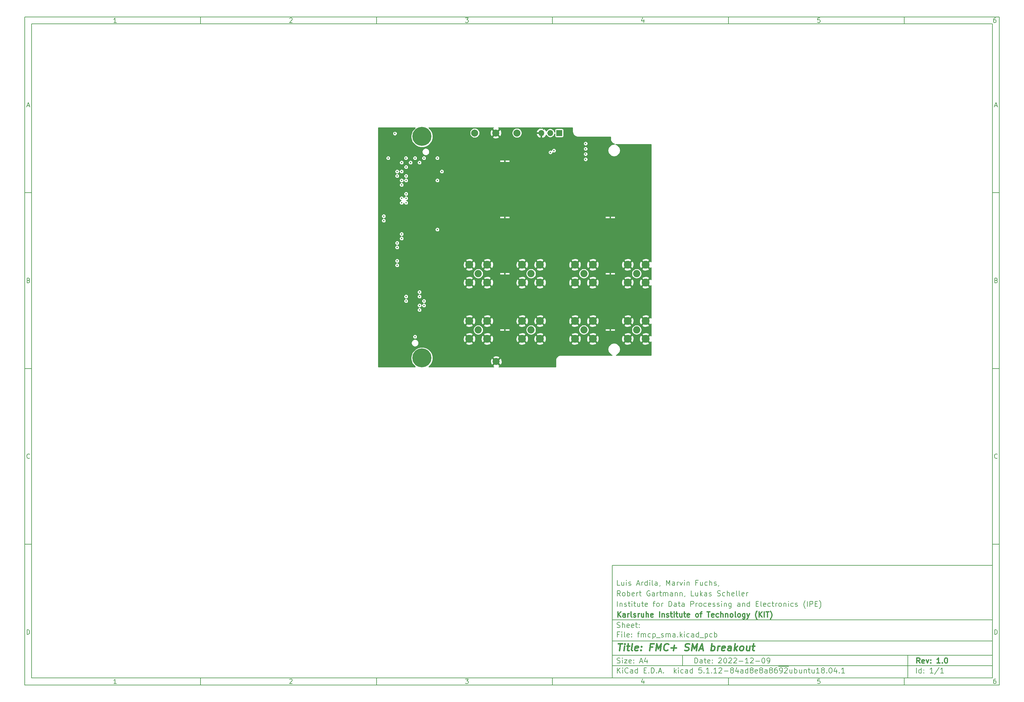
<source format=gbr>
%TF.GenerationSoftware,KiCad,Pcbnew,5.1.12-84ad8e8a86~92~ubuntu18.04.1*%
%TF.CreationDate,2022-12-09T17:16:08+01:00*%
%TF.ProjectId,fmcp_sma,666d6370-5f73-46d6-912e-6b696361645f,1.0*%
%TF.SameCoordinates,Original*%
%TF.FileFunction,Copper,L2,Inr*%
%TF.FilePolarity,Positive*%
%FSLAX46Y46*%
G04 Gerber Fmt 4.6, Leading zero omitted, Abs format (unit mm)*
G04 Created by KiCad (PCBNEW 5.1.12-84ad8e8a86~92~ubuntu18.04.1) date 2022-12-09 17:16:08*
%MOMM*%
%LPD*%
G01*
G04 APERTURE LIST*
%ADD10C,0.050000*%
%ADD11C,0.150000*%
%ADD12C,0.300000*%
%ADD13C,0.400000*%
%TA.AperFunction,ComponentPad*%
%ADD14C,2.000000*%
%TD*%
%TA.AperFunction,ComponentPad*%
%ADD15O,1.700000X1.700000*%
%TD*%
%TA.AperFunction,ComponentPad*%
%ADD16R,1.700000X1.700000*%
%TD*%
%TA.AperFunction,ComponentPad*%
%ADD17C,1.550000*%
%TD*%
%TA.AperFunction,ComponentPad*%
%ADD18C,2.250000*%
%TD*%
%TA.AperFunction,ComponentPad*%
%ADD19C,2.050000*%
%TD*%
%TA.AperFunction,ComponentPad*%
%ADD20C,5.400000*%
%TD*%
%TA.AperFunction,ViaPad*%
%ADD21C,0.440000*%
%TD*%
%TA.AperFunction,Conductor*%
%ADD22C,0.254000*%
%TD*%
%TA.AperFunction,Conductor*%
%ADD23C,0.050000*%
%TD*%
G04 APERTURE END LIST*
D10*
D11*
X177002200Y-166007200D02*
X177002200Y-198007200D01*
X285002200Y-198007200D01*
X285002200Y-166007200D01*
X177002200Y-166007200D01*
D10*
D11*
X10000000Y-10000000D02*
X10000000Y-200007200D01*
X287002200Y-200007200D01*
X287002200Y-10000000D01*
X10000000Y-10000000D01*
D10*
D11*
X12000000Y-12000000D02*
X12000000Y-198007200D01*
X285002200Y-198007200D01*
X285002200Y-12000000D01*
X12000000Y-12000000D01*
D10*
D11*
X60000000Y-12000000D02*
X60000000Y-10000000D01*
D10*
D11*
X110000000Y-12000000D02*
X110000000Y-10000000D01*
D10*
D11*
X160000000Y-12000000D02*
X160000000Y-10000000D01*
D10*
D11*
X210000000Y-12000000D02*
X210000000Y-10000000D01*
D10*
D11*
X260000000Y-12000000D02*
X260000000Y-10000000D01*
D10*
D11*
X36065476Y-11588095D02*
X35322619Y-11588095D01*
X35694047Y-11588095D02*
X35694047Y-10288095D01*
X35570238Y-10473809D01*
X35446428Y-10597619D01*
X35322619Y-10659523D01*
D10*
D11*
X85322619Y-10411904D02*
X85384523Y-10350000D01*
X85508333Y-10288095D01*
X85817857Y-10288095D01*
X85941666Y-10350000D01*
X86003571Y-10411904D01*
X86065476Y-10535714D01*
X86065476Y-10659523D01*
X86003571Y-10845238D01*
X85260714Y-11588095D01*
X86065476Y-11588095D01*
D10*
D11*
X135260714Y-10288095D02*
X136065476Y-10288095D01*
X135632142Y-10783333D01*
X135817857Y-10783333D01*
X135941666Y-10845238D01*
X136003571Y-10907142D01*
X136065476Y-11030952D01*
X136065476Y-11340476D01*
X136003571Y-11464285D01*
X135941666Y-11526190D01*
X135817857Y-11588095D01*
X135446428Y-11588095D01*
X135322619Y-11526190D01*
X135260714Y-11464285D01*
D10*
D11*
X185941666Y-10721428D02*
X185941666Y-11588095D01*
X185632142Y-10226190D02*
X185322619Y-11154761D01*
X186127380Y-11154761D01*
D10*
D11*
X236003571Y-10288095D02*
X235384523Y-10288095D01*
X235322619Y-10907142D01*
X235384523Y-10845238D01*
X235508333Y-10783333D01*
X235817857Y-10783333D01*
X235941666Y-10845238D01*
X236003571Y-10907142D01*
X236065476Y-11030952D01*
X236065476Y-11340476D01*
X236003571Y-11464285D01*
X235941666Y-11526190D01*
X235817857Y-11588095D01*
X235508333Y-11588095D01*
X235384523Y-11526190D01*
X235322619Y-11464285D01*
D10*
D11*
X285941666Y-10288095D02*
X285694047Y-10288095D01*
X285570238Y-10350000D01*
X285508333Y-10411904D01*
X285384523Y-10597619D01*
X285322619Y-10845238D01*
X285322619Y-11340476D01*
X285384523Y-11464285D01*
X285446428Y-11526190D01*
X285570238Y-11588095D01*
X285817857Y-11588095D01*
X285941666Y-11526190D01*
X286003571Y-11464285D01*
X286065476Y-11340476D01*
X286065476Y-11030952D01*
X286003571Y-10907142D01*
X285941666Y-10845238D01*
X285817857Y-10783333D01*
X285570238Y-10783333D01*
X285446428Y-10845238D01*
X285384523Y-10907142D01*
X285322619Y-11030952D01*
D10*
D11*
X60000000Y-198007200D02*
X60000000Y-200007200D01*
D10*
D11*
X110000000Y-198007200D02*
X110000000Y-200007200D01*
D10*
D11*
X160000000Y-198007200D02*
X160000000Y-200007200D01*
D10*
D11*
X210000000Y-198007200D02*
X210000000Y-200007200D01*
D10*
D11*
X260000000Y-198007200D02*
X260000000Y-200007200D01*
D10*
D11*
X36065476Y-199595295D02*
X35322619Y-199595295D01*
X35694047Y-199595295D02*
X35694047Y-198295295D01*
X35570238Y-198481009D01*
X35446428Y-198604819D01*
X35322619Y-198666723D01*
D10*
D11*
X85322619Y-198419104D02*
X85384523Y-198357200D01*
X85508333Y-198295295D01*
X85817857Y-198295295D01*
X85941666Y-198357200D01*
X86003571Y-198419104D01*
X86065476Y-198542914D01*
X86065476Y-198666723D01*
X86003571Y-198852438D01*
X85260714Y-199595295D01*
X86065476Y-199595295D01*
D10*
D11*
X135260714Y-198295295D02*
X136065476Y-198295295D01*
X135632142Y-198790533D01*
X135817857Y-198790533D01*
X135941666Y-198852438D01*
X136003571Y-198914342D01*
X136065476Y-199038152D01*
X136065476Y-199347676D01*
X136003571Y-199471485D01*
X135941666Y-199533390D01*
X135817857Y-199595295D01*
X135446428Y-199595295D01*
X135322619Y-199533390D01*
X135260714Y-199471485D01*
D10*
D11*
X185941666Y-198728628D02*
X185941666Y-199595295D01*
X185632142Y-198233390D02*
X185322619Y-199161961D01*
X186127380Y-199161961D01*
D10*
D11*
X236003571Y-198295295D02*
X235384523Y-198295295D01*
X235322619Y-198914342D01*
X235384523Y-198852438D01*
X235508333Y-198790533D01*
X235817857Y-198790533D01*
X235941666Y-198852438D01*
X236003571Y-198914342D01*
X236065476Y-199038152D01*
X236065476Y-199347676D01*
X236003571Y-199471485D01*
X235941666Y-199533390D01*
X235817857Y-199595295D01*
X235508333Y-199595295D01*
X235384523Y-199533390D01*
X235322619Y-199471485D01*
D10*
D11*
X285941666Y-198295295D02*
X285694047Y-198295295D01*
X285570238Y-198357200D01*
X285508333Y-198419104D01*
X285384523Y-198604819D01*
X285322619Y-198852438D01*
X285322619Y-199347676D01*
X285384523Y-199471485D01*
X285446428Y-199533390D01*
X285570238Y-199595295D01*
X285817857Y-199595295D01*
X285941666Y-199533390D01*
X286003571Y-199471485D01*
X286065476Y-199347676D01*
X286065476Y-199038152D01*
X286003571Y-198914342D01*
X285941666Y-198852438D01*
X285817857Y-198790533D01*
X285570238Y-198790533D01*
X285446428Y-198852438D01*
X285384523Y-198914342D01*
X285322619Y-199038152D01*
D10*
D11*
X10000000Y-60000000D02*
X12000000Y-60000000D01*
D10*
D11*
X10000000Y-110000000D02*
X12000000Y-110000000D01*
D10*
D11*
X10000000Y-160000000D02*
X12000000Y-160000000D01*
D10*
D11*
X10690476Y-35216666D02*
X11309523Y-35216666D01*
X10566666Y-35588095D02*
X11000000Y-34288095D01*
X11433333Y-35588095D01*
D10*
D11*
X11092857Y-84907142D02*
X11278571Y-84969047D01*
X11340476Y-85030952D01*
X11402380Y-85154761D01*
X11402380Y-85340476D01*
X11340476Y-85464285D01*
X11278571Y-85526190D01*
X11154761Y-85588095D01*
X10659523Y-85588095D01*
X10659523Y-84288095D01*
X11092857Y-84288095D01*
X11216666Y-84350000D01*
X11278571Y-84411904D01*
X11340476Y-84535714D01*
X11340476Y-84659523D01*
X11278571Y-84783333D01*
X11216666Y-84845238D01*
X11092857Y-84907142D01*
X10659523Y-84907142D01*
D10*
D11*
X11402380Y-135464285D02*
X11340476Y-135526190D01*
X11154761Y-135588095D01*
X11030952Y-135588095D01*
X10845238Y-135526190D01*
X10721428Y-135402380D01*
X10659523Y-135278571D01*
X10597619Y-135030952D01*
X10597619Y-134845238D01*
X10659523Y-134597619D01*
X10721428Y-134473809D01*
X10845238Y-134350000D01*
X11030952Y-134288095D01*
X11154761Y-134288095D01*
X11340476Y-134350000D01*
X11402380Y-134411904D01*
D10*
D11*
X10659523Y-185588095D02*
X10659523Y-184288095D01*
X10969047Y-184288095D01*
X11154761Y-184350000D01*
X11278571Y-184473809D01*
X11340476Y-184597619D01*
X11402380Y-184845238D01*
X11402380Y-185030952D01*
X11340476Y-185278571D01*
X11278571Y-185402380D01*
X11154761Y-185526190D01*
X10969047Y-185588095D01*
X10659523Y-185588095D01*
D10*
D11*
X287002200Y-60000000D02*
X285002200Y-60000000D01*
D10*
D11*
X287002200Y-110000000D02*
X285002200Y-110000000D01*
D10*
D11*
X287002200Y-160000000D02*
X285002200Y-160000000D01*
D10*
D11*
X285692676Y-35216666D02*
X286311723Y-35216666D01*
X285568866Y-35588095D02*
X286002200Y-34288095D01*
X286435533Y-35588095D01*
D10*
D11*
X286095057Y-84907142D02*
X286280771Y-84969047D01*
X286342676Y-85030952D01*
X286404580Y-85154761D01*
X286404580Y-85340476D01*
X286342676Y-85464285D01*
X286280771Y-85526190D01*
X286156961Y-85588095D01*
X285661723Y-85588095D01*
X285661723Y-84288095D01*
X286095057Y-84288095D01*
X286218866Y-84350000D01*
X286280771Y-84411904D01*
X286342676Y-84535714D01*
X286342676Y-84659523D01*
X286280771Y-84783333D01*
X286218866Y-84845238D01*
X286095057Y-84907142D01*
X285661723Y-84907142D01*
D10*
D11*
X286404580Y-135464285D02*
X286342676Y-135526190D01*
X286156961Y-135588095D01*
X286033152Y-135588095D01*
X285847438Y-135526190D01*
X285723628Y-135402380D01*
X285661723Y-135278571D01*
X285599819Y-135030952D01*
X285599819Y-134845238D01*
X285661723Y-134597619D01*
X285723628Y-134473809D01*
X285847438Y-134350000D01*
X286033152Y-134288095D01*
X286156961Y-134288095D01*
X286342676Y-134350000D01*
X286404580Y-134411904D01*
D10*
D11*
X285661723Y-185588095D02*
X285661723Y-184288095D01*
X285971247Y-184288095D01*
X286156961Y-184350000D01*
X286280771Y-184473809D01*
X286342676Y-184597619D01*
X286404580Y-184845238D01*
X286404580Y-185030952D01*
X286342676Y-185278571D01*
X286280771Y-185402380D01*
X286156961Y-185526190D01*
X285971247Y-185588095D01*
X285661723Y-185588095D01*
D10*
D11*
X200434342Y-193785771D02*
X200434342Y-192285771D01*
X200791485Y-192285771D01*
X201005771Y-192357200D01*
X201148628Y-192500057D01*
X201220057Y-192642914D01*
X201291485Y-192928628D01*
X201291485Y-193142914D01*
X201220057Y-193428628D01*
X201148628Y-193571485D01*
X201005771Y-193714342D01*
X200791485Y-193785771D01*
X200434342Y-193785771D01*
X202577200Y-193785771D02*
X202577200Y-193000057D01*
X202505771Y-192857200D01*
X202362914Y-192785771D01*
X202077200Y-192785771D01*
X201934342Y-192857200D01*
X202577200Y-193714342D02*
X202434342Y-193785771D01*
X202077200Y-193785771D01*
X201934342Y-193714342D01*
X201862914Y-193571485D01*
X201862914Y-193428628D01*
X201934342Y-193285771D01*
X202077200Y-193214342D01*
X202434342Y-193214342D01*
X202577200Y-193142914D01*
X203077200Y-192785771D02*
X203648628Y-192785771D01*
X203291485Y-192285771D02*
X203291485Y-193571485D01*
X203362914Y-193714342D01*
X203505771Y-193785771D01*
X203648628Y-193785771D01*
X204720057Y-193714342D02*
X204577200Y-193785771D01*
X204291485Y-193785771D01*
X204148628Y-193714342D01*
X204077200Y-193571485D01*
X204077200Y-193000057D01*
X204148628Y-192857200D01*
X204291485Y-192785771D01*
X204577200Y-192785771D01*
X204720057Y-192857200D01*
X204791485Y-193000057D01*
X204791485Y-193142914D01*
X204077200Y-193285771D01*
X205434342Y-193642914D02*
X205505771Y-193714342D01*
X205434342Y-193785771D01*
X205362914Y-193714342D01*
X205434342Y-193642914D01*
X205434342Y-193785771D01*
X205434342Y-192857200D02*
X205505771Y-192928628D01*
X205434342Y-193000057D01*
X205362914Y-192928628D01*
X205434342Y-192857200D01*
X205434342Y-193000057D01*
X207220057Y-192428628D02*
X207291485Y-192357200D01*
X207434342Y-192285771D01*
X207791485Y-192285771D01*
X207934342Y-192357200D01*
X208005771Y-192428628D01*
X208077200Y-192571485D01*
X208077200Y-192714342D01*
X208005771Y-192928628D01*
X207148628Y-193785771D01*
X208077200Y-193785771D01*
X209005771Y-192285771D02*
X209148628Y-192285771D01*
X209291485Y-192357200D01*
X209362914Y-192428628D01*
X209434342Y-192571485D01*
X209505771Y-192857200D01*
X209505771Y-193214342D01*
X209434342Y-193500057D01*
X209362914Y-193642914D01*
X209291485Y-193714342D01*
X209148628Y-193785771D01*
X209005771Y-193785771D01*
X208862914Y-193714342D01*
X208791485Y-193642914D01*
X208720057Y-193500057D01*
X208648628Y-193214342D01*
X208648628Y-192857200D01*
X208720057Y-192571485D01*
X208791485Y-192428628D01*
X208862914Y-192357200D01*
X209005771Y-192285771D01*
X210077200Y-192428628D02*
X210148628Y-192357200D01*
X210291485Y-192285771D01*
X210648628Y-192285771D01*
X210791485Y-192357200D01*
X210862914Y-192428628D01*
X210934342Y-192571485D01*
X210934342Y-192714342D01*
X210862914Y-192928628D01*
X210005771Y-193785771D01*
X210934342Y-193785771D01*
X211505771Y-192428628D02*
X211577200Y-192357200D01*
X211720057Y-192285771D01*
X212077200Y-192285771D01*
X212220057Y-192357200D01*
X212291485Y-192428628D01*
X212362914Y-192571485D01*
X212362914Y-192714342D01*
X212291485Y-192928628D01*
X211434342Y-193785771D01*
X212362914Y-193785771D01*
X213005771Y-193214342D02*
X214148628Y-193214342D01*
X215648628Y-193785771D02*
X214791485Y-193785771D01*
X215220057Y-193785771D02*
X215220057Y-192285771D01*
X215077200Y-192500057D01*
X214934342Y-192642914D01*
X214791485Y-192714342D01*
X216220057Y-192428628D02*
X216291485Y-192357200D01*
X216434342Y-192285771D01*
X216791485Y-192285771D01*
X216934342Y-192357200D01*
X217005771Y-192428628D01*
X217077200Y-192571485D01*
X217077200Y-192714342D01*
X217005771Y-192928628D01*
X216148628Y-193785771D01*
X217077200Y-193785771D01*
X217720057Y-193214342D02*
X218862914Y-193214342D01*
X219862914Y-192285771D02*
X220005771Y-192285771D01*
X220148628Y-192357200D01*
X220220057Y-192428628D01*
X220291485Y-192571485D01*
X220362914Y-192857200D01*
X220362914Y-193214342D01*
X220291485Y-193500057D01*
X220220057Y-193642914D01*
X220148628Y-193714342D01*
X220005771Y-193785771D01*
X219862914Y-193785771D01*
X219720057Y-193714342D01*
X219648628Y-193642914D01*
X219577200Y-193500057D01*
X219505771Y-193214342D01*
X219505771Y-192857200D01*
X219577200Y-192571485D01*
X219648628Y-192428628D01*
X219720057Y-192357200D01*
X219862914Y-192285771D01*
X221077200Y-193785771D02*
X221362914Y-193785771D01*
X221505771Y-193714342D01*
X221577200Y-193642914D01*
X221720057Y-193428628D01*
X221791485Y-193142914D01*
X221791485Y-192571485D01*
X221720057Y-192428628D01*
X221648628Y-192357200D01*
X221505771Y-192285771D01*
X221220057Y-192285771D01*
X221077200Y-192357200D01*
X221005771Y-192428628D01*
X220934342Y-192571485D01*
X220934342Y-192928628D01*
X221005771Y-193071485D01*
X221077200Y-193142914D01*
X221220057Y-193214342D01*
X221505771Y-193214342D01*
X221648628Y-193142914D01*
X221720057Y-193071485D01*
X221791485Y-192928628D01*
D10*
D11*
X177002200Y-194507200D02*
X285002200Y-194507200D01*
D10*
D11*
X178434342Y-196585771D02*
X178434342Y-195085771D01*
X179291485Y-196585771D02*
X178648628Y-195728628D01*
X179291485Y-195085771D02*
X178434342Y-195942914D01*
X179934342Y-196585771D02*
X179934342Y-195585771D01*
X179934342Y-195085771D02*
X179862914Y-195157200D01*
X179934342Y-195228628D01*
X180005771Y-195157200D01*
X179934342Y-195085771D01*
X179934342Y-195228628D01*
X181505771Y-196442914D02*
X181434342Y-196514342D01*
X181220057Y-196585771D01*
X181077200Y-196585771D01*
X180862914Y-196514342D01*
X180720057Y-196371485D01*
X180648628Y-196228628D01*
X180577200Y-195942914D01*
X180577200Y-195728628D01*
X180648628Y-195442914D01*
X180720057Y-195300057D01*
X180862914Y-195157200D01*
X181077200Y-195085771D01*
X181220057Y-195085771D01*
X181434342Y-195157200D01*
X181505771Y-195228628D01*
X182791485Y-196585771D02*
X182791485Y-195800057D01*
X182720057Y-195657200D01*
X182577200Y-195585771D01*
X182291485Y-195585771D01*
X182148628Y-195657200D01*
X182791485Y-196514342D02*
X182648628Y-196585771D01*
X182291485Y-196585771D01*
X182148628Y-196514342D01*
X182077200Y-196371485D01*
X182077200Y-196228628D01*
X182148628Y-196085771D01*
X182291485Y-196014342D01*
X182648628Y-196014342D01*
X182791485Y-195942914D01*
X184148628Y-196585771D02*
X184148628Y-195085771D01*
X184148628Y-196514342D02*
X184005771Y-196585771D01*
X183720057Y-196585771D01*
X183577200Y-196514342D01*
X183505771Y-196442914D01*
X183434342Y-196300057D01*
X183434342Y-195871485D01*
X183505771Y-195728628D01*
X183577200Y-195657200D01*
X183720057Y-195585771D01*
X184005771Y-195585771D01*
X184148628Y-195657200D01*
X186005771Y-195800057D02*
X186505771Y-195800057D01*
X186720057Y-196585771D02*
X186005771Y-196585771D01*
X186005771Y-195085771D01*
X186720057Y-195085771D01*
X187362914Y-196442914D02*
X187434342Y-196514342D01*
X187362914Y-196585771D01*
X187291485Y-196514342D01*
X187362914Y-196442914D01*
X187362914Y-196585771D01*
X188077200Y-196585771D02*
X188077200Y-195085771D01*
X188434342Y-195085771D01*
X188648628Y-195157200D01*
X188791485Y-195300057D01*
X188862914Y-195442914D01*
X188934342Y-195728628D01*
X188934342Y-195942914D01*
X188862914Y-196228628D01*
X188791485Y-196371485D01*
X188648628Y-196514342D01*
X188434342Y-196585771D01*
X188077200Y-196585771D01*
X189577200Y-196442914D02*
X189648628Y-196514342D01*
X189577200Y-196585771D01*
X189505771Y-196514342D01*
X189577200Y-196442914D01*
X189577200Y-196585771D01*
X190220057Y-196157200D02*
X190934342Y-196157200D01*
X190077200Y-196585771D02*
X190577200Y-195085771D01*
X191077200Y-196585771D01*
X191577200Y-196442914D02*
X191648628Y-196514342D01*
X191577200Y-196585771D01*
X191505771Y-196514342D01*
X191577200Y-196442914D01*
X191577200Y-196585771D01*
X194577200Y-196585771D02*
X194577200Y-195085771D01*
X194720057Y-196014342D02*
X195148628Y-196585771D01*
X195148628Y-195585771D02*
X194577200Y-196157200D01*
X195791485Y-196585771D02*
X195791485Y-195585771D01*
X195791485Y-195085771D02*
X195720057Y-195157200D01*
X195791485Y-195228628D01*
X195862914Y-195157200D01*
X195791485Y-195085771D01*
X195791485Y-195228628D01*
X197148628Y-196514342D02*
X197005771Y-196585771D01*
X196720057Y-196585771D01*
X196577200Y-196514342D01*
X196505771Y-196442914D01*
X196434342Y-196300057D01*
X196434342Y-195871485D01*
X196505771Y-195728628D01*
X196577200Y-195657200D01*
X196720057Y-195585771D01*
X197005771Y-195585771D01*
X197148628Y-195657200D01*
X198434342Y-196585771D02*
X198434342Y-195800057D01*
X198362914Y-195657200D01*
X198220057Y-195585771D01*
X197934342Y-195585771D01*
X197791485Y-195657200D01*
X198434342Y-196514342D02*
X198291485Y-196585771D01*
X197934342Y-196585771D01*
X197791485Y-196514342D01*
X197720057Y-196371485D01*
X197720057Y-196228628D01*
X197791485Y-196085771D01*
X197934342Y-196014342D01*
X198291485Y-196014342D01*
X198434342Y-195942914D01*
X199791485Y-196585771D02*
X199791485Y-195085771D01*
X199791485Y-196514342D02*
X199648628Y-196585771D01*
X199362914Y-196585771D01*
X199220057Y-196514342D01*
X199148628Y-196442914D01*
X199077200Y-196300057D01*
X199077200Y-195871485D01*
X199148628Y-195728628D01*
X199220057Y-195657200D01*
X199362914Y-195585771D01*
X199648628Y-195585771D01*
X199791485Y-195657200D01*
X202362914Y-195085771D02*
X201648628Y-195085771D01*
X201577200Y-195800057D01*
X201648628Y-195728628D01*
X201791485Y-195657200D01*
X202148628Y-195657200D01*
X202291485Y-195728628D01*
X202362914Y-195800057D01*
X202434342Y-195942914D01*
X202434342Y-196300057D01*
X202362914Y-196442914D01*
X202291485Y-196514342D01*
X202148628Y-196585771D01*
X201791485Y-196585771D01*
X201648628Y-196514342D01*
X201577200Y-196442914D01*
X203077200Y-196442914D02*
X203148628Y-196514342D01*
X203077200Y-196585771D01*
X203005771Y-196514342D01*
X203077200Y-196442914D01*
X203077200Y-196585771D01*
X204577200Y-196585771D02*
X203720057Y-196585771D01*
X204148628Y-196585771D02*
X204148628Y-195085771D01*
X204005771Y-195300057D01*
X203862914Y-195442914D01*
X203720057Y-195514342D01*
X205220057Y-196442914D02*
X205291485Y-196514342D01*
X205220057Y-196585771D01*
X205148628Y-196514342D01*
X205220057Y-196442914D01*
X205220057Y-196585771D01*
X206720057Y-196585771D02*
X205862914Y-196585771D01*
X206291485Y-196585771D02*
X206291485Y-195085771D01*
X206148628Y-195300057D01*
X206005771Y-195442914D01*
X205862914Y-195514342D01*
X207291485Y-195228628D02*
X207362914Y-195157200D01*
X207505771Y-195085771D01*
X207862914Y-195085771D01*
X208005771Y-195157200D01*
X208077200Y-195228628D01*
X208148628Y-195371485D01*
X208148628Y-195514342D01*
X208077200Y-195728628D01*
X207220057Y-196585771D01*
X208148628Y-196585771D01*
X208791485Y-196014342D02*
X209934342Y-196014342D01*
X210862914Y-195728628D02*
X210720057Y-195657200D01*
X210648628Y-195585771D01*
X210577200Y-195442914D01*
X210577200Y-195371485D01*
X210648628Y-195228628D01*
X210720057Y-195157200D01*
X210862914Y-195085771D01*
X211148628Y-195085771D01*
X211291485Y-195157200D01*
X211362914Y-195228628D01*
X211434342Y-195371485D01*
X211434342Y-195442914D01*
X211362914Y-195585771D01*
X211291485Y-195657200D01*
X211148628Y-195728628D01*
X210862914Y-195728628D01*
X210720057Y-195800057D01*
X210648628Y-195871485D01*
X210577200Y-196014342D01*
X210577200Y-196300057D01*
X210648628Y-196442914D01*
X210720057Y-196514342D01*
X210862914Y-196585771D01*
X211148628Y-196585771D01*
X211291485Y-196514342D01*
X211362914Y-196442914D01*
X211434342Y-196300057D01*
X211434342Y-196014342D01*
X211362914Y-195871485D01*
X211291485Y-195800057D01*
X211148628Y-195728628D01*
X212720057Y-195585771D02*
X212720057Y-196585771D01*
X212362914Y-195014342D02*
X212005771Y-196085771D01*
X212934342Y-196085771D01*
X214148628Y-196585771D02*
X214148628Y-195800057D01*
X214077200Y-195657200D01*
X213934342Y-195585771D01*
X213648628Y-195585771D01*
X213505771Y-195657200D01*
X214148628Y-196514342D02*
X214005771Y-196585771D01*
X213648628Y-196585771D01*
X213505771Y-196514342D01*
X213434342Y-196371485D01*
X213434342Y-196228628D01*
X213505771Y-196085771D01*
X213648628Y-196014342D01*
X214005771Y-196014342D01*
X214148628Y-195942914D01*
X215505771Y-196585771D02*
X215505771Y-195085771D01*
X215505771Y-196514342D02*
X215362914Y-196585771D01*
X215077200Y-196585771D01*
X214934342Y-196514342D01*
X214862914Y-196442914D01*
X214791485Y-196300057D01*
X214791485Y-195871485D01*
X214862914Y-195728628D01*
X214934342Y-195657200D01*
X215077200Y-195585771D01*
X215362914Y-195585771D01*
X215505771Y-195657200D01*
X216434342Y-195728628D02*
X216291485Y-195657200D01*
X216220057Y-195585771D01*
X216148628Y-195442914D01*
X216148628Y-195371485D01*
X216220057Y-195228628D01*
X216291485Y-195157200D01*
X216434342Y-195085771D01*
X216720057Y-195085771D01*
X216862914Y-195157200D01*
X216934342Y-195228628D01*
X217005771Y-195371485D01*
X217005771Y-195442914D01*
X216934342Y-195585771D01*
X216862914Y-195657200D01*
X216720057Y-195728628D01*
X216434342Y-195728628D01*
X216291485Y-195800057D01*
X216220057Y-195871485D01*
X216148628Y-196014342D01*
X216148628Y-196300057D01*
X216220057Y-196442914D01*
X216291485Y-196514342D01*
X216434342Y-196585771D01*
X216720057Y-196585771D01*
X216862914Y-196514342D01*
X216934342Y-196442914D01*
X217005771Y-196300057D01*
X217005771Y-196014342D01*
X216934342Y-195871485D01*
X216862914Y-195800057D01*
X216720057Y-195728628D01*
X218220057Y-196514342D02*
X218077200Y-196585771D01*
X217791485Y-196585771D01*
X217648628Y-196514342D01*
X217577200Y-196371485D01*
X217577200Y-195800057D01*
X217648628Y-195657200D01*
X217791485Y-195585771D01*
X218077200Y-195585771D01*
X218220057Y-195657200D01*
X218291485Y-195800057D01*
X218291485Y-195942914D01*
X217577200Y-196085771D01*
X219148628Y-195728628D02*
X219005771Y-195657200D01*
X218934342Y-195585771D01*
X218862914Y-195442914D01*
X218862914Y-195371485D01*
X218934342Y-195228628D01*
X219005771Y-195157200D01*
X219148628Y-195085771D01*
X219434342Y-195085771D01*
X219577200Y-195157200D01*
X219648628Y-195228628D01*
X219720057Y-195371485D01*
X219720057Y-195442914D01*
X219648628Y-195585771D01*
X219577200Y-195657200D01*
X219434342Y-195728628D01*
X219148628Y-195728628D01*
X219005771Y-195800057D01*
X218934342Y-195871485D01*
X218862914Y-196014342D01*
X218862914Y-196300057D01*
X218934342Y-196442914D01*
X219005771Y-196514342D01*
X219148628Y-196585771D01*
X219434342Y-196585771D01*
X219577200Y-196514342D01*
X219648628Y-196442914D01*
X219720057Y-196300057D01*
X219720057Y-196014342D01*
X219648628Y-195871485D01*
X219577200Y-195800057D01*
X219434342Y-195728628D01*
X221005771Y-196585771D02*
X221005771Y-195800057D01*
X220934342Y-195657200D01*
X220791485Y-195585771D01*
X220505771Y-195585771D01*
X220362914Y-195657200D01*
X221005771Y-196514342D02*
X220862914Y-196585771D01*
X220505771Y-196585771D01*
X220362914Y-196514342D01*
X220291485Y-196371485D01*
X220291485Y-196228628D01*
X220362914Y-196085771D01*
X220505771Y-196014342D01*
X220862914Y-196014342D01*
X221005771Y-195942914D01*
X221934342Y-195728628D02*
X221791485Y-195657200D01*
X221720057Y-195585771D01*
X221648628Y-195442914D01*
X221648628Y-195371485D01*
X221720057Y-195228628D01*
X221791485Y-195157200D01*
X221934342Y-195085771D01*
X222220057Y-195085771D01*
X222362914Y-195157200D01*
X222434342Y-195228628D01*
X222505771Y-195371485D01*
X222505771Y-195442914D01*
X222434342Y-195585771D01*
X222362914Y-195657200D01*
X222220057Y-195728628D01*
X221934342Y-195728628D01*
X221791485Y-195800057D01*
X221720057Y-195871485D01*
X221648628Y-196014342D01*
X221648628Y-196300057D01*
X221720057Y-196442914D01*
X221791485Y-196514342D01*
X221934342Y-196585771D01*
X222220057Y-196585771D01*
X222362914Y-196514342D01*
X222434342Y-196442914D01*
X222505771Y-196300057D01*
X222505771Y-196014342D01*
X222434342Y-195871485D01*
X222362914Y-195800057D01*
X222220057Y-195728628D01*
X223791485Y-195085771D02*
X223505771Y-195085771D01*
X223362914Y-195157200D01*
X223291485Y-195228628D01*
X223148628Y-195442914D01*
X223077200Y-195728628D01*
X223077200Y-196300057D01*
X223148628Y-196442914D01*
X223220057Y-196514342D01*
X223362914Y-196585771D01*
X223648628Y-196585771D01*
X223791485Y-196514342D01*
X223862914Y-196442914D01*
X223934342Y-196300057D01*
X223934342Y-195942914D01*
X223862914Y-195800057D01*
X223791485Y-195728628D01*
X223648628Y-195657200D01*
X223362914Y-195657200D01*
X223220057Y-195728628D01*
X223148628Y-195800057D01*
X223077200Y-195942914D01*
X224220057Y-194677200D02*
X225648628Y-194677200D01*
X224648628Y-196585771D02*
X224934342Y-196585771D01*
X225077200Y-196514342D01*
X225148628Y-196442914D01*
X225291485Y-196228628D01*
X225362914Y-195942914D01*
X225362914Y-195371485D01*
X225291485Y-195228628D01*
X225220057Y-195157200D01*
X225077200Y-195085771D01*
X224791485Y-195085771D01*
X224648628Y-195157200D01*
X224577200Y-195228628D01*
X224505771Y-195371485D01*
X224505771Y-195728628D01*
X224577200Y-195871485D01*
X224648628Y-195942914D01*
X224791485Y-196014342D01*
X225077200Y-196014342D01*
X225220057Y-195942914D01*
X225291485Y-195871485D01*
X225362914Y-195728628D01*
X225648628Y-194677200D02*
X227077199Y-194677200D01*
X225934342Y-195228628D02*
X226005771Y-195157200D01*
X226148628Y-195085771D01*
X226505771Y-195085771D01*
X226648628Y-195157200D01*
X226720057Y-195228628D01*
X226791485Y-195371485D01*
X226791485Y-195514342D01*
X226720057Y-195728628D01*
X225862914Y-196585771D01*
X226791485Y-196585771D01*
X228077199Y-195585771D02*
X228077199Y-196585771D01*
X227434342Y-195585771D02*
X227434342Y-196371485D01*
X227505771Y-196514342D01*
X227648628Y-196585771D01*
X227862914Y-196585771D01*
X228005771Y-196514342D01*
X228077199Y-196442914D01*
X228791485Y-196585771D02*
X228791485Y-195085771D01*
X228791485Y-195657200D02*
X228934342Y-195585771D01*
X229220057Y-195585771D01*
X229362914Y-195657200D01*
X229434342Y-195728628D01*
X229505771Y-195871485D01*
X229505771Y-196300057D01*
X229434342Y-196442914D01*
X229362914Y-196514342D01*
X229220057Y-196585771D01*
X228934342Y-196585771D01*
X228791485Y-196514342D01*
X230791485Y-195585771D02*
X230791485Y-196585771D01*
X230148628Y-195585771D02*
X230148628Y-196371485D01*
X230220057Y-196514342D01*
X230362914Y-196585771D01*
X230577199Y-196585771D01*
X230720057Y-196514342D01*
X230791485Y-196442914D01*
X231505771Y-195585771D02*
X231505771Y-196585771D01*
X231505771Y-195728628D02*
X231577199Y-195657200D01*
X231720057Y-195585771D01*
X231934342Y-195585771D01*
X232077199Y-195657200D01*
X232148628Y-195800057D01*
X232148628Y-196585771D01*
X232648628Y-195585771D02*
X233220057Y-195585771D01*
X232862914Y-195085771D02*
X232862914Y-196371485D01*
X232934342Y-196514342D01*
X233077200Y-196585771D01*
X233220057Y-196585771D01*
X234362914Y-195585771D02*
X234362914Y-196585771D01*
X233720057Y-195585771D02*
X233720057Y-196371485D01*
X233791485Y-196514342D01*
X233934342Y-196585771D01*
X234148628Y-196585771D01*
X234291485Y-196514342D01*
X234362914Y-196442914D01*
X235862914Y-196585771D02*
X235005771Y-196585771D01*
X235434342Y-196585771D02*
X235434342Y-195085771D01*
X235291485Y-195300057D01*
X235148628Y-195442914D01*
X235005771Y-195514342D01*
X236720057Y-195728628D02*
X236577199Y-195657200D01*
X236505771Y-195585771D01*
X236434342Y-195442914D01*
X236434342Y-195371485D01*
X236505771Y-195228628D01*
X236577199Y-195157200D01*
X236720057Y-195085771D01*
X237005771Y-195085771D01*
X237148628Y-195157200D01*
X237220057Y-195228628D01*
X237291485Y-195371485D01*
X237291485Y-195442914D01*
X237220057Y-195585771D01*
X237148628Y-195657200D01*
X237005771Y-195728628D01*
X236720057Y-195728628D01*
X236577199Y-195800057D01*
X236505771Y-195871485D01*
X236434342Y-196014342D01*
X236434342Y-196300057D01*
X236505771Y-196442914D01*
X236577199Y-196514342D01*
X236720057Y-196585771D01*
X237005771Y-196585771D01*
X237148628Y-196514342D01*
X237220057Y-196442914D01*
X237291485Y-196300057D01*
X237291485Y-196014342D01*
X237220057Y-195871485D01*
X237148628Y-195800057D01*
X237005771Y-195728628D01*
X237934342Y-196442914D02*
X238005771Y-196514342D01*
X237934342Y-196585771D01*
X237862914Y-196514342D01*
X237934342Y-196442914D01*
X237934342Y-196585771D01*
X238934342Y-195085771D02*
X239077199Y-195085771D01*
X239220057Y-195157200D01*
X239291485Y-195228628D01*
X239362914Y-195371485D01*
X239434342Y-195657200D01*
X239434342Y-196014342D01*
X239362914Y-196300057D01*
X239291485Y-196442914D01*
X239220057Y-196514342D01*
X239077199Y-196585771D01*
X238934342Y-196585771D01*
X238791485Y-196514342D01*
X238720057Y-196442914D01*
X238648628Y-196300057D01*
X238577199Y-196014342D01*
X238577199Y-195657200D01*
X238648628Y-195371485D01*
X238720057Y-195228628D01*
X238791485Y-195157200D01*
X238934342Y-195085771D01*
X240720057Y-195585771D02*
X240720057Y-196585771D01*
X240362914Y-195014342D02*
X240005771Y-196085771D01*
X240934342Y-196085771D01*
X241505771Y-196442914D02*
X241577199Y-196514342D01*
X241505771Y-196585771D01*
X241434342Y-196514342D01*
X241505771Y-196442914D01*
X241505771Y-196585771D01*
X243005771Y-196585771D02*
X242148628Y-196585771D01*
X242577199Y-196585771D02*
X242577199Y-195085771D01*
X242434342Y-195300057D01*
X242291485Y-195442914D01*
X242148628Y-195514342D01*
D10*
D11*
X177002200Y-191507200D02*
X285002200Y-191507200D01*
D10*
D12*
X264411485Y-193785771D02*
X263911485Y-193071485D01*
X263554342Y-193785771D02*
X263554342Y-192285771D01*
X264125771Y-192285771D01*
X264268628Y-192357200D01*
X264340057Y-192428628D01*
X264411485Y-192571485D01*
X264411485Y-192785771D01*
X264340057Y-192928628D01*
X264268628Y-193000057D01*
X264125771Y-193071485D01*
X263554342Y-193071485D01*
X265625771Y-193714342D02*
X265482914Y-193785771D01*
X265197200Y-193785771D01*
X265054342Y-193714342D01*
X264982914Y-193571485D01*
X264982914Y-193000057D01*
X265054342Y-192857200D01*
X265197200Y-192785771D01*
X265482914Y-192785771D01*
X265625771Y-192857200D01*
X265697200Y-193000057D01*
X265697200Y-193142914D01*
X264982914Y-193285771D01*
X266197200Y-192785771D02*
X266554342Y-193785771D01*
X266911485Y-192785771D01*
X267482914Y-193642914D02*
X267554342Y-193714342D01*
X267482914Y-193785771D01*
X267411485Y-193714342D01*
X267482914Y-193642914D01*
X267482914Y-193785771D01*
X267482914Y-192857200D02*
X267554342Y-192928628D01*
X267482914Y-193000057D01*
X267411485Y-192928628D01*
X267482914Y-192857200D01*
X267482914Y-193000057D01*
X270125771Y-193785771D02*
X269268628Y-193785771D01*
X269697200Y-193785771D02*
X269697200Y-192285771D01*
X269554342Y-192500057D01*
X269411485Y-192642914D01*
X269268628Y-192714342D01*
X270768628Y-193642914D02*
X270840057Y-193714342D01*
X270768628Y-193785771D01*
X270697200Y-193714342D01*
X270768628Y-193642914D01*
X270768628Y-193785771D01*
X271768628Y-192285771D02*
X271911485Y-192285771D01*
X272054342Y-192357200D01*
X272125771Y-192428628D01*
X272197200Y-192571485D01*
X272268628Y-192857200D01*
X272268628Y-193214342D01*
X272197200Y-193500057D01*
X272125771Y-193642914D01*
X272054342Y-193714342D01*
X271911485Y-193785771D01*
X271768628Y-193785771D01*
X271625771Y-193714342D01*
X271554342Y-193642914D01*
X271482914Y-193500057D01*
X271411485Y-193214342D01*
X271411485Y-192857200D01*
X271482914Y-192571485D01*
X271554342Y-192428628D01*
X271625771Y-192357200D01*
X271768628Y-192285771D01*
D10*
D11*
X178362914Y-193714342D02*
X178577200Y-193785771D01*
X178934342Y-193785771D01*
X179077200Y-193714342D01*
X179148628Y-193642914D01*
X179220057Y-193500057D01*
X179220057Y-193357200D01*
X179148628Y-193214342D01*
X179077200Y-193142914D01*
X178934342Y-193071485D01*
X178648628Y-193000057D01*
X178505771Y-192928628D01*
X178434342Y-192857200D01*
X178362914Y-192714342D01*
X178362914Y-192571485D01*
X178434342Y-192428628D01*
X178505771Y-192357200D01*
X178648628Y-192285771D01*
X179005771Y-192285771D01*
X179220057Y-192357200D01*
X179862914Y-193785771D02*
X179862914Y-192785771D01*
X179862914Y-192285771D02*
X179791485Y-192357200D01*
X179862914Y-192428628D01*
X179934342Y-192357200D01*
X179862914Y-192285771D01*
X179862914Y-192428628D01*
X180434342Y-192785771D02*
X181220057Y-192785771D01*
X180434342Y-193785771D01*
X181220057Y-193785771D01*
X182362914Y-193714342D02*
X182220057Y-193785771D01*
X181934342Y-193785771D01*
X181791485Y-193714342D01*
X181720057Y-193571485D01*
X181720057Y-193000057D01*
X181791485Y-192857200D01*
X181934342Y-192785771D01*
X182220057Y-192785771D01*
X182362914Y-192857200D01*
X182434342Y-193000057D01*
X182434342Y-193142914D01*
X181720057Y-193285771D01*
X183077200Y-193642914D02*
X183148628Y-193714342D01*
X183077200Y-193785771D01*
X183005771Y-193714342D01*
X183077200Y-193642914D01*
X183077200Y-193785771D01*
X183077200Y-192857200D02*
X183148628Y-192928628D01*
X183077200Y-193000057D01*
X183005771Y-192928628D01*
X183077200Y-192857200D01*
X183077200Y-193000057D01*
X184862914Y-193357200D02*
X185577200Y-193357200D01*
X184720057Y-193785771D02*
X185220057Y-192285771D01*
X185720057Y-193785771D01*
X186862914Y-192785771D02*
X186862914Y-193785771D01*
X186505771Y-192214342D02*
X186148628Y-193285771D01*
X187077200Y-193285771D01*
D10*
D11*
X263434342Y-196585771D02*
X263434342Y-195085771D01*
X264791485Y-196585771D02*
X264791485Y-195085771D01*
X264791485Y-196514342D02*
X264648628Y-196585771D01*
X264362914Y-196585771D01*
X264220057Y-196514342D01*
X264148628Y-196442914D01*
X264077200Y-196300057D01*
X264077200Y-195871485D01*
X264148628Y-195728628D01*
X264220057Y-195657200D01*
X264362914Y-195585771D01*
X264648628Y-195585771D01*
X264791485Y-195657200D01*
X265505771Y-196442914D02*
X265577200Y-196514342D01*
X265505771Y-196585771D01*
X265434342Y-196514342D01*
X265505771Y-196442914D01*
X265505771Y-196585771D01*
X265505771Y-195657200D02*
X265577200Y-195728628D01*
X265505771Y-195800057D01*
X265434342Y-195728628D01*
X265505771Y-195657200D01*
X265505771Y-195800057D01*
X268148628Y-196585771D02*
X267291485Y-196585771D01*
X267720057Y-196585771D02*
X267720057Y-195085771D01*
X267577200Y-195300057D01*
X267434342Y-195442914D01*
X267291485Y-195514342D01*
X269862914Y-195014342D02*
X268577200Y-196942914D01*
X271148628Y-196585771D02*
X270291485Y-196585771D01*
X270720057Y-196585771D02*
X270720057Y-195085771D01*
X270577200Y-195300057D01*
X270434342Y-195442914D01*
X270291485Y-195514342D01*
D10*
D11*
X177002200Y-187507200D02*
X285002200Y-187507200D01*
D10*
D13*
X178714580Y-188211961D02*
X179857438Y-188211961D01*
X179036009Y-190211961D02*
X179286009Y-188211961D01*
X180274104Y-190211961D02*
X180440771Y-188878628D01*
X180524104Y-188211961D02*
X180416961Y-188307200D01*
X180500295Y-188402438D01*
X180607438Y-188307200D01*
X180524104Y-188211961D01*
X180500295Y-188402438D01*
X181107438Y-188878628D02*
X181869342Y-188878628D01*
X181476485Y-188211961D02*
X181262200Y-189926247D01*
X181333628Y-190116723D01*
X181512200Y-190211961D01*
X181702676Y-190211961D01*
X182655057Y-190211961D02*
X182476485Y-190116723D01*
X182405057Y-189926247D01*
X182619342Y-188211961D01*
X184190771Y-190116723D02*
X183988390Y-190211961D01*
X183607438Y-190211961D01*
X183428866Y-190116723D01*
X183357438Y-189926247D01*
X183452676Y-189164342D01*
X183571723Y-188973866D01*
X183774104Y-188878628D01*
X184155057Y-188878628D01*
X184333628Y-188973866D01*
X184405057Y-189164342D01*
X184381247Y-189354819D01*
X183405057Y-189545295D01*
X185155057Y-190021485D02*
X185238390Y-190116723D01*
X185131247Y-190211961D01*
X185047914Y-190116723D01*
X185155057Y-190021485D01*
X185131247Y-190211961D01*
X185286009Y-188973866D02*
X185369342Y-189069104D01*
X185262200Y-189164342D01*
X185178866Y-189069104D01*
X185286009Y-188973866D01*
X185262200Y-189164342D01*
X188405057Y-189164342D02*
X187738390Y-189164342D01*
X187607438Y-190211961D02*
X187857438Y-188211961D01*
X188809819Y-188211961D01*
X189321723Y-190211961D02*
X189571723Y-188211961D01*
X190059819Y-189640533D01*
X190905057Y-188211961D01*
X190655057Y-190211961D01*
X192774104Y-190021485D02*
X192666961Y-190116723D01*
X192369342Y-190211961D01*
X192178866Y-190211961D01*
X191905057Y-190116723D01*
X191738390Y-189926247D01*
X191666961Y-189735771D01*
X191619342Y-189354819D01*
X191655057Y-189069104D01*
X191797914Y-188688152D01*
X191916961Y-188497676D01*
X192131247Y-188307200D01*
X192428866Y-188211961D01*
X192619342Y-188211961D01*
X192893152Y-188307200D01*
X192976485Y-188402438D01*
X193702676Y-189450057D02*
X195226485Y-189450057D01*
X194369342Y-190211961D02*
X194559819Y-188688152D01*
X197524104Y-190116723D02*
X197797914Y-190211961D01*
X198274104Y-190211961D01*
X198476485Y-190116723D01*
X198583628Y-190021485D01*
X198702676Y-189831009D01*
X198726485Y-189640533D01*
X198655057Y-189450057D01*
X198571723Y-189354819D01*
X198393152Y-189259580D01*
X198024104Y-189164342D01*
X197845533Y-189069104D01*
X197762200Y-188973866D01*
X197690771Y-188783390D01*
X197714580Y-188592914D01*
X197833628Y-188402438D01*
X197940771Y-188307200D01*
X198143152Y-188211961D01*
X198619342Y-188211961D01*
X198893152Y-188307200D01*
X199512200Y-190211961D02*
X199762200Y-188211961D01*
X200250295Y-189640533D01*
X201095533Y-188211961D01*
X200845533Y-190211961D01*
X201774104Y-189640533D02*
X202726485Y-189640533D01*
X201512200Y-190211961D02*
X202428866Y-188211961D01*
X202845533Y-190211961D01*
X205036009Y-190211961D02*
X205286009Y-188211961D01*
X205190771Y-188973866D02*
X205393152Y-188878628D01*
X205774104Y-188878628D01*
X205952676Y-188973866D01*
X206036009Y-189069104D01*
X206107438Y-189259580D01*
X206036009Y-189831009D01*
X205916961Y-190021485D01*
X205809819Y-190116723D01*
X205607438Y-190211961D01*
X205226485Y-190211961D01*
X205047914Y-190116723D01*
X206845533Y-190211961D02*
X207012200Y-188878628D01*
X206964580Y-189259580D02*
X207083628Y-189069104D01*
X207190771Y-188973866D01*
X207393152Y-188878628D01*
X207583628Y-188878628D01*
X208857438Y-190116723D02*
X208655057Y-190211961D01*
X208274104Y-190211961D01*
X208095533Y-190116723D01*
X208024104Y-189926247D01*
X208119342Y-189164342D01*
X208238390Y-188973866D01*
X208440771Y-188878628D01*
X208821723Y-188878628D01*
X209000295Y-188973866D01*
X209071723Y-189164342D01*
X209047914Y-189354819D01*
X208071723Y-189545295D01*
X210655057Y-190211961D02*
X210786009Y-189164342D01*
X210714580Y-188973866D01*
X210536009Y-188878628D01*
X210155057Y-188878628D01*
X209952676Y-188973866D01*
X210666961Y-190116723D02*
X210464580Y-190211961D01*
X209988390Y-190211961D01*
X209809819Y-190116723D01*
X209738390Y-189926247D01*
X209762200Y-189735771D01*
X209881247Y-189545295D01*
X210083628Y-189450057D01*
X210559819Y-189450057D01*
X210762200Y-189354819D01*
X211607438Y-190211961D02*
X211857438Y-188211961D01*
X211893152Y-189450057D02*
X212369342Y-190211961D01*
X212536009Y-188878628D02*
X211678866Y-189640533D01*
X213512200Y-190211961D02*
X213333628Y-190116723D01*
X213250295Y-190021485D01*
X213178866Y-189831009D01*
X213250295Y-189259580D01*
X213369342Y-189069104D01*
X213476485Y-188973866D01*
X213678866Y-188878628D01*
X213964580Y-188878628D01*
X214143152Y-188973866D01*
X214226485Y-189069104D01*
X214297914Y-189259580D01*
X214226485Y-189831009D01*
X214107438Y-190021485D01*
X214000295Y-190116723D01*
X213797914Y-190211961D01*
X213512200Y-190211961D01*
X216059819Y-188878628D02*
X215893152Y-190211961D01*
X215202676Y-188878628D02*
X215071723Y-189926247D01*
X215143152Y-190116723D01*
X215321723Y-190211961D01*
X215607438Y-190211961D01*
X215809819Y-190116723D01*
X215916961Y-190021485D01*
X216726485Y-188878628D02*
X217488390Y-188878628D01*
X217095533Y-188211961D02*
X216881247Y-189926247D01*
X216952676Y-190116723D01*
X217131247Y-190211961D01*
X217321723Y-190211961D01*
D10*
D11*
X178934342Y-185600057D02*
X178434342Y-185600057D01*
X178434342Y-186385771D02*
X178434342Y-184885771D01*
X179148628Y-184885771D01*
X179720057Y-186385771D02*
X179720057Y-185385771D01*
X179720057Y-184885771D02*
X179648628Y-184957200D01*
X179720057Y-185028628D01*
X179791485Y-184957200D01*
X179720057Y-184885771D01*
X179720057Y-185028628D01*
X180648628Y-186385771D02*
X180505771Y-186314342D01*
X180434342Y-186171485D01*
X180434342Y-184885771D01*
X181791485Y-186314342D02*
X181648628Y-186385771D01*
X181362914Y-186385771D01*
X181220057Y-186314342D01*
X181148628Y-186171485D01*
X181148628Y-185600057D01*
X181220057Y-185457200D01*
X181362914Y-185385771D01*
X181648628Y-185385771D01*
X181791485Y-185457200D01*
X181862914Y-185600057D01*
X181862914Y-185742914D01*
X181148628Y-185885771D01*
X182505771Y-186242914D02*
X182577200Y-186314342D01*
X182505771Y-186385771D01*
X182434342Y-186314342D01*
X182505771Y-186242914D01*
X182505771Y-186385771D01*
X182505771Y-185457200D02*
X182577200Y-185528628D01*
X182505771Y-185600057D01*
X182434342Y-185528628D01*
X182505771Y-185457200D01*
X182505771Y-185600057D01*
X184148628Y-185385771D02*
X184720057Y-185385771D01*
X184362914Y-186385771D02*
X184362914Y-185100057D01*
X184434342Y-184957200D01*
X184577200Y-184885771D01*
X184720057Y-184885771D01*
X185220057Y-186385771D02*
X185220057Y-185385771D01*
X185220057Y-185528628D02*
X185291485Y-185457200D01*
X185434342Y-185385771D01*
X185648628Y-185385771D01*
X185791485Y-185457200D01*
X185862914Y-185600057D01*
X185862914Y-186385771D01*
X185862914Y-185600057D02*
X185934342Y-185457200D01*
X186077200Y-185385771D01*
X186291485Y-185385771D01*
X186434342Y-185457200D01*
X186505771Y-185600057D01*
X186505771Y-186385771D01*
X187862914Y-186314342D02*
X187720057Y-186385771D01*
X187434342Y-186385771D01*
X187291485Y-186314342D01*
X187220057Y-186242914D01*
X187148628Y-186100057D01*
X187148628Y-185671485D01*
X187220057Y-185528628D01*
X187291485Y-185457200D01*
X187434342Y-185385771D01*
X187720057Y-185385771D01*
X187862914Y-185457200D01*
X188505771Y-185385771D02*
X188505771Y-186885771D01*
X188505771Y-185457200D02*
X188648628Y-185385771D01*
X188934342Y-185385771D01*
X189077200Y-185457200D01*
X189148628Y-185528628D01*
X189220057Y-185671485D01*
X189220057Y-186100057D01*
X189148628Y-186242914D01*
X189077200Y-186314342D01*
X188934342Y-186385771D01*
X188648628Y-186385771D01*
X188505771Y-186314342D01*
X189505771Y-186528628D02*
X190648628Y-186528628D01*
X190934342Y-186314342D02*
X191077200Y-186385771D01*
X191362914Y-186385771D01*
X191505771Y-186314342D01*
X191577200Y-186171485D01*
X191577200Y-186100057D01*
X191505771Y-185957200D01*
X191362914Y-185885771D01*
X191148628Y-185885771D01*
X191005771Y-185814342D01*
X190934342Y-185671485D01*
X190934342Y-185600057D01*
X191005771Y-185457200D01*
X191148628Y-185385771D01*
X191362914Y-185385771D01*
X191505771Y-185457200D01*
X192220057Y-186385771D02*
X192220057Y-185385771D01*
X192220057Y-185528628D02*
X192291485Y-185457200D01*
X192434342Y-185385771D01*
X192648628Y-185385771D01*
X192791485Y-185457200D01*
X192862914Y-185600057D01*
X192862914Y-186385771D01*
X192862914Y-185600057D02*
X192934342Y-185457200D01*
X193077200Y-185385771D01*
X193291485Y-185385771D01*
X193434342Y-185457200D01*
X193505771Y-185600057D01*
X193505771Y-186385771D01*
X194862914Y-186385771D02*
X194862914Y-185600057D01*
X194791485Y-185457200D01*
X194648628Y-185385771D01*
X194362914Y-185385771D01*
X194220057Y-185457200D01*
X194862914Y-186314342D02*
X194720057Y-186385771D01*
X194362914Y-186385771D01*
X194220057Y-186314342D01*
X194148628Y-186171485D01*
X194148628Y-186028628D01*
X194220057Y-185885771D01*
X194362914Y-185814342D01*
X194720057Y-185814342D01*
X194862914Y-185742914D01*
X195577200Y-186242914D02*
X195648628Y-186314342D01*
X195577200Y-186385771D01*
X195505771Y-186314342D01*
X195577200Y-186242914D01*
X195577200Y-186385771D01*
X196291485Y-186385771D02*
X196291485Y-184885771D01*
X196434342Y-185814342D02*
X196862914Y-186385771D01*
X196862914Y-185385771D02*
X196291485Y-185957200D01*
X197505771Y-186385771D02*
X197505771Y-185385771D01*
X197505771Y-184885771D02*
X197434342Y-184957200D01*
X197505771Y-185028628D01*
X197577200Y-184957200D01*
X197505771Y-184885771D01*
X197505771Y-185028628D01*
X198862914Y-186314342D02*
X198720057Y-186385771D01*
X198434342Y-186385771D01*
X198291485Y-186314342D01*
X198220057Y-186242914D01*
X198148628Y-186100057D01*
X198148628Y-185671485D01*
X198220057Y-185528628D01*
X198291485Y-185457200D01*
X198434342Y-185385771D01*
X198720057Y-185385771D01*
X198862914Y-185457200D01*
X200148628Y-186385771D02*
X200148628Y-185600057D01*
X200077200Y-185457200D01*
X199934342Y-185385771D01*
X199648628Y-185385771D01*
X199505771Y-185457200D01*
X200148628Y-186314342D02*
X200005771Y-186385771D01*
X199648628Y-186385771D01*
X199505771Y-186314342D01*
X199434342Y-186171485D01*
X199434342Y-186028628D01*
X199505771Y-185885771D01*
X199648628Y-185814342D01*
X200005771Y-185814342D01*
X200148628Y-185742914D01*
X201505771Y-186385771D02*
X201505771Y-184885771D01*
X201505771Y-186314342D02*
X201362914Y-186385771D01*
X201077200Y-186385771D01*
X200934342Y-186314342D01*
X200862914Y-186242914D01*
X200791485Y-186100057D01*
X200791485Y-185671485D01*
X200862914Y-185528628D01*
X200934342Y-185457200D01*
X201077200Y-185385771D01*
X201362914Y-185385771D01*
X201505771Y-185457200D01*
X201862914Y-186528628D02*
X203005771Y-186528628D01*
X203362914Y-185385771D02*
X203362914Y-186885771D01*
X203362914Y-185457200D02*
X203505771Y-185385771D01*
X203791485Y-185385771D01*
X203934342Y-185457200D01*
X204005771Y-185528628D01*
X204077200Y-185671485D01*
X204077200Y-186100057D01*
X204005771Y-186242914D01*
X203934342Y-186314342D01*
X203791485Y-186385771D01*
X203505771Y-186385771D01*
X203362914Y-186314342D01*
X205362914Y-186314342D02*
X205220057Y-186385771D01*
X204934342Y-186385771D01*
X204791485Y-186314342D01*
X204720057Y-186242914D01*
X204648628Y-186100057D01*
X204648628Y-185671485D01*
X204720057Y-185528628D01*
X204791485Y-185457200D01*
X204934342Y-185385771D01*
X205220057Y-185385771D01*
X205362914Y-185457200D01*
X206005771Y-186385771D02*
X206005771Y-184885771D01*
X206005771Y-185457200D02*
X206148628Y-185385771D01*
X206434342Y-185385771D01*
X206577200Y-185457200D01*
X206648628Y-185528628D01*
X206720057Y-185671485D01*
X206720057Y-186100057D01*
X206648628Y-186242914D01*
X206577200Y-186314342D01*
X206434342Y-186385771D01*
X206148628Y-186385771D01*
X206005771Y-186314342D01*
D10*
D11*
X177002200Y-181507200D02*
X285002200Y-181507200D01*
D10*
D11*
X178362914Y-183614342D02*
X178577200Y-183685771D01*
X178934342Y-183685771D01*
X179077200Y-183614342D01*
X179148628Y-183542914D01*
X179220057Y-183400057D01*
X179220057Y-183257200D01*
X179148628Y-183114342D01*
X179077200Y-183042914D01*
X178934342Y-182971485D01*
X178648628Y-182900057D01*
X178505771Y-182828628D01*
X178434342Y-182757200D01*
X178362914Y-182614342D01*
X178362914Y-182471485D01*
X178434342Y-182328628D01*
X178505771Y-182257200D01*
X178648628Y-182185771D01*
X179005771Y-182185771D01*
X179220057Y-182257200D01*
X179862914Y-183685771D02*
X179862914Y-182185771D01*
X180505771Y-183685771D02*
X180505771Y-182900057D01*
X180434342Y-182757200D01*
X180291485Y-182685771D01*
X180077200Y-182685771D01*
X179934342Y-182757200D01*
X179862914Y-182828628D01*
X181791485Y-183614342D02*
X181648628Y-183685771D01*
X181362914Y-183685771D01*
X181220057Y-183614342D01*
X181148628Y-183471485D01*
X181148628Y-182900057D01*
X181220057Y-182757200D01*
X181362914Y-182685771D01*
X181648628Y-182685771D01*
X181791485Y-182757200D01*
X181862914Y-182900057D01*
X181862914Y-183042914D01*
X181148628Y-183185771D01*
X183077200Y-183614342D02*
X182934342Y-183685771D01*
X182648628Y-183685771D01*
X182505771Y-183614342D01*
X182434342Y-183471485D01*
X182434342Y-182900057D01*
X182505771Y-182757200D01*
X182648628Y-182685771D01*
X182934342Y-182685771D01*
X183077200Y-182757200D01*
X183148628Y-182900057D01*
X183148628Y-183042914D01*
X182434342Y-183185771D01*
X183577200Y-182685771D02*
X184148628Y-182685771D01*
X183791485Y-182185771D02*
X183791485Y-183471485D01*
X183862914Y-183614342D01*
X184005771Y-183685771D01*
X184148628Y-183685771D01*
X184648628Y-183542914D02*
X184720057Y-183614342D01*
X184648628Y-183685771D01*
X184577200Y-183614342D01*
X184648628Y-183542914D01*
X184648628Y-183685771D01*
X184648628Y-182757200D02*
X184720057Y-182828628D01*
X184648628Y-182900057D01*
X184577200Y-182828628D01*
X184648628Y-182757200D01*
X184648628Y-182900057D01*
D10*
D12*
X178554342Y-180685771D02*
X178554342Y-179185771D01*
X179411485Y-180685771D02*
X178768628Y-179828628D01*
X179411485Y-179185771D02*
X178554342Y-180042914D01*
X180697200Y-180685771D02*
X180697200Y-179900057D01*
X180625771Y-179757200D01*
X180482914Y-179685771D01*
X180197200Y-179685771D01*
X180054342Y-179757200D01*
X180697200Y-180614342D02*
X180554342Y-180685771D01*
X180197200Y-180685771D01*
X180054342Y-180614342D01*
X179982914Y-180471485D01*
X179982914Y-180328628D01*
X180054342Y-180185771D01*
X180197200Y-180114342D01*
X180554342Y-180114342D01*
X180697200Y-180042914D01*
X181411485Y-180685771D02*
X181411485Y-179685771D01*
X181411485Y-179971485D02*
X181482914Y-179828628D01*
X181554342Y-179757200D01*
X181697200Y-179685771D01*
X181840057Y-179685771D01*
X182554342Y-180685771D02*
X182411485Y-180614342D01*
X182340057Y-180471485D01*
X182340057Y-179185771D01*
X183054342Y-180614342D02*
X183197200Y-180685771D01*
X183482914Y-180685771D01*
X183625771Y-180614342D01*
X183697200Y-180471485D01*
X183697200Y-180400057D01*
X183625771Y-180257200D01*
X183482914Y-180185771D01*
X183268628Y-180185771D01*
X183125771Y-180114342D01*
X183054342Y-179971485D01*
X183054342Y-179900057D01*
X183125771Y-179757200D01*
X183268628Y-179685771D01*
X183482914Y-179685771D01*
X183625771Y-179757200D01*
X184340057Y-180685771D02*
X184340057Y-179685771D01*
X184340057Y-179971485D02*
X184411485Y-179828628D01*
X184482914Y-179757200D01*
X184625771Y-179685771D01*
X184768628Y-179685771D01*
X185911485Y-179685771D02*
X185911485Y-180685771D01*
X185268628Y-179685771D02*
X185268628Y-180471485D01*
X185340057Y-180614342D01*
X185482914Y-180685771D01*
X185697200Y-180685771D01*
X185840057Y-180614342D01*
X185911485Y-180542914D01*
X186625771Y-180685771D02*
X186625771Y-179185771D01*
X187268628Y-180685771D02*
X187268628Y-179900057D01*
X187197200Y-179757200D01*
X187054342Y-179685771D01*
X186840057Y-179685771D01*
X186697200Y-179757200D01*
X186625771Y-179828628D01*
X188554342Y-180614342D02*
X188411485Y-180685771D01*
X188125771Y-180685771D01*
X187982914Y-180614342D01*
X187911485Y-180471485D01*
X187911485Y-179900057D01*
X187982914Y-179757200D01*
X188125771Y-179685771D01*
X188411485Y-179685771D01*
X188554342Y-179757200D01*
X188625771Y-179900057D01*
X188625771Y-180042914D01*
X187911485Y-180185771D01*
X190411485Y-180685771D02*
X190411485Y-179185771D01*
X191125771Y-179685771D02*
X191125771Y-180685771D01*
X191125771Y-179828628D02*
X191197200Y-179757200D01*
X191340057Y-179685771D01*
X191554342Y-179685771D01*
X191697200Y-179757200D01*
X191768628Y-179900057D01*
X191768628Y-180685771D01*
X192411485Y-180614342D02*
X192554342Y-180685771D01*
X192840057Y-180685771D01*
X192982914Y-180614342D01*
X193054342Y-180471485D01*
X193054342Y-180400057D01*
X192982914Y-180257200D01*
X192840057Y-180185771D01*
X192625771Y-180185771D01*
X192482914Y-180114342D01*
X192411485Y-179971485D01*
X192411485Y-179900057D01*
X192482914Y-179757200D01*
X192625771Y-179685771D01*
X192840057Y-179685771D01*
X192982914Y-179757200D01*
X193482914Y-179685771D02*
X194054342Y-179685771D01*
X193697200Y-179185771D02*
X193697200Y-180471485D01*
X193768628Y-180614342D01*
X193911485Y-180685771D01*
X194054342Y-180685771D01*
X194554342Y-180685771D02*
X194554342Y-179685771D01*
X194554342Y-179185771D02*
X194482914Y-179257200D01*
X194554342Y-179328628D01*
X194625771Y-179257200D01*
X194554342Y-179185771D01*
X194554342Y-179328628D01*
X195054342Y-179685771D02*
X195625771Y-179685771D01*
X195268628Y-179185771D02*
X195268628Y-180471485D01*
X195340057Y-180614342D01*
X195482914Y-180685771D01*
X195625771Y-180685771D01*
X196768628Y-179685771D02*
X196768628Y-180685771D01*
X196125771Y-179685771D02*
X196125771Y-180471485D01*
X196197200Y-180614342D01*
X196340057Y-180685771D01*
X196554342Y-180685771D01*
X196697200Y-180614342D01*
X196768628Y-180542914D01*
X197268628Y-179685771D02*
X197840057Y-179685771D01*
X197482914Y-179185771D02*
X197482914Y-180471485D01*
X197554342Y-180614342D01*
X197697200Y-180685771D01*
X197840057Y-180685771D01*
X198911485Y-180614342D02*
X198768628Y-180685771D01*
X198482914Y-180685771D01*
X198340057Y-180614342D01*
X198268628Y-180471485D01*
X198268628Y-179900057D01*
X198340057Y-179757200D01*
X198482914Y-179685771D01*
X198768628Y-179685771D01*
X198911485Y-179757200D01*
X198982914Y-179900057D01*
X198982914Y-180042914D01*
X198268628Y-180185771D01*
X200982914Y-180685771D02*
X200840057Y-180614342D01*
X200768628Y-180542914D01*
X200697200Y-180400057D01*
X200697200Y-179971485D01*
X200768628Y-179828628D01*
X200840057Y-179757200D01*
X200982914Y-179685771D01*
X201197200Y-179685771D01*
X201340057Y-179757200D01*
X201411485Y-179828628D01*
X201482914Y-179971485D01*
X201482914Y-180400057D01*
X201411485Y-180542914D01*
X201340057Y-180614342D01*
X201197200Y-180685771D01*
X200982914Y-180685771D01*
X201911485Y-179685771D02*
X202482914Y-179685771D01*
X202125771Y-180685771D02*
X202125771Y-179400057D01*
X202197200Y-179257200D01*
X202340057Y-179185771D01*
X202482914Y-179185771D01*
X203911485Y-179185771D02*
X204768628Y-179185771D01*
X204340057Y-180685771D02*
X204340057Y-179185771D01*
X205840057Y-180614342D02*
X205697200Y-180685771D01*
X205411485Y-180685771D01*
X205268628Y-180614342D01*
X205197200Y-180471485D01*
X205197200Y-179900057D01*
X205268628Y-179757200D01*
X205411485Y-179685771D01*
X205697200Y-179685771D01*
X205840057Y-179757200D01*
X205911485Y-179900057D01*
X205911485Y-180042914D01*
X205197200Y-180185771D01*
X207197200Y-180614342D02*
X207054342Y-180685771D01*
X206768628Y-180685771D01*
X206625771Y-180614342D01*
X206554342Y-180542914D01*
X206482914Y-180400057D01*
X206482914Y-179971485D01*
X206554342Y-179828628D01*
X206625771Y-179757200D01*
X206768628Y-179685771D01*
X207054342Y-179685771D01*
X207197200Y-179757200D01*
X207840057Y-180685771D02*
X207840057Y-179185771D01*
X208482914Y-180685771D02*
X208482914Y-179900057D01*
X208411485Y-179757200D01*
X208268628Y-179685771D01*
X208054342Y-179685771D01*
X207911485Y-179757200D01*
X207840057Y-179828628D01*
X209197200Y-179685771D02*
X209197200Y-180685771D01*
X209197200Y-179828628D02*
X209268628Y-179757200D01*
X209411485Y-179685771D01*
X209625771Y-179685771D01*
X209768628Y-179757200D01*
X209840057Y-179900057D01*
X209840057Y-180685771D01*
X210768628Y-180685771D02*
X210625771Y-180614342D01*
X210554342Y-180542914D01*
X210482914Y-180400057D01*
X210482914Y-179971485D01*
X210554342Y-179828628D01*
X210625771Y-179757200D01*
X210768628Y-179685771D01*
X210982914Y-179685771D01*
X211125771Y-179757200D01*
X211197200Y-179828628D01*
X211268628Y-179971485D01*
X211268628Y-180400057D01*
X211197200Y-180542914D01*
X211125771Y-180614342D01*
X210982914Y-180685771D01*
X210768628Y-180685771D01*
X212125771Y-180685771D02*
X211982914Y-180614342D01*
X211911485Y-180471485D01*
X211911485Y-179185771D01*
X212911485Y-180685771D02*
X212768628Y-180614342D01*
X212697200Y-180542914D01*
X212625771Y-180400057D01*
X212625771Y-179971485D01*
X212697200Y-179828628D01*
X212768628Y-179757200D01*
X212911485Y-179685771D01*
X213125771Y-179685771D01*
X213268628Y-179757200D01*
X213340057Y-179828628D01*
X213411485Y-179971485D01*
X213411485Y-180400057D01*
X213340057Y-180542914D01*
X213268628Y-180614342D01*
X213125771Y-180685771D01*
X212911485Y-180685771D01*
X214697200Y-179685771D02*
X214697200Y-180900057D01*
X214625771Y-181042914D01*
X214554342Y-181114342D01*
X214411485Y-181185771D01*
X214197200Y-181185771D01*
X214054342Y-181114342D01*
X214697200Y-180614342D02*
X214554342Y-180685771D01*
X214268628Y-180685771D01*
X214125771Y-180614342D01*
X214054342Y-180542914D01*
X213982914Y-180400057D01*
X213982914Y-179971485D01*
X214054342Y-179828628D01*
X214125771Y-179757200D01*
X214268628Y-179685771D01*
X214554342Y-179685771D01*
X214697200Y-179757200D01*
X215268628Y-179685771D02*
X215625771Y-180685771D01*
X215982914Y-179685771D02*
X215625771Y-180685771D01*
X215482914Y-181042914D01*
X215411485Y-181114342D01*
X215268628Y-181185771D01*
X218125771Y-181257200D02*
X218054342Y-181185771D01*
X217911485Y-180971485D01*
X217840057Y-180828628D01*
X217768628Y-180614342D01*
X217697200Y-180257200D01*
X217697200Y-179971485D01*
X217768628Y-179614342D01*
X217840057Y-179400057D01*
X217911485Y-179257200D01*
X218054342Y-179042914D01*
X218125771Y-178971485D01*
X218697200Y-180685771D02*
X218697200Y-179185771D01*
X219554342Y-180685771D02*
X218911485Y-179828628D01*
X219554342Y-179185771D02*
X218697200Y-180042914D01*
X220197200Y-180685771D02*
X220197200Y-179185771D01*
X220697200Y-179185771D02*
X221554342Y-179185771D01*
X221125771Y-180685771D02*
X221125771Y-179185771D01*
X221911485Y-181257200D02*
X221982914Y-181185771D01*
X222125771Y-180971485D01*
X222197200Y-180828628D01*
X222268628Y-180614342D01*
X222340057Y-180257200D01*
X222340057Y-179971485D01*
X222268628Y-179614342D01*
X222197200Y-179400057D01*
X222125771Y-179257200D01*
X221982914Y-179042914D01*
X221911485Y-178971485D01*
D10*
D11*
X178434342Y-177685771D02*
X178434342Y-176185771D01*
X179148628Y-176685771D02*
X179148628Y-177685771D01*
X179148628Y-176828628D02*
X179220057Y-176757200D01*
X179362914Y-176685771D01*
X179577200Y-176685771D01*
X179720057Y-176757200D01*
X179791485Y-176900057D01*
X179791485Y-177685771D01*
X180434342Y-177614342D02*
X180577200Y-177685771D01*
X180862914Y-177685771D01*
X181005771Y-177614342D01*
X181077200Y-177471485D01*
X181077200Y-177400057D01*
X181005771Y-177257200D01*
X180862914Y-177185771D01*
X180648628Y-177185771D01*
X180505771Y-177114342D01*
X180434342Y-176971485D01*
X180434342Y-176900057D01*
X180505771Y-176757200D01*
X180648628Y-176685771D01*
X180862914Y-176685771D01*
X181005771Y-176757200D01*
X181505771Y-176685771D02*
X182077200Y-176685771D01*
X181720057Y-176185771D02*
X181720057Y-177471485D01*
X181791485Y-177614342D01*
X181934342Y-177685771D01*
X182077200Y-177685771D01*
X182577200Y-177685771D02*
X182577200Y-176685771D01*
X182577200Y-176185771D02*
X182505771Y-176257200D01*
X182577200Y-176328628D01*
X182648628Y-176257200D01*
X182577200Y-176185771D01*
X182577200Y-176328628D01*
X183077200Y-176685771D02*
X183648628Y-176685771D01*
X183291485Y-176185771D02*
X183291485Y-177471485D01*
X183362914Y-177614342D01*
X183505771Y-177685771D01*
X183648628Y-177685771D01*
X184791485Y-176685771D02*
X184791485Y-177685771D01*
X184148628Y-176685771D02*
X184148628Y-177471485D01*
X184220057Y-177614342D01*
X184362914Y-177685771D01*
X184577200Y-177685771D01*
X184720057Y-177614342D01*
X184791485Y-177542914D01*
X185291485Y-176685771D02*
X185862914Y-176685771D01*
X185505771Y-176185771D02*
X185505771Y-177471485D01*
X185577200Y-177614342D01*
X185720057Y-177685771D01*
X185862914Y-177685771D01*
X186934342Y-177614342D02*
X186791485Y-177685771D01*
X186505771Y-177685771D01*
X186362914Y-177614342D01*
X186291485Y-177471485D01*
X186291485Y-176900057D01*
X186362914Y-176757200D01*
X186505771Y-176685771D01*
X186791485Y-176685771D01*
X186934342Y-176757200D01*
X187005771Y-176900057D01*
X187005771Y-177042914D01*
X186291485Y-177185771D01*
X188577200Y-176685771D02*
X189148628Y-176685771D01*
X188791485Y-177685771D02*
X188791485Y-176400057D01*
X188862914Y-176257200D01*
X189005771Y-176185771D01*
X189148628Y-176185771D01*
X189862914Y-177685771D02*
X189720057Y-177614342D01*
X189648628Y-177542914D01*
X189577200Y-177400057D01*
X189577200Y-176971485D01*
X189648628Y-176828628D01*
X189720057Y-176757200D01*
X189862914Y-176685771D01*
X190077200Y-176685771D01*
X190220057Y-176757200D01*
X190291485Y-176828628D01*
X190362914Y-176971485D01*
X190362914Y-177400057D01*
X190291485Y-177542914D01*
X190220057Y-177614342D01*
X190077200Y-177685771D01*
X189862914Y-177685771D01*
X191005771Y-177685771D02*
X191005771Y-176685771D01*
X191005771Y-176971485D02*
X191077200Y-176828628D01*
X191148628Y-176757200D01*
X191291485Y-176685771D01*
X191434342Y-176685771D01*
X193077200Y-177685771D02*
X193077200Y-176185771D01*
X193434342Y-176185771D01*
X193648628Y-176257200D01*
X193791485Y-176400057D01*
X193862914Y-176542914D01*
X193934342Y-176828628D01*
X193934342Y-177042914D01*
X193862914Y-177328628D01*
X193791485Y-177471485D01*
X193648628Y-177614342D01*
X193434342Y-177685771D01*
X193077200Y-177685771D01*
X195220057Y-177685771D02*
X195220057Y-176900057D01*
X195148628Y-176757200D01*
X195005771Y-176685771D01*
X194720057Y-176685771D01*
X194577200Y-176757200D01*
X195220057Y-177614342D02*
X195077200Y-177685771D01*
X194720057Y-177685771D01*
X194577200Y-177614342D01*
X194505771Y-177471485D01*
X194505771Y-177328628D01*
X194577200Y-177185771D01*
X194720057Y-177114342D01*
X195077200Y-177114342D01*
X195220057Y-177042914D01*
X195720057Y-176685771D02*
X196291485Y-176685771D01*
X195934342Y-176185771D02*
X195934342Y-177471485D01*
X196005771Y-177614342D01*
X196148628Y-177685771D01*
X196291485Y-177685771D01*
X197434342Y-177685771D02*
X197434342Y-176900057D01*
X197362914Y-176757200D01*
X197220057Y-176685771D01*
X196934342Y-176685771D01*
X196791485Y-176757200D01*
X197434342Y-177614342D02*
X197291485Y-177685771D01*
X196934342Y-177685771D01*
X196791485Y-177614342D01*
X196720057Y-177471485D01*
X196720057Y-177328628D01*
X196791485Y-177185771D01*
X196934342Y-177114342D01*
X197291485Y-177114342D01*
X197434342Y-177042914D01*
X199291485Y-177685771D02*
X199291485Y-176185771D01*
X199862914Y-176185771D01*
X200005771Y-176257200D01*
X200077200Y-176328628D01*
X200148628Y-176471485D01*
X200148628Y-176685771D01*
X200077200Y-176828628D01*
X200005771Y-176900057D01*
X199862914Y-176971485D01*
X199291485Y-176971485D01*
X200791485Y-177685771D02*
X200791485Y-176685771D01*
X200791485Y-176971485D02*
X200862914Y-176828628D01*
X200934342Y-176757200D01*
X201077200Y-176685771D01*
X201220057Y-176685771D01*
X201934342Y-177685771D02*
X201791485Y-177614342D01*
X201720057Y-177542914D01*
X201648628Y-177400057D01*
X201648628Y-176971485D01*
X201720057Y-176828628D01*
X201791485Y-176757200D01*
X201934342Y-176685771D01*
X202148628Y-176685771D01*
X202291485Y-176757200D01*
X202362914Y-176828628D01*
X202434342Y-176971485D01*
X202434342Y-177400057D01*
X202362914Y-177542914D01*
X202291485Y-177614342D01*
X202148628Y-177685771D01*
X201934342Y-177685771D01*
X203720057Y-177614342D02*
X203577200Y-177685771D01*
X203291485Y-177685771D01*
X203148628Y-177614342D01*
X203077200Y-177542914D01*
X203005771Y-177400057D01*
X203005771Y-176971485D01*
X203077200Y-176828628D01*
X203148628Y-176757200D01*
X203291485Y-176685771D01*
X203577200Y-176685771D01*
X203720057Y-176757200D01*
X204934342Y-177614342D02*
X204791485Y-177685771D01*
X204505771Y-177685771D01*
X204362914Y-177614342D01*
X204291485Y-177471485D01*
X204291485Y-176900057D01*
X204362914Y-176757200D01*
X204505771Y-176685771D01*
X204791485Y-176685771D01*
X204934342Y-176757200D01*
X205005771Y-176900057D01*
X205005771Y-177042914D01*
X204291485Y-177185771D01*
X205577200Y-177614342D02*
X205720057Y-177685771D01*
X206005771Y-177685771D01*
X206148628Y-177614342D01*
X206220057Y-177471485D01*
X206220057Y-177400057D01*
X206148628Y-177257200D01*
X206005771Y-177185771D01*
X205791485Y-177185771D01*
X205648628Y-177114342D01*
X205577200Y-176971485D01*
X205577200Y-176900057D01*
X205648628Y-176757200D01*
X205791485Y-176685771D01*
X206005771Y-176685771D01*
X206148628Y-176757200D01*
X206791485Y-177614342D02*
X206934342Y-177685771D01*
X207220057Y-177685771D01*
X207362914Y-177614342D01*
X207434342Y-177471485D01*
X207434342Y-177400057D01*
X207362914Y-177257200D01*
X207220057Y-177185771D01*
X207005771Y-177185771D01*
X206862914Y-177114342D01*
X206791485Y-176971485D01*
X206791485Y-176900057D01*
X206862914Y-176757200D01*
X207005771Y-176685771D01*
X207220057Y-176685771D01*
X207362914Y-176757200D01*
X208077200Y-177685771D02*
X208077200Y-176685771D01*
X208077200Y-176185771D02*
X208005771Y-176257200D01*
X208077200Y-176328628D01*
X208148628Y-176257200D01*
X208077200Y-176185771D01*
X208077200Y-176328628D01*
X208791485Y-176685771D02*
X208791485Y-177685771D01*
X208791485Y-176828628D02*
X208862914Y-176757200D01*
X209005771Y-176685771D01*
X209220057Y-176685771D01*
X209362914Y-176757200D01*
X209434342Y-176900057D01*
X209434342Y-177685771D01*
X210791485Y-176685771D02*
X210791485Y-177900057D01*
X210720057Y-178042914D01*
X210648628Y-178114342D01*
X210505771Y-178185771D01*
X210291485Y-178185771D01*
X210148628Y-178114342D01*
X210791485Y-177614342D02*
X210648628Y-177685771D01*
X210362914Y-177685771D01*
X210220057Y-177614342D01*
X210148628Y-177542914D01*
X210077200Y-177400057D01*
X210077200Y-176971485D01*
X210148628Y-176828628D01*
X210220057Y-176757200D01*
X210362914Y-176685771D01*
X210648628Y-176685771D01*
X210791485Y-176757200D01*
X213291485Y-177685771D02*
X213291485Y-176900057D01*
X213220057Y-176757200D01*
X213077200Y-176685771D01*
X212791485Y-176685771D01*
X212648628Y-176757200D01*
X213291485Y-177614342D02*
X213148628Y-177685771D01*
X212791485Y-177685771D01*
X212648628Y-177614342D01*
X212577200Y-177471485D01*
X212577200Y-177328628D01*
X212648628Y-177185771D01*
X212791485Y-177114342D01*
X213148628Y-177114342D01*
X213291485Y-177042914D01*
X214005771Y-176685771D02*
X214005771Y-177685771D01*
X214005771Y-176828628D02*
X214077200Y-176757200D01*
X214220057Y-176685771D01*
X214434342Y-176685771D01*
X214577200Y-176757200D01*
X214648628Y-176900057D01*
X214648628Y-177685771D01*
X216005771Y-177685771D02*
X216005771Y-176185771D01*
X216005771Y-177614342D02*
X215862914Y-177685771D01*
X215577200Y-177685771D01*
X215434342Y-177614342D01*
X215362914Y-177542914D01*
X215291485Y-177400057D01*
X215291485Y-176971485D01*
X215362914Y-176828628D01*
X215434342Y-176757200D01*
X215577200Y-176685771D01*
X215862914Y-176685771D01*
X216005771Y-176757200D01*
X217862914Y-176900057D02*
X218362914Y-176900057D01*
X218577200Y-177685771D02*
X217862914Y-177685771D01*
X217862914Y-176185771D01*
X218577200Y-176185771D01*
X219434342Y-177685771D02*
X219291485Y-177614342D01*
X219220057Y-177471485D01*
X219220057Y-176185771D01*
X220577200Y-177614342D02*
X220434342Y-177685771D01*
X220148628Y-177685771D01*
X220005771Y-177614342D01*
X219934342Y-177471485D01*
X219934342Y-176900057D01*
X220005771Y-176757200D01*
X220148628Y-176685771D01*
X220434342Y-176685771D01*
X220577200Y-176757200D01*
X220648628Y-176900057D01*
X220648628Y-177042914D01*
X219934342Y-177185771D01*
X221934342Y-177614342D02*
X221791485Y-177685771D01*
X221505771Y-177685771D01*
X221362914Y-177614342D01*
X221291485Y-177542914D01*
X221220057Y-177400057D01*
X221220057Y-176971485D01*
X221291485Y-176828628D01*
X221362914Y-176757200D01*
X221505771Y-176685771D01*
X221791485Y-176685771D01*
X221934342Y-176757200D01*
X222362914Y-176685771D02*
X222934342Y-176685771D01*
X222577200Y-176185771D02*
X222577200Y-177471485D01*
X222648628Y-177614342D01*
X222791485Y-177685771D01*
X222934342Y-177685771D01*
X223434342Y-177685771D02*
X223434342Y-176685771D01*
X223434342Y-176971485D02*
X223505771Y-176828628D01*
X223577200Y-176757200D01*
X223720057Y-176685771D01*
X223862914Y-176685771D01*
X224577200Y-177685771D02*
X224434342Y-177614342D01*
X224362914Y-177542914D01*
X224291485Y-177400057D01*
X224291485Y-176971485D01*
X224362914Y-176828628D01*
X224434342Y-176757200D01*
X224577200Y-176685771D01*
X224791485Y-176685771D01*
X224934342Y-176757200D01*
X225005771Y-176828628D01*
X225077200Y-176971485D01*
X225077200Y-177400057D01*
X225005771Y-177542914D01*
X224934342Y-177614342D01*
X224791485Y-177685771D01*
X224577200Y-177685771D01*
X225720057Y-176685771D02*
X225720057Y-177685771D01*
X225720057Y-176828628D02*
X225791485Y-176757200D01*
X225934342Y-176685771D01*
X226148628Y-176685771D01*
X226291485Y-176757200D01*
X226362914Y-176900057D01*
X226362914Y-177685771D01*
X227077200Y-177685771D02*
X227077200Y-176685771D01*
X227077200Y-176185771D02*
X227005771Y-176257200D01*
X227077200Y-176328628D01*
X227148628Y-176257200D01*
X227077200Y-176185771D01*
X227077200Y-176328628D01*
X228434342Y-177614342D02*
X228291485Y-177685771D01*
X228005771Y-177685771D01*
X227862914Y-177614342D01*
X227791485Y-177542914D01*
X227720057Y-177400057D01*
X227720057Y-176971485D01*
X227791485Y-176828628D01*
X227862914Y-176757200D01*
X228005771Y-176685771D01*
X228291485Y-176685771D01*
X228434342Y-176757200D01*
X229005771Y-177614342D02*
X229148628Y-177685771D01*
X229434342Y-177685771D01*
X229577200Y-177614342D01*
X229648628Y-177471485D01*
X229648628Y-177400057D01*
X229577200Y-177257200D01*
X229434342Y-177185771D01*
X229220057Y-177185771D01*
X229077200Y-177114342D01*
X229005771Y-176971485D01*
X229005771Y-176900057D01*
X229077200Y-176757200D01*
X229220057Y-176685771D01*
X229434342Y-176685771D01*
X229577200Y-176757200D01*
X231862914Y-178257200D02*
X231791485Y-178185771D01*
X231648628Y-177971485D01*
X231577200Y-177828628D01*
X231505771Y-177614342D01*
X231434342Y-177257200D01*
X231434342Y-176971485D01*
X231505771Y-176614342D01*
X231577200Y-176400057D01*
X231648628Y-176257200D01*
X231791485Y-176042914D01*
X231862914Y-175971485D01*
X232434342Y-177685771D02*
X232434342Y-176185771D01*
X233148628Y-177685771D02*
X233148628Y-176185771D01*
X233720057Y-176185771D01*
X233862914Y-176257200D01*
X233934342Y-176328628D01*
X234005771Y-176471485D01*
X234005771Y-176685771D01*
X233934342Y-176828628D01*
X233862914Y-176900057D01*
X233720057Y-176971485D01*
X233148628Y-176971485D01*
X234648628Y-176900057D02*
X235148628Y-176900057D01*
X235362914Y-177685771D02*
X234648628Y-177685771D01*
X234648628Y-176185771D01*
X235362914Y-176185771D01*
X235862914Y-178257200D02*
X235934342Y-178185771D01*
X236077200Y-177971485D01*
X236148628Y-177828628D01*
X236220057Y-177614342D01*
X236291485Y-177257200D01*
X236291485Y-176971485D01*
X236220057Y-176614342D01*
X236148628Y-176400057D01*
X236077200Y-176257200D01*
X235934342Y-176042914D01*
X235862914Y-175971485D01*
D10*
D11*
X179291485Y-174685771D02*
X178791485Y-173971485D01*
X178434342Y-174685771D02*
X178434342Y-173185771D01*
X179005771Y-173185771D01*
X179148628Y-173257200D01*
X179220057Y-173328628D01*
X179291485Y-173471485D01*
X179291485Y-173685771D01*
X179220057Y-173828628D01*
X179148628Y-173900057D01*
X179005771Y-173971485D01*
X178434342Y-173971485D01*
X180148628Y-174685771D02*
X180005771Y-174614342D01*
X179934342Y-174542914D01*
X179862914Y-174400057D01*
X179862914Y-173971485D01*
X179934342Y-173828628D01*
X180005771Y-173757200D01*
X180148628Y-173685771D01*
X180362914Y-173685771D01*
X180505771Y-173757200D01*
X180577200Y-173828628D01*
X180648628Y-173971485D01*
X180648628Y-174400057D01*
X180577200Y-174542914D01*
X180505771Y-174614342D01*
X180362914Y-174685771D01*
X180148628Y-174685771D01*
X181291485Y-174685771D02*
X181291485Y-173185771D01*
X181291485Y-173757200D02*
X181434342Y-173685771D01*
X181720057Y-173685771D01*
X181862914Y-173757200D01*
X181934342Y-173828628D01*
X182005771Y-173971485D01*
X182005771Y-174400057D01*
X181934342Y-174542914D01*
X181862914Y-174614342D01*
X181720057Y-174685771D01*
X181434342Y-174685771D01*
X181291485Y-174614342D01*
X183220057Y-174614342D02*
X183077200Y-174685771D01*
X182791485Y-174685771D01*
X182648628Y-174614342D01*
X182577200Y-174471485D01*
X182577200Y-173900057D01*
X182648628Y-173757200D01*
X182791485Y-173685771D01*
X183077200Y-173685771D01*
X183220057Y-173757200D01*
X183291485Y-173900057D01*
X183291485Y-174042914D01*
X182577200Y-174185771D01*
X183934342Y-174685771D02*
X183934342Y-173685771D01*
X183934342Y-173971485D02*
X184005771Y-173828628D01*
X184077200Y-173757200D01*
X184220057Y-173685771D01*
X184362914Y-173685771D01*
X184648628Y-173685771D02*
X185220057Y-173685771D01*
X184862914Y-173185771D02*
X184862914Y-174471485D01*
X184934342Y-174614342D01*
X185077200Y-174685771D01*
X185220057Y-174685771D01*
X187648628Y-173257200D02*
X187505771Y-173185771D01*
X187291485Y-173185771D01*
X187077200Y-173257200D01*
X186934342Y-173400057D01*
X186862914Y-173542914D01*
X186791485Y-173828628D01*
X186791485Y-174042914D01*
X186862914Y-174328628D01*
X186934342Y-174471485D01*
X187077200Y-174614342D01*
X187291485Y-174685771D01*
X187434342Y-174685771D01*
X187648628Y-174614342D01*
X187720057Y-174542914D01*
X187720057Y-174042914D01*
X187434342Y-174042914D01*
X189005771Y-174685771D02*
X189005771Y-173900057D01*
X188934342Y-173757200D01*
X188791485Y-173685771D01*
X188505771Y-173685771D01*
X188362914Y-173757200D01*
X189005771Y-174614342D02*
X188862914Y-174685771D01*
X188505771Y-174685771D01*
X188362914Y-174614342D01*
X188291485Y-174471485D01*
X188291485Y-174328628D01*
X188362914Y-174185771D01*
X188505771Y-174114342D01*
X188862914Y-174114342D01*
X189005771Y-174042914D01*
X189720057Y-174685771D02*
X189720057Y-173685771D01*
X189720057Y-173971485D02*
X189791485Y-173828628D01*
X189862914Y-173757200D01*
X190005771Y-173685771D01*
X190148628Y-173685771D01*
X190434342Y-173685771D02*
X191005771Y-173685771D01*
X190648628Y-173185771D02*
X190648628Y-174471485D01*
X190720057Y-174614342D01*
X190862914Y-174685771D01*
X191005771Y-174685771D01*
X191505771Y-174685771D02*
X191505771Y-173685771D01*
X191505771Y-173828628D02*
X191577200Y-173757200D01*
X191720057Y-173685771D01*
X191934342Y-173685771D01*
X192077200Y-173757200D01*
X192148628Y-173900057D01*
X192148628Y-174685771D01*
X192148628Y-173900057D02*
X192220057Y-173757200D01*
X192362914Y-173685771D01*
X192577200Y-173685771D01*
X192720057Y-173757200D01*
X192791485Y-173900057D01*
X192791485Y-174685771D01*
X194148628Y-174685771D02*
X194148628Y-173900057D01*
X194077200Y-173757200D01*
X193934342Y-173685771D01*
X193648628Y-173685771D01*
X193505771Y-173757200D01*
X194148628Y-174614342D02*
X194005771Y-174685771D01*
X193648628Y-174685771D01*
X193505771Y-174614342D01*
X193434342Y-174471485D01*
X193434342Y-174328628D01*
X193505771Y-174185771D01*
X193648628Y-174114342D01*
X194005771Y-174114342D01*
X194148628Y-174042914D01*
X194862914Y-173685771D02*
X194862914Y-174685771D01*
X194862914Y-173828628D02*
X194934342Y-173757200D01*
X195077200Y-173685771D01*
X195291485Y-173685771D01*
X195434342Y-173757200D01*
X195505771Y-173900057D01*
X195505771Y-174685771D01*
X196220057Y-173685771D02*
X196220057Y-174685771D01*
X196220057Y-173828628D02*
X196291485Y-173757200D01*
X196434342Y-173685771D01*
X196648628Y-173685771D01*
X196791485Y-173757200D01*
X196862914Y-173900057D01*
X196862914Y-174685771D01*
X197648628Y-174614342D02*
X197648628Y-174685771D01*
X197577200Y-174828628D01*
X197505771Y-174900057D01*
X200148628Y-174685771D02*
X199434342Y-174685771D01*
X199434342Y-173185771D01*
X201291485Y-173685771D02*
X201291485Y-174685771D01*
X200648628Y-173685771D02*
X200648628Y-174471485D01*
X200720057Y-174614342D01*
X200862914Y-174685771D01*
X201077200Y-174685771D01*
X201220057Y-174614342D01*
X201291485Y-174542914D01*
X202005771Y-174685771D02*
X202005771Y-173185771D01*
X202148628Y-174114342D02*
X202577200Y-174685771D01*
X202577200Y-173685771D02*
X202005771Y-174257200D01*
X203862914Y-174685771D02*
X203862914Y-173900057D01*
X203791485Y-173757200D01*
X203648628Y-173685771D01*
X203362914Y-173685771D01*
X203220057Y-173757200D01*
X203862914Y-174614342D02*
X203720057Y-174685771D01*
X203362914Y-174685771D01*
X203220057Y-174614342D01*
X203148628Y-174471485D01*
X203148628Y-174328628D01*
X203220057Y-174185771D01*
X203362914Y-174114342D01*
X203720057Y-174114342D01*
X203862914Y-174042914D01*
X204505771Y-174614342D02*
X204648628Y-174685771D01*
X204934342Y-174685771D01*
X205077200Y-174614342D01*
X205148628Y-174471485D01*
X205148628Y-174400057D01*
X205077200Y-174257200D01*
X204934342Y-174185771D01*
X204720057Y-174185771D01*
X204577200Y-174114342D01*
X204505771Y-173971485D01*
X204505771Y-173900057D01*
X204577200Y-173757200D01*
X204720057Y-173685771D01*
X204934342Y-173685771D01*
X205077200Y-173757200D01*
X206862914Y-174614342D02*
X207077200Y-174685771D01*
X207434342Y-174685771D01*
X207577200Y-174614342D01*
X207648628Y-174542914D01*
X207720057Y-174400057D01*
X207720057Y-174257200D01*
X207648628Y-174114342D01*
X207577200Y-174042914D01*
X207434342Y-173971485D01*
X207148628Y-173900057D01*
X207005771Y-173828628D01*
X206934342Y-173757200D01*
X206862914Y-173614342D01*
X206862914Y-173471485D01*
X206934342Y-173328628D01*
X207005771Y-173257200D01*
X207148628Y-173185771D01*
X207505771Y-173185771D01*
X207720057Y-173257200D01*
X209005771Y-174614342D02*
X208862914Y-174685771D01*
X208577200Y-174685771D01*
X208434342Y-174614342D01*
X208362914Y-174542914D01*
X208291485Y-174400057D01*
X208291485Y-173971485D01*
X208362914Y-173828628D01*
X208434342Y-173757200D01*
X208577200Y-173685771D01*
X208862914Y-173685771D01*
X209005771Y-173757200D01*
X209648628Y-174685771D02*
X209648628Y-173185771D01*
X210291485Y-174685771D02*
X210291485Y-173900057D01*
X210220057Y-173757200D01*
X210077200Y-173685771D01*
X209862914Y-173685771D01*
X209720057Y-173757200D01*
X209648628Y-173828628D01*
X211577200Y-174614342D02*
X211434342Y-174685771D01*
X211148628Y-174685771D01*
X211005771Y-174614342D01*
X210934342Y-174471485D01*
X210934342Y-173900057D01*
X211005771Y-173757200D01*
X211148628Y-173685771D01*
X211434342Y-173685771D01*
X211577200Y-173757200D01*
X211648628Y-173900057D01*
X211648628Y-174042914D01*
X210934342Y-174185771D01*
X212505771Y-174685771D02*
X212362914Y-174614342D01*
X212291485Y-174471485D01*
X212291485Y-173185771D01*
X213291485Y-174685771D02*
X213148628Y-174614342D01*
X213077200Y-174471485D01*
X213077200Y-173185771D01*
X214434342Y-174614342D02*
X214291485Y-174685771D01*
X214005771Y-174685771D01*
X213862914Y-174614342D01*
X213791485Y-174471485D01*
X213791485Y-173900057D01*
X213862914Y-173757200D01*
X214005771Y-173685771D01*
X214291485Y-173685771D01*
X214434342Y-173757200D01*
X214505771Y-173900057D01*
X214505771Y-174042914D01*
X213791485Y-174185771D01*
X215148628Y-174685771D02*
X215148628Y-173685771D01*
X215148628Y-173971485D02*
X215220057Y-173828628D01*
X215291485Y-173757200D01*
X215434342Y-173685771D01*
X215577200Y-173685771D01*
D10*
D11*
X179148628Y-171685771D02*
X178434342Y-171685771D01*
X178434342Y-170185771D01*
X180291485Y-170685771D02*
X180291485Y-171685771D01*
X179648628Y-170685771D02*
X179648628Y-171471485D01*
X179720057Y-171614342D01*
X179862914Y-171685771D01*
X180077200Y-171685771D01*
X180220057Y-171614342D01*
X180291485Y-171542914D01*
X181005771Y-171685771D02*
X181005771Y-170685771D01*
X181005771Y-170185771D02*
X180934342Y-170257200D01*
X181005771Y-170328628D01*
X181077200Y-170257200D01*
X181005771Y-170185771D01*
X181005771Y-170328628D01*
X181648628Y-171614342D02*
X181791485Y-171685771D01*
X182077200Y-171685771D01*
X182220057Y-171614342D01*
X182291485Y-171471485D01*
X182291485Y-171400057D01*
X182220057Y-171257200D01*
X182077200Y-171185771D01*
X181862914Y-171185771D01*
X181720057Y-171114342D01*
X181648628Y-170971485D01*
X181648628Y-170900057D01*
X181720057Y-170757200D01*
X181862914Y-170685771D01*
X182077200Y-170685771D01*
X182220057Y-170757200D01*
X184005771Y-171257200D02*
X184720057Y-171257200D01*
X183862914Y-171685771D02*
X184362914Y-170185771D01*
X184862914Y-171685771D01*
X185362914Y-171685771D02*
X185362914Y-170685771D01*
X185362914Y-170971485D02*
X185434342Y-170828628D01*
X185505771Y-170757200D01*
X185648628Y-170685771D01*
X185791485Y-170685771D01*
X186934342Y-171685771D02*
X186934342Y-170185771D01*
X186934342Y-171614342D02*
X186791485Y-171685771D01*
X186505771Y-171685771D01*
X186362914Y-171614342D01*
X186291485Y-171542914D01*
X186220057Y-171400057D01*
X186220057Y-170971485D01*
X186291485Y-170828628D01*
X186362914Y-170757200D01*
X186505771Y-170685771D01*
X186791485Y-170685771D01*
X186934342Y-170757200D01*
X187648628Y-171685771D02*
X187648628Y-170685771D01*
X187648628Y-170185771D02*
X187577200Y-170257200D01*
X187648628Y-170328628D01*
X187720057Y-170257200D01*
X187648628Y-170185771D01*
X187648628Y-170328628D01*
X188577200Y-171685771D02*
X188434342Y-171614342D01*
X188362914Y-171471485D01*
X188362914Y-170185771D01*
X189791485Y-171685771D02*
X189791485Y-170900057D01*
X189720057Y-170757200D01*
X189577200Y-170685771D01*
X189291485Y-170685771D01*
X189148628Y-170757200D01*
X189791485Y-171614342D02*
X189648628Y-171685771D01*
X189291485Y-171685771D01*
X189148628Y-171614342D01*
X189077200Y-171471485D01*
X189077200Y-171328628D01*
X189148628Y-171185771D01*
X189291485Y-171114342D01*
X189648628Y-171114342D01*
X189791485Y-171042914D01*
X190577200Y-171614342D02*
X190577200Y-171685771D01*
X190505771Y-171828628D01*
X190434342Y-171900057D01*
X192362914Y-171685771D02*
X192362914Y-170185771D01*
X192862914Y-171257200D01*
X193362914Y-170185771D01*
X193362914Y-171685771D01*
X194720057Y-171685771D02*
X194720057Y-170900057D01*
X194648628Y-170757200D01*
X194505771Y-170685771D01*
X194220057Y-170685771D01*
X194077200Y-170757200D01*
X194720057Y-171614342D02*
X194577200Y-171685771D01*
X194220057Y-171685771D01*
X194077200Y-171614342D01*
X194005771Y-171471485D01*
X194005771Y-171328628D01*
X194077200Y-171185771D01*
X194220057Y-171114342D01*
X194577200Y-171114342D01*
X194720057Y-171042914D01*
X195434342Y-171685771D02*
X195434342Y-170685771D01*
X195434342Y-170971485D02*
X195505771Y-170828628D01*
X195577200Y-170757200D01*
X195720057Y-170685771D01*
X195862914Y-170685771D01*
X196220057Y-170685771D02*
X196577200Y-171685771D01*
X196934342Y-170685771D01*
X197505771Y-171685771D02*
X197505771Y-170685771D01*
X197505771Y-170185771D02*
X197434342Y-170257200D01*
X197505771Y-170328628D01*
X197577200Y-170257200D01*
X197505771Y-170185771D01*
X197505771Y-170328628D01*
X198220057Y-170685771D02*
X198220057Y-171685771D01*
X198220057Y-170828628D02*
X198291485Y-170757200D01*
X198434342Y-170685771D01*
X198648628Y-170685771D01*
X198791485Y-170757200D01*
X198862914Y-170900057D01*
X198862914Y-171685771D01*
X201220057Y-170900057D02*
X200720057Y-170900057D01*
X200720057Y-171685771D02*
X200720057Y-170185771D01*
X201434342Y-170185771D01*
X202648628Y-170685771D02*
X202648628Y-171685771D01*
X202005771Y-170685771D02*
X202005771Y-171471485D01*
X202077200Y-171614342D01*
X202220057Y-171685771D01*
X202434342Y-171685771D01*
X202577200Y-171614342D01*
X202648628Y-171542914D01*
X204005771Y-171614342D02*
X203862914Y-171685771D01*
X203577200Y-171685771D01*
X203434342Y-171614342D01*
X203362914Y-171542914D01*
X203291485Y-171400057D01*
X203291485Y-170971485D01*
X203362914Y-170828628D01*
X203434342Y-170757200D01*
X203577200Y-170685771D01*
X203862914Y-170685771D01*
X204005771Y-170757200D01*
X204648628Y-171685771D02*
X204648628Y-170185771D01*
X205291485Y-171685771D02*
X205291485Y-170900057D01*
X205220057Y-170757200D01*
X205077200Y-170685771D01*
X204862914Y-170685771D01*
X204720057Y-170757200D01*
X204648628Y-170828628D01*
X205934342Y-171614342D02*
X206077200Y-171685771D01*
X206362914Y-171685771D01*
X206505771Y-171614342D01*
X206577200Y-171471485D01*
X206577200Y-171400057D01*
X206505771Y-171257200D01*
X206362914Y-171185771D01*
X206148628Y-171185771D01*
X206005771Y-171114342D01*
X205934342Y-170971485D01*
X205934342Y-170900057D01*
X206005771Y-170757200D01*
X206148628Y-170685771D01*
X206362914Y-170685771D01*
X206505771Y-170757200D01*
X207291485Y-171614342D02*
X207291485Y-171685771D01*
X207220057Y-171828628D01*
X207148628Y-171900057D01*
D10*
D11*
X197002200Y-191507200D02*
X197002200Y-194507200D01*
D10*
D11*
X261002200Y-191507200D02*
X261002200Y-198007200D01*
D14*
%TO.N,+1V8_FMCP*%
%TO.C,TP102*%
X137900000Y-43000000D03*
%TD*%
%TO.N,+3V3_FMCP*%
%TO.C,TP101*%
X149900000Y-43000000D03*
%TD*%
D15*
%TO.N,GND*%
%TO.C,J122*%
X156820000Y-43000000D03*
%TO.N,/SDA*%
X159360000Y-43000000D03*
D16*
%TO.N,/SCL*%
X161900000Y-43000000D03*
%TD*%
D17*
%TO.N,GND*%
%TO.C,J121*%
X153900000Y-47420000D03*
X153900000Y-54580000D03*
%TD*%
%TO.N,GND*%
%TO.C,J120*%
X138900000Y-54580000D03*
X138900000Y-47420000D03*
%TD*%
%TO.N,GND*%
%TO.C,J119*%
X138900000Y-70580000D03*
X138900000Y-63420000D03*
%TD*%
%TO.N,GND*%
%TO.C,J118*%
X183900000Y-63420000D03*
X183900000Y-70580000D03*
%TD*%
%TO.N,GND*%
%TO.C,J117*%
X153900000Y-63420000D03*
X153900000Y-70580000D03*
%TD*%
%TO.N,GND*%
%TO.C,J116*%
X168900000Y-70580000D03*
X168900000Y-63420000D03*
%TD*%
%TO.N,GND*%
%TO.C,J107*%
X168900000Y-63420000D03*
X168900000Y-70580000D03*
%TD*%
%TO.N,GND*%
%TO.C,J106*%
X183900000Y-70580000D03*
X183900000Y-63420000D03*
%TD*%
%TO.N,GND*%
%TO.C,J105*%
X138900000Y-63420000D03*
X138900000Y-70580000D03*
%TD*%
%TO.N,GND*%
%TO.C,J104*%
X153900000Y-70580000D03*
X153900000Y-63420000D03*
%TD*%
%TO.N,GND*%
%TO.C,J102*%
X138900000Y-47420000D03*
X138900000Y-54580000D03*
%TD*%
%TO.N,GND*%
%TO.C,J101*%
X153900000Y-54580000D03*
X153900000Y-47420000D03*
%TD*%
D14*
%TO.N,GND*%
%TO.C,TP105*%
X143900000Y-43000000D03*
%TD*%
D18*
%TO.N,GND*%
%TO.C,J115*%
X136360000Y-85540000D03*
X136360000Y-80460000D03*
X141440000Y-80460000D03*
X141440000Y-85540000D03*
D19*
%TO.N,/LA_N3*%
X138900000Y-83000000D03*
%TD*%
D18*
%TO.N,GND*%
%TO.C,J114*%
X151360000Y-85540000D03*
X151360000Y-80460000D03*
X156440000Y-80460000D03*
X156440000Y-85540000D03*
D19*
%TO.N,/LA_P3*%
X153900000Y-83000000D03*
%TD*%
D18*
%TO.N,GND*%
%TO.C,J113*%
X181360000Y-101540000D03*
X181360000Y-96460000D03*
X186440000Y-96460000D03*
X186440000Y-101540000D03*
D19*
%TO.N,/LA_N2*%
X183900000Y-99000000D03*
%TD*%
D18*
%TO.N,GND*%
%TO.C,J112*%
X166360000Y-101540000D03*
X166360000Y-96460000D03*
X171440000Y-96460000D03*
X171440000Y-101540000D03*
D19*
%TO.N,/LA_P2*%
X168900000Y-99000000D03*
%TD*%
D18*
%TO.N,GND*%
%TO.C,J111*%
X156440000Y-101540000D03*
X151360000Y-101540000D03*
X151360000Y-96460000D03*
X156440000Y-96460000D03*
D19*
%TO.N,/LA_N0*%
X153900000Y-99000000D03*
%TD*%
D18*
%TO.N,GND*%
%TO.C,J110*%
X141440000Y-101540000D03*
X136360000Y-101540000D03*
X136360000Y-96460000D03*
X141440000Y-96460000D03*
D19*
%TO.N,/LA_P0*%
X138900000Y-99000000D03*
%TD*%
D18*
%TO.N,GND*%
%TO.C,J109*%
X166360000Y-85540000D03*
X166360000Y-80460000D03*
X171440000Y-80460000D03*
X171440000Y-85540000D03*
D19*
%TO.N,/LA_N1*%
X168900000Y-83000000D03*
%TD*%
D18*
%TO.N,GND*%
%TO.C,J108*%
X181360000Y-85540000D03*
X181360000Y-80460000D03*
X186440000Y-80460000D03*
X186440000Y-85540000D03*
D19*
%TO.N,/LA_P1*%
X183900000Y-83000000D03*
%TD*%
D14*
%TO.N,GND*%
%TO.C,TP104*%
X144000000Y-108000000D03*
%TD*%
D20*
%TO.N,N/C*%
%TO.C,H103*%
X122900000Y-107000000D03*
%TD*%
%TO.N,N/C*%
%TO.C,H101*%
X122900000Y-44000000D03*
%TD*%
D21*
%TO.N,*%
X112025000Y-66645000D03*
X112025000Y-67915000D03*
%TO.N,GND*%
X138900000Y-65250000D03*
X112400000Y-41900000D03*
X133400000Y-41900000D03*
X136400000Y-41900000D03*
X142400000Y-41900000D03*
X139400000Y-41900000D03*
X115400000Y-41900000D03*
X118400000Y-41900000D03*
X127400000Y-41900000D03*
X154400000Y-41900000D03*
X151400000Y-41900000D03*
X160400000Y-41900000D03*
X157400000Y-41900000D03*
X148400000Y-41900000D03*
X145400000Y-41900000D03*
X130400000Y-41900000D03*
X136500000Y-109200000D03*
X142500000Y-109200000D03*
X148500000Y-109200000D03*
X151500000Y-109200000D03*
X145500000Y-109200000D03*
X160500000Y-109200000D03*
X157500000Y-109200000D03*
X154500000Y-109200000D03*
X112500000Y-109200000D03*
X118500000Y-109200000D03*
X115500000Y-109200000D03*
X130500000Y-109200000D03*
X127500000Y-109200000D03*
X139500000Y-109200000D03*
X133500000Y-109200000D03*
X112025000Y-86965000D03*
X127265000Y-88235000D03*
X118375000Y-93315000D03*
X113295000Y-56485000D03*
X117105000Y-95855000D03*
X115835000Y-92045000D03*
X112025000Y-89505000D03*
X112025000Y-74265000D03*
X129805000Y-65375000D03*
X128535000Y-59025000D03*
X112025000Y-53945000D03*
X115835000Y-57755000D03*
X114565000Y-64105000D03*
X115835000Y-71725000D03*
X113295000Y-71725000D03*
X112025000Y-69185000D03*
X114565000Y-69185000D03*
X114565000Y-74265000D03*
X114565000Y-79345000D03*
X113295000Y-81885000D03*
X113295000Y-93315000D03*
X113295000Y-92045000D03*
X124725000Y-99665000D03*
X114565000Y-95855000D03*
X114565000Y-92045000D03*
X113295000Y-86965000D03*
X112025000Y-85695000D03*
X112025000Y-60295000D03*
X117105000Y-99665000D03*
X115970000Y-88370000D03*
X114565000Y-55215000D03*
X113295000Y-51405000D03*
X112025000Y-50135000D03*
X114565000Y-50135000D03*
X115835000Y-51405000D03*
X118375000Y-51405000D03*
X119645000Y-50135000D03*
X122185000Y-50135000D03*
X120915000Y-52675000D03*
X123455000Y-51405000D03*
X125995000Y-51405000D03*
X127265000Y-51405000D03*
X128535000Y-50135000D03*
X127265000Y-53945000D03*
X124725000Y-53945000D03*
X122185000Y-52675000D03*
X119645000Y-52675000D03*
X117105000Y-52675000D03*
X115835000Y-52675000D03*
X114565000Y-53945000D03*
X118375000Y-53945000D03*
X120915000Y-55215000D03*
X117105000Y-55215000D03*
X112025000Y-55215000D03*
X115835000Y-56479987D03*
X119645000Y-56485000D03*
X122185000Y-56485000D03*
X123455000Y-55215000D03*
X125995000Y-55215000D03*
X128535000Y-55215000D03*
X124725000Y-56485000D03*
X124725000Y-60295000D03*
X122185000Y-60295000D03*
X120915000Y-59025000D03*
X119645000Y-60295000D03*
X117105000Y-60295000D03*
X117105000Y-59025000D03*
X113295000Y-57755000D03*
X114565000Y-59025000D03*
X114565000Y-60295000D03*
X115835000Y-61565000D03*
X125995000Y-59025000D03*
X123455000Y-59025000D03*
X128535000Y-60295000D03*
X127265000Y-61565000D03*
X127265000Y-62835000D03*
X125995000Y-62835000D03*
X123455000Y-62835000D03*
X124725000Y-64105000D03*
X122185000Y-64105000D03*
X120915000Y-62835000D03*
X119645000Y-64105000D03*
X117105000Y-64105000D03*
X117105000Y-65375000D03*
X118375000Y-65375000D03*
X114565000Y-65375000D03*
X112025000Y-65375000D03*
X119645000Y-71725000D03*
X122185000Y-71725000D03*
X120915000Y-70455000D03*
X123455000Y-70455000D03*
X124725000Y-71725000D03*
X125995000Y-70455000D03*
X127265000Y-71725000D03*
X127265000Y-72995000D03*
X128535000Y-74265000D03*
X128535000Y-75535000D03*
X124725000Y-75535000D03*
X123455000Y-74265000D03*
X122185000Y-75535000D03*
X120915000Y-74265000D03*
X119645000Y-75535000D03*
X118375000Y-76805000D03*
X115835000Y-76805000D03*
X115835000Y-78075000D03*
X112025000Y-99665000D03*
X113295000Y-99665000D03*
X114565000Y-99665000D03*
X113295000Y-98395000D03*
X113295000Y-97125000D03*
X112025000Y-95855000D03*
X112025000Y-94585000D03*
X119645000Y-99665000D03*
X118375000Y-98395000D03*
X115835000Y-97125000D03*
X115835000Y-98395000D03*
X120915000Y-98395000D03*
X122185000Y-99665000D03*
X123455000Y-98395000D03*
X123455000Y-97125000D03*
X124725000Y-95855000D03*
X125995000Y-97125000D03*
X127265000Y-98395000D03*
X127265000Y-97124998D03*
X128535000Y-95855000D03*
X128535000Y-94585000D03*
X128535000Y-99665000D03*
X128535000Y-90775000D03*
X127265000Y-92045000D03*
X127265000Y-93315000D03*
X125995000Y-93315000D03*
X123455000Y-93315000D03*
X120915000Y-93315000D03*
X122185000Y-94585000D03*
X122185000Y-95855000D03*
X119645000Y-94585000D03*
X119645000Y-95855000D03*
X117105000Y-94585000D03*
X115835000Y-93315000D03*
X118375000Y-92045000D03*
X117105000Y-89505000D03*
X114565000Y-89505000D03*
X120915000Y-89505000D03*
X123455000Y-89505000D03*
X125995000Y-89505000D03*
X128535000Y-89505000D03*
X127265000Y-86965000D03*
X124725000Y-86965000D03*
X122185000Y-86965000D03*
X119645000Y-86965000D03*
X119645000Y-83155000D03*
X122185000Y-83155000D03*
X124725000Y-83155000D03*
X127265000Y-83155000D03*
X128535000Y-84425000D03*
X128535000Y-85695000D03*
X125995000Y-85695000D03*
X123455000Y-85695000D03*
X120915000Y-85695000D03*
X118375000Y-84425000D03*
X117105000Y-84425000D03*
X117105000Y-85695000D03*
X114565000Y-85695000D03*
X114565000Y-84425000D03*
X115835000Y-86965000D03*
X118375000Y-88235000D03*
X125995000Y-81885000D03*
X127265000Y-81885000D03*
X123455000Y-81885000D03*
X120915000Y-81885000D03*
X118375000Y-80615000D03*
X117105000Y-80615000D03*
X117105000Y-79345000D03*
X119645000Y-79345000D03*
X122185000Y-79345000D03*
X124725000Y-79345000D03*
X123455000Y-78075000D03*
X120915000Y-78075000D03*
X120915000Y-97125000D03*
X122185000Y-90775000D03*
X119645000Y-90775000D03*
X124725000Y-90775000D03*
X113295000Y-88235000D03*
X112025000Y-90775000D03*
X127265000Y-78075000D03*
X125995000Y-78075000D03*
X128535000Y-79345000D03*
X128535000Y-80615000D03*
X125995000Y-74265000D03*
X118375000Y-72995000D03*
X117105000Y-74265000D03*
X115835000Y-72995000D03*
X113295000Y-72995000D03*
X114565000Y-75535000D03*
X117105000Y-75535000D03*
X112025000Y-75535000D03*
X113295000Y-76805000D03*
X113295000Y-78075000D03*
X112025000Y-79345000D03*
X118375000Y-69185000D03*
X117105000Y-69185000D03*
X117105000Y-70455000D03*
X114565000Y-70455000D03*
X113295000Y-67915000D03*
X115835000Y-67915000D03*
X112025000Y-70455000D03*
X125995000Y-67915000D03*
X127265000Y-66645000D03*
X127265000Y-67915000D03*
X128535000Y-69185000D03*
X128535000Y-70455000D03*
X124725000Y-69185000D03*
X123455000Y-66645000D03*
X122185000Y-67915000D03*
X120915000Y-66645000D03*
X119645000Y-67915000D03*
X115835000Y-66645000D03*
X113295000Y-62835000D03*
X113295000Y-52675000D03*
X115835000Y-81885000D03*
X115835000Y-83155000D03*
X113295000Y-83155000D03*
X112025000Y-80615000D03*
X127265000Y-76805000D03*
X127265000Y-99665000D03*
X114565000Y-80614982D03*
X128535000Y-65375000D03*
X124725000Y-94585000D03*
X117105000Y-50135000D03*
X124679990Y-50132697D03*
X127265000Y-57755000D03*
X128535000Y-56485000D03*
X110750000Y-47500000D03*
X110750000Y-50500000D03*
X110750000Y-44500000D03*
X110750000Y-59500000D03*
X110750000Y-53500000D03*
X110750000Y-56500000D03*
X110750000Y-65500000D03*
X110750000Y-62500000D03*
X110750000Y-68500000D03*
X110750000Y-71500000D03*
X110750000Y-74500000D03*
X110750000Y-77500000D03*
X110750000Y-83500000D03*
X110750000Y-80500000D03*
X110750000Y-86500000D03*
X110750000Y-95500000D03*
X110750000Y-92500000D03*
X110750000Y-89500000D03*
X110750000Y-98500000D03*
X110750000Y-101500000D03*
X110750000Y-107500000D03*
X110750000Y-104500000D03*
X125995000Y-84425000D03*
X123455000Y-84425000D03*
X120915000Y-84425000D03*
X124725000Y-88235000D03*
X122185000Y-80615000D03*
X124725000Y-80615000D03*
X122185000Y-72995000D03*
X124725000Y-72995000D03*
X120915000Y-69185000D03*
X119645000Y-66645000D03*
X125995000Y-69185000D03*
X120915000Y-61565000D03*
X123455000Y-61565000D03*
X122185000Y-57755000D03*
X124725000Y-57755000D03*
X123455000Y-52675000D03*
X125995000Y-52675000D03*
X128535000Y-52675000D03*
X124725000Y-65375000D03*
X122185000Y-65375000D03*
X119645000Y-65375000D03*
X120915000Y-72995000D03*
X119645000Y-92045000D03*
X124725000Y-92045000D03*
X128535000Y-71725000D03*
X128535000Y-72995000D03*
X128535000Y-57755000D03*
X135400000Y-64500000D03*
X135400000Y-65500000D03*
X135400000Y-68500000D03*
X135400000Y-69500000D03*
X142400000Y-64500000D03*
X142400000Y-65500000D03*
X142400000Y-68500000D03*
X142400000Y-69500000D03*
X150400000Y-65500000D03*
X150400000Y-68500000D03*
X150400000Y-64500000D03*
X150400000Y-69500000D03*
X157400000Y-68500000D03*
X157400000Y-64500000D03*
X157400000Y-69500000D03*
X157400000Y-65500000D03*
X165400000Y-68500000D03*
X165400000Y-65500000D03*
X165400000Y-64500000D03*
X165400000Y-69500000D03*
X172400000Y-65500000D03*
X172400000Y-69500000D03*
X172400000Y-64500000D03*
X172400000Y-68500000D03*
X180400000Y-69500000D03*
X180400000Y-65500000D03*
X180400000Y-64500000D03*
X180400000Y-68500000D03*
X187400000Y-65500000D03*
X187400000Y-64500000D03*
X187400000Y-69500000D03*
X187400000Y-68500000D03*
X142400000Y-52500000D03*
X142400000Y-48500000D03*
X142400000Y-49500000D03*
X142400000Y-53500000D03*
X135400000Y-53500000D03*
X135400000Y-52500000D03*
X135400000Y-48500000D03*
X135400000Y-49500000D03*
X150400000Y-52500000D03*
X150400000Y-48500000D03*
X150400000Y-53500000D03*
X150400000Y-49500000D03*
X157400000Y-49500000D03*
X157400000Y-53500000D03*
X157400000Y-52500000D03*
X157400000Y-48500000D03*
X160400000Y-47000000D03*
X166400000Y-48000000D03*
X173400000Y-49000000D03*
X173400000Y-50500000D03*
X160400000Y-46320010D03*
X115835000Y-62835000D03*
X165200000Y-42900000D03*
X163400000Y-41900000D03*
X167100000Y-44400000D03*
X176100000Y-44400000D03*
X173100000Y-44400000D03*
X170100000Y-44400000D03*
X181500000Y-46600000D03*
X187500000Y-46600000D03*
X184500000Y-46600000D03*
X168500000Y-105900000D03*
X165500000Y-105900000D03*
X174500000Y-105900000D03*
X171500000Y-105900000D03*
X162500000Y-105900000D03*
X181100000Y-105800000D03*
X187100000Y-105800000D03*
X184100000Y-105800000D03*
X187500000Y-60200000D03*
X187500000Y-57200000D03*
X187500000Y-48200000D03*
X187500000Y-63200000D03*
X187500000Y-51200000D03*
X187500000Y-54200000D03*
X187600000Y-74300000D03*
X187600000Y-77300000D03*
X187600000Y-71300000D03*
X187600000Y-91100000D03*
X187600000Y-88100000D03*
X187600000Y-94100000D03*
X140150000Y-65750000D03*
X137650000Y-65750000D03*
X137150000Y-67000000D03*
X137650000Y-68250000D03*
X138900000Y-68750000D03*
X140150000Y-68250000D03*
X152650000Y-65750000D03*
X152650000Y-68250000D03*
X153900000Y-65250000D03*
X155150000Y-68250000D03*
X155150000Y-65750000D03*
X153900000Y-68750000D03*
X155650000Y-67000000D03*
X182650000Y-68250000D03*
X185150000Y-65750000D03*
X183900000Y-68750000D03*
X182650000Y-65750000D03*
X185650000Y-67000000D03*
X183900000Y-65250000D03*
X185150000Y-68250000D03*
X168900000Y-68750000D03*
X167650000Y-68250000D03*
X170150000Y-65750000D03*
X170150000Y-68250000D03*
X168900000Y-65250000D03*
X167150000Y-67000000D03*
X167650000Y-65750000D03*
X140150000Y-49750000D03*
X137150000Y-51000000D03*
X137650000Y-52250000D03*
X140150000Y-52250000D03*
X137650000Y-49750000D03*
X138900000Y-49250000D03*
X138900000Y-52750000D03*
X155650000Y-51000000D03*
X155150000Y-49750000D03*
X155150000Y-52250000D03*
X152650000Y-52250000D03*
X153900000Y-49250000D03*
X153900000Y-52750000D03*
X152650000Y-49750000D03*
%TO.N,+3V3_STBY*%
X127265000Y-70455000D03*
%TO.N,/FMCP/FPGA_CLK_C2M_P*%
X117105000Y-72995000D03*
%TO.N,/FMCP/FPGA_CLK_C2M_N*%
X117105000Y-71725000D03*
%TO.N,+3V3_FMCP*%
X118375000Y-60295000D03*
X113295000Y-50135000D03*
X117105000Y-51405000D03*
X118375000Y-52675000D03*
X118375000Y-55215000D03*
X118329082Y-50119694D03*
X169400000Y-50500000D03*
X169400000Y-49000000D03*
%TO.N,+12V_FMCP*%
X128535000Y-53945000D03*
X127265000Y-56485000D03*
X117105000Y-56485000D03*
X127265000Y-50135000D03*
X117105000Y-53945000D03*
X117105000Y-53945000D03*
%TO.N,+1V8_FMCP*%
X123455000Y-50135000D03*
X122185000Y-51405000D03*
X119645000Y-51405000D03*
X120915000Y-50135000D03*
%TO.N,/GA1*%
X118375000Y-56485000D03*
X159400000Y-48500000D03*
%TO.N,/GA0*%
X117105000Y-57755000D03*
X160400000Y-48000000D03*
%TO.N,/SDA*%
X117105000Y-61565000D03*
X169400014Y-46000000D03*
%TO.N,/SCL*%
X117105000Y-62835000D03*
X169400000Y-47500000D03*
%TO.N,Net-(J103-PadD30)*%
X118375000Y-61565000D03*
X118375000Y-62835000D03*
%TO.N,/LA_C_P0*%
X122185000Y-93315000D03*
%TO.N,/LA_C_N0*%
X122185000Y-92045000D03*
%TO.N,/LA_C_P2*%
X123455000Y-92045000D03*
%TO.N,/LA_C_N2*%
X123455000Y-90775000D03*
%TO.N,/DP_M2C_C_P6*%
X115835000Y-80615000D03*
%TO.N,/DP_M2C_C_N6*%
X115835000Y-79345000D03*
%TO.N,/LA_R_N1*%
X118375000Y-89505000D03*
%TO.N,/LA_R_P1*%
X118375000Y-90775000D03*
%TO.N,/DPCLK_M2C_R_N1*%
X115835000Y-74265000D03*
%TO.N,/DPCLK_M2C_R_P1*%
X115835000Y-75535000D03*
%TO.N,/PG_M2C*%
X120915000Y-100935000D03*
X115200000Y-43150000D03*
%TO.N,/LA_R_P3*%
X122185000Y-89505000D03*
%TO.N,/LA_R_N3*%
X122185000Y-88235000D03*
%TO.N,/DP_C2M_R_N6*%
X115835000Y-53945000D03*
%TO.N,/DP_C2M_R_P6*%
X115835000Y-55215000D03*
%TD*%
D22*
%TO.N,GND*%
X120906654Y-41571101D02*
X120471101Y-42006654D01*
X120128889Y-42518810D01*
X119893169Y-43087888D01*
X119773000Y-43692017D01*
X119773000Y-44307983D01*
X119893169Y-44912112D01*
X120128889Y-45481190D01*
X120471101Y-45993346D01*
X120906654Y-46428899D01*
X121418810Y-46771111D01*
X121987888Y-47006831D01*
X122592017Y-47127000D01*
X123207983Y-47127000D01*
X123812112Y-47006831D01*
X124381190Y-46771111D01*
X124893346Y-46428899D01*
X125328899Y-45993346D01*
X125367031Y-45936276D01*
X168753014Y-45936276D01*
X168753014Y-46063724D01*
X168777877Y-46188723D01*
X168826650Y-46306470D01*
X168897456Y-46412439D01*
X168987575Y-46502558D01*
X169093544Y-46573364D01*
X169211291Y-46622137D01*
X169336290Y-46647000D01*
X169463738Y-46647000D01*
X169588737Y-46622137D01*
X169706484Y-46573364D01*
X169812453Y-46502558D01*
X169902572Y-46412439D01*
X169973378Y-46306470D01*
X170022151Y-46188723D01*
X170047014Y-46063724D01*
X170047014Y-45936276D01*
X170022151Y-45811277D01*
X169973378Y-45693530D01*
X169902572Y-45587561D01*
X169812453Y-45497442D01*
X169706484Y-45426636D01*
X169588737Y-45377863D01*
X169463738Y-45353000D01*
X169336290Y-45353000D01*
X169211291Y-45377863D01*
X169093544Y-45426636D01*
X168987575Y-45497442D01*
X168897456Y-45587561D01*
X168826650Y-45693530D01*
X168777877Y-45811277D01*
X168753014Y-45936276D01*
X125367031Y-45936276D01*
X125671111Y-45481190D01*
X125906831Y-44912112D01*
X126027000Y-44307983D01*
X126027000Y-43692017D01*
X125906831Y-43087888D01*
X125812211Y-42859453D01*
X136473000Y-42859453D01*
X136473000Y-43140547D01*
X136527838Y-43416241D01*
X136635409Y-43675938D01*
X136791576Y-43909660D01*
X136990340Y-44108424D01*
X137224062Y-44264591D01*
X137483759Y-44372162D01*
X137759453Y-44427000D01*
X138040547Y-44427000D01*
X138316241Y-44372162D01*
X138575938Y-44264591D01*
X138769267Y-44135413D01*
X142944192Y-44135413D01*
X143039956Y-44399814D01*
X143329571Y-44540704D01*
X143641108Y-44622384D01*
X143962595Y-44641718D01*
X144281675Y-44597961D01*
X144586088Y-44492795D01*
X144760044Y-44399814D01*
X144855808Y-44135413D01*
X143900000Y-43179605D01*
X142944192Y-44135413D01*
X138769267Y-44135413D01*
X138809660Y-44108424D01*
X139008424Y-43909660D01*
X139164591Y-43675938D01*
X139272162Y-43416241D01*
X139327000Y-43140547D01*
X139327000Y-43062595D01*
X142258282Y-43062595D01*
X142302039Y-43381675D01*
X142407205Y-43686088D01*
X142500186Y-43860044D01*
X142764587Y-43955808D01*
X143720395Y-43000000D01*
X144079605Y-43000000D01*
X145035413Y-43955808D01*
X145299814Y-43860044D01*
X145440704Y-43570429D01*
X145522384Y-43258892D01*
X145541718Y-42937405D01*
X145531029Y-42859453D01*
X148473000Y-42859453D01*
X148473000Y-43140547D01*
X148527838Y-43416241D01*
X148635409Y-43675938D01*
X148791576Y-43909660D01*
X148990340Y-44108424D01*
X149224062Y-44264591D01*
X149483759Y-44372162D01*
X149759453Y-44427000D01*
X150040547Y-44427000D01*
X150316241Y-44372162D01*
X150575938Y-44264591D01*
X150809660Y-44108424D01*
X151008424Y-43909660D01*
X151164591Y-43675938D01*
X151272162Y-43416241D01*
X151283967Y-43356891D01*
X155378519Y-43356891D01*
X155475843Y-43631252D01*
X155624822Y-43881355D01*
X155819731Y-44097588D01*
X156053080Y-44271641D01*
X156315901Y-44396825D01*
X156463110Y-44441476D01*
X156693000Y-44320155D01*
X156693000Y-43127000D01*
X155499186Y-43127000D01*
X155378519Y-43356891D01*
X151283967Y-43356891D01*
X151327000Y-43140547D01*
X151327000Y-42859453D01*
X151272162Y-42583759D01*
X151164591Y-42324062D01*
X151008424Y-42090340D01*
X150809660Y-41891576D01*
X150575938Y-41735409D01*
X150316241Y-41627838D01*
X150040547Y-41573000D01*
X149759453Y-41573000D01*
X149483759Y-41627838D01*
X149224062Y-41735409D01*
X148990340Y-41891576D01*
X148791576Y-42090340D01*
X148635409Y-42324062D01*
X148527838Y-42583759D01*
X148473000Y-42859453D01*
X145531029Y-42859453D01*
X145497961Y-42618325D01*
X145392795Y-42313912D01*
X145299814Y-42139956D01*
X145035413Y-42044192D01*
X144079605Y-43000000D01*
X143720395Y-43000000D01*
X142764587Y-42044192D01*
X142500186Y-42139956D01*
X142359296Y-42429571D01*
X142277616Y-42741108D01*
X142258282Y-43062595D01*
X139327000Y-43062595D01*
X139327000Y-42859453D01*
X139272162Y-42583759D01*
X139164591Y-42324062D01*
X139008424Y-42090340D01*
X138809660Y-41891576D01*
X138575938Y-41735409D01*
X138316241Y-41627838D01*
X138040547Y-41573000D01*
X137759453Y-41573000D01*
X137483759Y-41627838D01*
X137224062Y-41735409D01*
X136990340Y-41891576D01*
X136791576Y-42090340D01*
X136635409Y-42324062D01*
X136527838Y-42583759D01*
X136473000Y-42859453D01*
X125812211Y-42859453D01*
X125671111Y-42518810D01*
X125328899Y-42006654D01*
X124893346Y-41571101D01*
X124827344Y-41527000D01*
X143176878Y-41527000D01*
X143039956Y-41600186D01*
X142944192Y-41864587D01*
X143900000Y-42820395D01*
X144855808Y-41864587D01*
X144760044Y-41600186D01*
X144609602Y-41527000D01*
X156692998Y-41527000D01*
X156692998Y-41679844D01*
X156463110Y-41558524D01*
X156315901Y-41603175D01*
X156053080Y-41728359D01*
X155819731Y-41902412D01*
X155624822Y-42118645D01*
X155475843Y-42368748D01*
X155378519Y-42643109D01*
X155499186Y-42873000D01*
X156693000Y-42873000D01*
X156693000Y-42853000D01*
X156947000Y-42853000D01*
X156947000Y-42873000D01*
X156967000Y-42873000D01*
X156967000Y-43127000D01*
X156947000Y-43127000D01*
X156947000Y-44320155D01*
X157176890Y-44441476D01*
X157324099Y-44396825D01*
X157586920Y-44271641D01*
X157820269Y-44097588D01*
X158015178Y-43881355D01*
X158164157Y-43631252D01*
X158198803Y-43533584D01*
X158228337Y-43604886D01*
X158368089Y-43814040D01*
X158545960Y-43991911D01*
X158755114Y-44131663D01*
X158987513Y-44227926D01*
X159234226Y-44277000D01*
X159485774Y-44277000D01*
X159732487Y-44227926D01*
X159964886Y-44131663D01*
X160174040Y-43991911D01*
X160351911Y-43814040D01*
X160491663Y-43604886D01*
X160587926Y-43372487D01*
X160620934Y-43206544D01*
X160620934Y-43850000D01*
X160629178Y-43933707D01*
X160653595Y-44014196D01*
X160693245Y-44088376D01*
X160746605Y-44153395D01*
X160811624Y-44206755D01*
X160885804Y-44246405D01*
X160966293Y-44270822D01*
X161050000Y-44279066D01*
X162750000Y-44279066D01*
X162833707Y-44270822D01*
X162914196Y-44246405D01*
X162988376Y-44206755D01*
X163053395Y-44153395D01*
X163106755Y-44088376D01*
X163146405Y-44014196D01*
X163170822Y-43933707D01*
X163179066Y-43850000D01*
X163179066Y-42150000D01*
X163170822Y-42066293D01*
X163146405Y-41985804D01*
X163106755Y-41911624D01*
X163053395Y-41846605D01*
X162988376Y-41793245D01*
X162914196Y-41753595D01*
X162833707Y-41729178D01*
X162750000Y-41720934D01*
X161050000Y-41720934D01*
X160966293Y-41729178D01*
X160885804Y-41753595D01*
X160811624Y-41793245D01*
X160746605Y-41846605D01*
X160693245Y-41911624D01*
X160653595Y-41985804D01*
X160629178Y-42066293D01*
X160620934Y-42150000D01*
X160620934Y-42793456D01*
X160587926Y-42627513D01*
X160491663Y-42395114D01*
X160351911Y-42185960D01*
X160174040Y-42008089D01*
X159964886Y-41868337D01*
X159732487Y-41772074D01*
X159485774Y-41723000D01*
X159234226Y-41723000D01*
X158987513Y-41772074D01*
X158755114Y-41868337D01*
X158545960Y-42008089D01*
X158368089Y-42185960D01*
X158228337Y-42395114D01*
X158198803Y-42466416D01*
X158164157Y-42368748D01*
X158015178Y-42118645D01*
X157820269Y-41902412D01*
X157586920Y-41728359D01*
X157324099Y-41603175D01*
X157176890Y-41558524D01*
X156947002Y-41679844D01*
X156947002Y-41527000D01*
X165673000Y-41527000D01*
X165673001Y-42625881D01*
X165675236Y-42648574D01*
X165675193Y-42654746D01*
X165675911Y-42662069D01*
X165696312Y-42856166D01*
X165705913Y-42902938D01*
X165714866Y-42949872D01*
X165716993Y-42956916D01*
X165774705Y-43143354D01*
X165793210Y-43187375D01*
X165811107Y-43231672D01*
X165814560Y-43238165D01*
X165814562Y-43238170D01*
X165814565Y-43238174D01*
X165907387Y-43409846D01*
X165934079Y-43449420D01*
X165960251Y-43489414D01*
X165964902Y-43495116D01*
X166089306Y-43645494D01*
X166123159Y-43679111D01*
X166156617Y-43713277D01*
X166162287Y-43717967D01*
X166313529Y-43841317D01*
X166353292Y-43867735D01*
X166392724Y-43894735D01*
X166399197Y-43898235D01*
X166571519Y-43989860D01*
X166615663Y-44008055D01*
X166659581Y-44026878D01*
X166666605Y-44029051D01*
X166666612Y-44029054D01*
X166666619Y-44029055D01*
X166853447Y-44085463D01*
X166900281Y-44094736D01*
X166947021Y-44104671D01*
X166954339Y-44105440D01*
X167148573Y-44124485D01*
X167148583Y-44124485D01*
X167174119Y-44127000D01*
X176473000Y-44127000D01*
X176473001Y-44725881D01*
X176475236Y-44748574D01*
X176475193Y-44754746D01*
X176475911Y-44762069D01*
X176496312Y-44956166D01*
X176505913Y-45002938D01*
X176514866Y-45049872D01*
X176516993Y-45056916D01*
X176574705Y-45243354D01*
X176593210Y-45287375D01*
X176611107Y-45331672D01*
X176614560Y-45338165D01*
X176614562Y-45338170D01*
X176614565Y-45338174D01*
X176707387Y-45509846D01*
X176734079Y-45549420D01*
X176760251Y-45589414D01*
X176764902Y-45595116D01*
X176889306Y-45745494D01*
X176923159Y-45779111D01*
X176956617Y-45813277D01*
X176962287Y-45817967D01*
X177113529Y-45941317D01*
X177153292Y-45967735D01*
X177192724Y-45994735D01*
X177199197Y-45998235D01*
X177371519Y-46089860D01*
X177415663Y-46108055D01*
X177459581Y-46126878D01*
X177466605Y-46129051D01*
X177466612Y-46129054D01*
X177466619Y-46129055D01*
X177612168Y-46173000D01*
X177324981Y-46173000D01*
X176981668Y-46241289D01*
X176658275Y-46375243D01*
X176367229Y-46569714D01*
X176119714Y-46817229D01*
X175925243Y-47108275D01*
X175791289Y-47431668D01*
X175723000Y-47774981D01*
X175723000Y-48125019D01*
X175791289Y-48468332D01*
X175925243Y-48791725D01*
X176119714Y-49082771D01*
X176367229Y-49330286D01*
X176658275Y-49524757D01*
X176981668Y-49658711D01*
X177324981Y-49727000D01*
X177675019Y-49727000D01*
X178018332Y-49658711D01*
X178341725Y-49524757D01*
X178632771Y-49330286D01*
X178880286Y-49082771D01*
X179074757Y-48791725D01*
X179208711Y-48468332D01*
X179277000Y-48125019D01*
X179277000Y-47774981D01*
X179208711Y-47431668D01*
X179074757Y-47108275D01*
X178880286Y-46817229D01*
X178632771Y-46569714D01*
X178341725Y-46375243D01*
X178018332Y-46241289D01*
X177919542Y-46221638D01*
X177948573Y-46224485D01*
X177948583Y-46224485D01*
X177974119Y-46227000D01*
X187973000Y-46227000D01*
X187973001Y-79584453D01*
X187941714Y-79525921D01*
X187664531Y-79415074D01*
X186619605Y-80460000D01*
X187664531Y-81504926D01*
X187941714Y-81394079D01*
X187973001Y-81330655D01*
X187973001Y-84664454D01*
X187941714Y-84605921D01*
X187664531Y-84495074D01*
X186619605Y-85540000D01*
X187664531Y-86584926D01*
X187941714Y-86474079D01*
X187973001Y-86410655D01*
X187973001Y-95584454D01*
X187941714Y-95525921D01*
X187664531Y-95415074D01*
X186619605Y-96460000D01*
X187664531Y-97504926D01*
X187941714Y-97394079D01*
X187973001Y-97330655D01*
X187973001Y-100664454D01*
X187941714Y-100605921D01*
X187664531Y-100495074D01*
X186619605Y-101540000D01*
X187664531Y-102584926D01*
X187941714Y-102474079D01*
X187973001Y-102410655D01*
X187973001Y-106173000D01*
X178104546Y-106173000D01*
X178341725Y-106074757D01*
X178632771Y-105880286D01*
X178880286Y-105632771D01*
X179074757Y-105341725D01*
X179208711Y-105018332D01*
X179277000Y-104675019D01*
X179277000Y-104324981D01*
X179208711Y-103981668D01*
X179074757Y-103658275D01*
X178880286Y-103367229D01*
X178632771Y-103119714D01*
X178341725Y-102925243D01*
X178018332Y-102791289D01*
X177883811Y-102764531D01*
X180315074Y-102764531D01*
X180425921Y-103041714D01*
X180736840Y-103195089D01*
X181071705Y-103284860D01*
X181417650Y-103307576D01*
X181761380Y-103262366D01*
X182089685Y-103150966D01*
X182294079Y-103041714D01*
X182404926Y-102764531D01*
X185395074Y-102764531D01*
X185505921Y-103041714D01*
X185816840Y-103195089D01*
X186151705Y-103284860D01*
X186497650Y-103307576D01*
X186841380Y-103262366D01*
X187169685Y-103150966D01*
X187374079Y-103041714D01*
X187484926Y-102764531D01*
X186440000Y-101719605D01*
X185395074Y-102764531D01*
X182404926Y-102764531D01*
X181360000Y-101719605D01*
X180315074Y-102764531D01*
X177883811Y-102764531D01*
X177675019Y-102723000D01*
X177324981Y-102723000D01*
X176981668Y-102791289D01*
X176658275Y-102925243D01*
X176367229Y-103119714D01*
X176119714Y-103367229D01*
X175925243Y-103658275D01*
X175791289Y-103981668D01*
X175723000Y-104324981D01*
X175723000Y-104675019D01*
X175791289Y-105018332D01*
X175925243Y-105341725D01*
X176119714Y-105632771D01*
X176367229Y-105880286D01*
X176658275Y-106074757D01*
X176895454Y-106173000D01*
X162374119Y-106173000D01*
X162351416Y-106175236D01*
X162345254Y-106175193D01*
X162337931Y-106175911D01*
X162143834Y-106196312D01*
X162097062Y-106205913D01*
X162050128Y-106214866D01*
X162043084Y-106216993D01*
X161856646Y-106274705D01*
X161812638Y-106293204D01*
X161768327Y-106311107D01*
X161761835Y-106314560D01*
X161761830Y-106314562D01*
X161761829Y-106314563D01*
X161590154Y-106407387D01*
X161550563Y-106434091D01*
X161510585Y-106460252D01*
X161504883Y-106464902D01*
X161354506Y-106589306D01*
X161320872Y-106623176D01*
X161286723Y-106656617D01*
X161282033Y-106662286D01*
X161158683Y-106813529D01*
X161132275Y-106853276D01*
X161105265Y-106892724D01*
X161101766Y-106899197D01*
X161010140Y-107071519D01*
X160991952Y-107115647D01*
X160973122Y-107159581D01*
X160970947Y-107166610D01*
X160914538Y-107353447D01*
X160905270Y-107400252D01*
X160895329Y-107447022D01*
X160894560Y-107454340D01*
X160875515Y-107648573D01*
X160875515Y-107648584D01*
X160873000Y-107674120D01*
X160873001Y-109473000D01*
X144723122Y-109473000D01*
X144860044Y-109399814D01*
X144955808Y-109135413D01*
X144000000Y-108179605D01*
X143044192Y-109135413D01*
X143139956Y-109399814D01*
X143290398Y-109473000D01*
X124827344Y-109473000D01*
X124893346Y-109428899D01*
X125328899Y-108993346D01*
X125671111Y-108481190D01*
X125844498Y-108062595D01*
X142358282Y-108062595D01*
X142402039Y-108381675D01*
X142507205Y-108686088D01*
X142600186Y-108860044D01*
X142864587Y-108955808D01*
X143820395Y-108000000D01*
X144179605Y-108000000D01*
X145135413Y-108955808D01*
X145399814Y-108860044D01*
X145540704Y-108570429D01*
X145622384Y-108258892D01*
X145641718Y-107937405D01*
X145597961Y-107618325D01*
X145492795Y-107313912D01*
X145399814Y-107139956D01*
X145135413Y-107044192D01*
X144179605Y-108000000D01*
X143820395Y-108000000D01*
X142864587Y-107044192D01*
X142600186Y-107139956D01*
X142459296Y-107429571D01*
X142377616Y-107741108D01*
X142358282Y-108062595D01*
X125844498Y-108062595D01*
X125906831Y-107912112D01*
X126027000Y-107307983D01*
X126027000Y-106864587D01*
X143044192Y-106864587D01*
X144000000Y-107820395D01*
X144955808Y-106864587D01*
X144860044Y-106600186D01*
X144570429Y-106459296D01*
X144258892Y-106377616D01*
X143937405Y-106358282D01*
X143618325Y-106402039D01*
X143313912Y-106507205D01*
X143139956Y-106600186D01*
X143044192Y-106864587D01*
X126027000Y-106864587D01*
X126027000Y-106692017D01*
X125906831Y-106087888D01*
X125671111Y-105518810D01*
X125328899Y-105006654D01*
X124893346Y-104571101D01*
X124381190Y-104228889D01*
X123812112Y-103993169D01*
X123207983Y-103873000D01*
X122592017Y-103873000D01*
X121987888Y-103993169D01*
X121418810Y-104228889D01*
X120906654Y-104571101D01*
X120471101Y-105006654D01*
X120128889Y-105518810D01*
X119893169Y-106087888D01*
X119773000Y-106692017D01*
X119773000Y-107307983D01*
X119893169Y-107912112D01*
X120128889Y-108481190D01*
X120471101Y-108993346D01*
X120906654Y-109428899D01*
X120972656Y-109473000D01*
X110527000Y-109473000D01*
X110527000Y-102620902D01*
X119853000Y-102620902D01*
X119853000Y-102830098D01*
X119893812Y-103035274D01*
X119973867Y-103228546D01*
X120090090Y-103402486D01*
X120238014Y-103550410D01*
X120411954Y-103666633D01*
X120605226Y-103746688D01*
X120810402Y-103787500D01*
X121019598Y-103787500D01*
X121224774Y-103746688D01*
X121418046Y-103666633D01*
X121591986Y-103550410D01*
X121739910Y-103402486D01*
X121856133Y-103228546D01*
X121936188Y-103035274D01*
X121977000Y-102830098D01*
X121977000Y-102764531D01*
X135315074Y-102764531D01*
X135425921Y-103041714D01*
X135736840Y-103195089D01*
X136071705Y-103284860D01*
X136417650Y-103307576D01*
X136761380Y-103262366D01*
X137089685Y-103150966D01*
X137294079Y-103041714D01*
X137404926Y-102764531D01*
X140395074Y-102764531D01*
X140505921Y-103041714D01*
X140816840Y-103195089D01*
X141151705Y-103284860D01*
X141497650Y-103307576D01*
X141841380Y-103262366D01*
X142169685Y-103150966D01*
X142374079Y-103041714D01*
X142484926Y-102764531D01*
X150315074Y-102764531D01*
X150425921Y-103041714D01*
X150736840Y-103195089D01*
X151071705Y-103284860D01*
X151417650Y-103307576D01*
X151761380Y-103262366D01*
X152089685Y-103150966D01*
X152294079Y-103041714D01*
X152404926Y-102764531D01*
X155395074Y-102764531D01*
X155505921Y-103041714D01*
X155816840Y-103195089D01*
X156151705Y-103284860D01*
X156497650Y-103307576D01*
X156841380Y-103262366D01*
X157169685Y-103150966D01*
X157374079Y-103041714D01*
X157484926Y-102764531D01*
X165315074Y-102764531D01*
X165425921Y-103041714D01*
X165736840Y-103195089D01*
X166071705Y-103284860D01*
X166417650Y-103307576D01*
X166761380Y-103262366D01*
X167089685Y-103150966D01*
X167294079Y-103041714D01*
X167404926Y-102764531D01*
X170395074Y-102764531D01*
X170505921Y-103041714D01*
X170816840Y-103195089D01*
X171151705Y-103284860D01*
X171497650Y-103307576D01*
X171841380Y-103262366D01*
X172169685Y-103150966D01*
X172374079Y-103041714D01*
X172484926Y-102764531D01*
X171440000Y-101719605D01*
X170395074Y-102764531D01*
X167404926Y-102764531D01*
X166360000Y-101719605D01*
X165315074Y-102764531D01*
X157484926Y-102764531D01*
X156440000Y-101719605D01*
X155395074Y-102764531D01*
X152404926Y-102764531D01*
X151360000Y-101719605D01*
X150315074Y-102764531D01*
X142484926Y-102764531D01*
X141440000Y-101719605D01*
X140395074Y-102764531D01*
X137404926Y-102764531D01*
X136360000Y-101719605D01*
X135315074Y-102764531D01*
X121977000Y-102764531D01*
X121977000Y-102620902D01*
X121936188Y-102415726D01*
X121856133Y-102222454D01*
X121739910Y-102048514D01*
X121591986Y-101900590D01*
X121418046Y-101784367D01*
X121224774Y-101704312D01*
X121019598Y-101663500D01*
X120810402Y-101663500D01*
X120605226Y-101704312D01*
X120411954Y-101784367D01*
X120238014Y-101900590D01*
X120090090Y-102048514D01*
X119973867Y-102222454D01*
X119893812Y-102415726D01*
X119853000Y-102620902D01*
X110527000Y-102620902D01*
X110527000Y-101597650D01*
X134592424Y-101597650D01*
X134637634Y-101941380D01*
X134749034Y-102269685D01*
X134858286Y-102474079D01*
X135135469Y-102584926D01*
X136180395Y-101540000D01*
X136539605Y-101540000D01*
X137584531Y-102584926D01*
X137861714Y-102474079D01*
X138015089Y-102163160D01*
X138104860Y-101828295D01*
X138120004Y-101597650D01*
X139672424Y-101597650D01*
X139717634Y-101941380D01*
X139829034Y-102269685D01*
X139938286Y-102474079D01*
X140215469Y-102584926D01*
X141260395Y-101540000D01*
X141619605Y-101540000D01*
X142664531Y-102584926D01*
X142941714Y-102474079D01*
X143095089Y-102163160D01*
X143184860Y-101828295D01*
X143200004Y-101597650D01*
X149592424Y-101597650D01*
X149637634Y-101941380D01*
X149749034Y-102269685D01*
X149858286Y-102474079D01*
X150135469Y-102584926D01*
X151180395Y-101540000D01*
X151539605Y-101540000D01*
X152584531Y-102584926D01*
X152861714Y-102474079D01*
X153015089Y-102163160D01*
X153104860Y-101828295D01*
X153120004Y-101597650D01*
X154672424Y-101597650D01*
X154717634Y-101941380D01*
X154829034Y-102269685D01*
X154938286Y-102474079D01*
X155215469Y-102584926D01*
X156260395Y-101540000D01*
X156619605Y-101540000D01*
X157664531Y-102584926D01*
X157941714Y-102474079D01*
X158095089Y-102163160D01*
X158184860Y-101828295D01*
X158200004Y-101597650D01*
X164592424Y-101597650D01*
X164637634Y-101941380D01*
X164749034Y-102269685D01*
X164858286Y-102474079D01*
X165135469Y-102584926D01*
X166180395Y-101540000D01*
X166539605Y-101540000D01*
X167584531Y-102584926D01*
X167861714Y-102474079D01*
X168015089Y-102163160D01*
X168104860Y-101828295D01*
X168120004Y-101597650D01*
X169672424Y-101597650D01*
X169717634Y-101941380D01*
X169829034Y-102269685D01*
X169938286Y-102474079D01*
X170215469Y-102584926D01*
X171260395Y-101540000D01*
X171619605Y-101540000D01*
X172664531Y-102584926D01*
X172941714Y-102474079D01*
X173095089Y-102163160D01*
X173184860Y-101828295D01*
X173200004Y-101597650D01*
X179592424Y-101597650D01*
X179637634Y-101941380D01*
X179749034Y-102269685D01*
X179858286Y-102474079D01*
X180135469Y-102584926D01*
X181180395Y-101540000D01*
X181539605Y-101540000D01*
X182584531Y-102584926D01*
X182861714Y-102474079D01*
X183015089Y-102163160D01*
X183104860Y-101828295D01*
X183120004Y-101597650D01*
X184672424Y-101597650D01*
X184717634Y-101941380D01*
X184829034Y-102269685D01*
X184938286Y-102474079D01*
X185215469Y-102584926D01*
X186260395Y-101540000D01*
X185215469Y-100495074D01*
X184938286Y-100605921D01*
X184784911Y-100916840D01*
X184695140Y-101251705D01*
X184672424Y-101597650D01*
X183120004Y-101597650D01*
X183127576Y-101482350D01*
X183082366Y-101138620D01*
X182970966Y-100810315D01*
X182861714Y-100605921D01*
X182584531Y-100495074D01*
X181539605Y-101540000D01*
X181180395Y-101540000D01*
X180135469Y-100495074D01*
X179858286Y-100605921D01*
X179704911Y-100916840D01*
X179615140Y-101251705D01*
X179592424Y-101597650D01*
X173200004Y-101597650D01*
X173207576Y-101482350D01*
X173162366Y-101138620D01*
X173050966Y-100810315D01*
X172941714Y-100605921D01*
X172664531Y-100495074D01*
X171619605Y-101540000D01*
X171260395Y-101540000D01*
X170215469Y-100495074D01*
X169938286Y-100605921D01*
X169784911Y-100916840D01*
X169695140Y-101251705D01*
X169672424Y-101597650D01*
X168120004Y-101597650D01*
X168127576Y-101482350D01*
X168082366Y-101138620D01*
X167970966Y-100810315D01*
X167861714Y-100605921D01*
X167584531Y-100495074D01*
X166539605Y-101540000D01*
X166180395Y-101540000D01*
X165135469Y-100495074D01*
X164858286Y-100605921D01*
X164704911Y-100916840D01*
X164615140Y-101251705D01*
X164592424Y-101597650D01*
X158200004Y-101597650D01*
X158207576Y-101482350D01*
X158162366Y-101138620D01*
X158050966Y-100810315D01*
X157941714Y-100605921D01*
X157664531Y-100495074D01*
X156619605Y-101540000D01*
X156260395Y-101540000D01*
X155215469Y-100495074D01*
X154938286Y-100605921D01*
X154784911Y-100916840D01*
X154695140Y-101251705D01*
X154672424Y-101597650D01*
X153120004Y-101597650D01*
X153127576Y-101482350D01*
X153082366Y-101138620D01*
X152970966Y-100810315D01*
X152861714Y-100605921D01*
X152584531Y-100495074D01*
X151539605Y-101540000D01*
X151180395Y-101540000D01*
X150135469Y-100495074D01*
X149858286Y-100605921D01*
X149704911Y-100916840D01*
X149615140Y-101251705D01*
X149592424Y-101597650D01*
X143200004Y-101597650D01*
X143207576Y-101482350D01*
X143162366Y-101138620D01*
X143050966Y-100810315D01*
X142941714Y-100605921D01*
X142664531Y-100495074D01*
X141619605Y-101540000D01*
X141260395Y-101540000D01*
X140215469Y-100495074D01*
X139938286Y-100605921D01*
X139784911Y-100916840D01*
X139695140Y-101251705D01*
X139672424Y-101597650D01*
X138120004Y-101597650D01*
X138127576Y-101482350D01*
X138082366Y-101138620D01*
X137970966Y-100810315D01*
X137861714Y-100605921D01*
X137584531Y-100495074D01*
X136539605Y-101540000D01*
X136180395Y-101540000D01*
X135135469Y-100495074D01*
X134858286Y-100605921D01*
X134704911Y-100916840D01*
X134615140Y-101251705D01*
X134592424Y-101597650D01*
X110527000Y-101597650D01*
X110527000Y-100871276D01*
X120268000Y-100871276D01*
X120268000Y-100998724D01*
X120292863Y-101123723D01*
X120341636Y-101241470D01*
X120412442Y-101347439D01*
X120502561Y-101437558D01*
X120608530Y-101508364D01*
X120726277Y-101557137D01*
X120851276Y-101582000D01*
X120978724Y-101582000D01*
X121103723Y-101557137D01*
X121221470Y-101508364D01*
X121327439Y-101437558D01*
X121417558Y-101347439D01*
X121488364Y-101241470D01*
X121537137Y-101123723D01*
X121562000Y-100998724D01*
X121562000Y-100871276D01*
X121537137Y-100746277D01*
X121488364Y-100628530D01*
X121417558Y-100522561D01*
X121327439Y-100432442D01*
X121221470Y-100361636D01*
X121110015Y-100315469D01*
X135315074Y-100315469D01*
X136360000Y-101360395D01*
X137404926Y-100315469D01*
X137294079Y-100038286D01*
X136983160Y-99884911D01*
X136648295Y-99795140D01*
X136302350Y-99772424D01*
X135958620Y-99817634D01*
X135630315Y-99929034D01*
X135425921Y-100038286D01*
X135315074Y-100315469D01*
X121110015Y-100315469D01*
X121103723Y-100312863D01*
X120978724Y-100288000D01*
X120851276Y-100288000D01*
X120726277Y-100312863D01*
X120608530Y-100361636D01*
X120502561Y-100432442D01*
X120412442Y-100522561D01*
X120341636Y-100628530D01*
X120292863Y-100746277D01*
X120268000Y-100871276D01*
X110527000Y-100871276D01*
X110527000Y-98856990D01*
X137448000Y-98856990D01*
X137448000Y-99143010D01*
X137503799Y-99423533D01*
X137613254Y-99687780D01*
X137772158Y-99925596D01*
X137974404Y-100127842D01*
X138212220Y-100286746D01*
X138476467Y-100396201D01*
X138756990Y-100452000D01*
X139043010Y-100452000D01*
X139323533Y-100396201D01*
X139518436Y-100315469D01*
X140395074Y-100315469D01*
X141440000Y-101360395D01*
X142484926Y-100315469D01*
X150315074Y-100315469D01*
X151360000Y-101360395D01*
X152404926Y-100315469D01*
X152294079Y-100038286D01*
X151983160Y-99884911D01*
X151648295Y-99795140D01*
X151302350Y-99772424D01*
X150958620Y-99817634D01*
X150630315Y-99929034D01*
X150425921Y-100038286D01*
X150315074Y-100315469D01*
X142484926Y-100315469D01*
X142374079Y-100038286D01*
X142063160Y-99884911D01*
X141728295Y-99795140D01*
X141382350Y-99772424D01*
X141038620Y-99817634D01*
X140710315Y-99929034D01*
X140505921Y-100038286D01*
X140395074Y-100315469D01*
X139518436Y-100315469D01*
X139587780Y-100286746D01*
X139825596Y-100127842D01*
X140027842Y-99925596D01*
X140186746Y-99687780D01*
X140296201Y-99423533D01*
X140352000Y-99143010D01*
X140352000Y-98856990D01*
X140340665Y-98800000D01*
X144973000Y-98800000D01*
X144973000Y-99200000D01*
X144975440Y-99224776D01*
X144982667Y-99248601D01*
X144994403Y-99270557D01*
X145010197Y-99289803D01*
X145029443Y-99305597D01*
X145051399Y-99317333D01*
X145075224Y-99324560D01*
X145100000Y-99327000D01*
X146200000Y-99327000D01*
X146224776Y-99324560D01*
X146248601Y-99317333D01*
X146270557Y-99305597D01*
X146289803Y-99289803D01*
X146305597Y-99270557D01*
X146317333Y-99248601D01*
X146324560Y-99224776D01*
X146327000Y-99200000D01*
X146327000Y-98800000D01*
X146473000Y-98800000D01*
X146473000Y-99200000D01*
X146475440Y-99224776D01*
X146482667Y-99248601D01*
X146494403Y-99270557D01*
X146510197Y-99289803D01*
X146529443Y-99305597D01*
X146551399Y-99317333D01*
X146575224Y-99324560D01*
X146600000Y-99327000D01*
X147700000Y-99327000D01*
X147724776Y-99324560D01*
X147748601Y-99317333D01*
X147770557Y-99305597D01*
X147789803Y-99289803D01*
X147805597Y-99270557D01*
X147817333Y-99248601D01*
X147824560Y-99224776D01*
X147827000Y-99200000D01*
X147827000Y-98856990D01*
X152448000Y-98856990D01*
X152448000Y-99143010D01*
X152503799Y-99423533D01*
X152613254Y-99687780D01*
X152772158Y-99925596D01*
X152974404Y-100127842D01*
X153212220Y-100286746D01*
X153476467Y-100396201D01*
X153756990Y-100452000D01*
X154043010Y-100452000D01*
X154323533Y-100396201D01*
X154518436Y-100315469D01*
X155395074Y-100315469D01*
X156440000Y-101360395D01*
X157484926Y-100315469D01*
X165315074Y-100315469D01*
X166360000Y-101360395D01*
X167404926Y-100315469D01*
X167294079Y-100038286D01*
X166983160Y-99884911D01*
X166648295Y-99795140D01*
X166302350Y-99772424D01*
X165958620Y-99817634D01*
X165630315Y-99929034D01*
X165425921Y-100038286D01*
X165315074Y-100315469D01*
X157484926Y-100315469D01*
X157374079Y-100038286D01*
X157063160Y-99884911D01*
X156728295Y-99795140D01*
X156382350Y-99772424D01*
X156038620Y-99817634D01*
X155710315Y-99929034D01*
X155505921Y-100038286D01*
X155395074Y-100315469D01*
X154518436Y-100315469D01*
X154587780Y-100286746D01*
X154825596Y-100127842D01*
X155027842Y-99925596D01*
X155186746Y-99687780D01*
X155296201Y-99423533D01*
X155352000Y-99143010D01*
X155352000Y-98856990D01*
X167448000Y-98856990D01*
X167448000Y-99143010D01*
X167503799Y-99423533D01*
X167613254Y-99687780D01*
X167772158Y-99925596D01*
X167974404Y-100127842D01*
X168212220Y-100286746D01*
X168476467Y-100396201D01*
X168756990Y-100452000D01*
X169043010Y-100452000D01*
X169323533Y-100396201D01*
X169518436Y-100315469D01*
X170395074Y-100315469D01*
X171440000Y-101360395D01*
X172484926Y-100315469D01*
X180315074Y-100315469D01*
X181360000Y-101360395D01*
X182404926Y-100315469D01*
X182294079Y-100038286D01*
X181983160Y-99884911D01*
X181648295Y-99795140D01*
X181302350Y-99772424D01*
X180958620Y-99817634D01*
X180630315Y-99929034D01*
X180425921Y-100038286D01*
X180315074Y-100315469D01*
X172484926Y-100315469D01*
X172374079Y-100038286D01*
X172063160Y-99884911D01*
X171728295Y-99795140D01*
X171382350Y-99772424D01*
X171038620Y-99817634D01*
X170710315Y-99929034D01*
X170505921Y-100038286D01*
X170395074Y-100315469D01*
X169518436Y-100315469D01*
X169587780Y-100286746D01*
X169825596Y-100127842D01*
X170027842Y-99925596D01*
X170186746Y-99687780D01*
X170296201Y-99423533D01*
X170352000Y-99143010D01*
X170352000Y-98856990D01*
X170340665Y-98800000D01*
X174973000Y-98800000D01*
X174973000Y-99200000D01*
X174975440Y-99224776D01*
X174982667Y-99248601D01*
X174994403Y-99270557D01*
X175010197Y-99289803D01*
X175029443Y-99305597D01*
X175051399Y-99317333D01*
X175075224Y-99324560D01*
X175100000Y-99327000D01*
X176200000Y-99327000D01*
X176224776Y-99324560D01*
X176248601Y-99317333D01*
X176270557Y-99305597D01*
X176289803Y-99289803D01*
X176305597Y-99270557D01*
X176317333Y-99248601D01*
X176324560Y-99224776D01*
X176327000Y-99200000D01*
X176327000Y-98800000D01*
X176473000Y-98800000D01*
X176473000Y-99200000D01*
X176475440Y-99224776D01*
X176482667Y-99248601D01*
X176494403Y-99270557D01*
X176510197Y-99289803D01*
X176529443Y-99305597D01*
X176551399Y-99317333D01*
X176575224Y-99324560D01*
X176600000Y-99327000D01*
X177700000Y-99327000D01*
X177724776Y-99324560D01*
X177748601Y-99317333D01*
X177770557Y-99305597D01*
X177789803Y-99289803D01*
X177805597Y-99270557D01*
X177817333Y-99248601D01*
X177824560Y-99224776D01*
X177827000Y-99200000D01*
X177827000Y-98856990D01*
X182448000Y-98856990D01*
X182448000Y-99143010D01*
X182503799Y-99423533D01*
X182613254Y-99687780D01*
X182772158Y-99925596D01*
X182974404Y-100127842D01*
X183212220Y-100286746D01*
X183476467Y-100396201D01*
X183756990Y-100452000D01*
X184043010Y-100452000D01*
X184323533Y-100396201D01*
X184518436Y-100315469D01*
X185395074Y-100315469D01*
X186440000Y-101360395D01*
X187484926Y-100315469D01*
X187374079Y-100038286D01*
X187063160Y-99884911D01*
X186728295Y-99795140D01*
X186382350Y-99772424D01*
X186038620Y-99817634D01*
X185710315Y-99929034D01*
X185505921Y-100038286D01*
X185395074Y-100315469D01*
X184518436Y-100315469D01*
X184587780Y-100286746D01*
X184825596Y-100127842D01*
X185027842Y-99925596D01*
X185186746Y-99687780D01*
X185296201Y-99423533D01*
X185352000Y-99143010D01*
X185352000Y-98856990D01*
X185296201Y-98576467D01*
X185186746Y-98312220D01*
X185027842Y-98074404D01*
X184825596Y-97872158D01*
X184587780Y-97713254D01*
X184518437Y-97684531D01*
X185395074Y-97684531D01*
X185505921Y-97961714D01*
X185816840Y-98115089D01*
X186151705Y-98204860D01*
X186497650Y-98227576D01*
X186841380Y-98182366D01*
X187169685Y-98070966D01*
X187374079Y-97961714D01*
X187484926Y-97684531D01*
X186440000Y-96639605D01*
X185395074Y-97684531D01*
X184518437Y-97684531D01*
X184323533Y-97603799D01*
X184043010Y-97548000D01*
X183756990Y-97548000D01*
X183476467Y-97603799D01*
X183212220Y-97713254D01*
X182974404Y-97872158D01*
X182772158Y-98074404D01*
X182613254Y-98312220D01*
X182503799Y-98576467D01*
X182448000Y-98856990D01*
X177827000Y-98856990D01*
X177827000Y-98800000D01*
X177824560Y-98775224D01*
X177817333Y-98751399D01*
X177805597Y-98729443D01*
X177789803Y-98710197D01*
X177770557Y-98694403D01*
X177748601Y-98682667D01*
X177724776Y-98675440D01*
X177700000Y-98673000D01*
X176600000Y-98673000D01*
X176575224Y-98675440D01*
X176551399Y-98682667D01*
X176529443Y-98694403D01*
X176510197Y-98710197D01*
X176494403Y-98729443D01*
X176482667Y-98751399D01*
X176475440Y-98775224D01*
X176473000Y-98800000D01*
X176327000Y-98800000D01*
X176324560Y-98775224D01*
X176317333Y-98751399D01*
X176305597Y-98729443D01*
X176289803Y-98710197D01*
X176270557Y-98694403D01*
X176248601Y-98682667D01*
X176224776Y-98675440D01*
X176200000Y-98673000D01*
X175100000Y-98673000D01*
X175075224Y-98675440D01*
X175051399Y-98682667D01*
X175029443Y-98694403D01*
X175010197Y-98710197D01*
X174994403Y-98729443D01*
X174982667Y-98751399D01*
X174975440Y-98775224D01*
X174973000Y-98800000D01*
X170340665Y-98800000D01*
X170296201Y-98576467D01*
X170186746Y-98312220D01*
X170027842Y-98074404D01*
X169825596Y-97872158D01*
X169587780Y-97713254D01*
X169518437Y-97684531D01*
X170395074Y-97684531D01*
X170505921Y-97961714D01*
X170816840Y-98115089D01*
X171151705Y-98204860D01*
X171497650Y-98227576D01*
X171841380Y-98182366D01*
X172169685Y-98070966D01*
X172374079Y-97961714D01*
X172484926Y-97684531D01*
X180315074Y-97684531D01*
X180425921Y-97961714D01*
X180736840Y-98115089D01*
X181071705Y-98204860D01*
X181417650Y-98227576D01*
X181761380Y-98182366D01*
X182089685Y-98070966D01*
X182294079Y-97961714D01*
X182404926Y-97684531D01*
X181360000Y-96639605D01*
X180315074Y-97684531D01*
X172484926Y-97684531D01*
X171440000Y-96639605D01*
X170395074Y-97684531D01*
X169518437Y-97684531D01*
X169323533Y-97603799D01*
X169043010Y-97548000D01*
X168756990Y-97548000D01*
X168476467Y-97603799D01*
X168212220Y-97713254D01*
X167974404Y-97872158D01*
X167772158Y-98074404D01*
X167613254Y-98312220D01*
X167503799Y-98576467D01*
X167448000Y-98856990D01*
X155352000Y-98856990D01*
X155296201Y-98576467D01*
X155186746Y-98312220D01*
X155027842Y-98074404D01*
X154825596Y-97872158D01*
X154587780Y-97713254D01*
X154518437Y-97684531D01*
X155395074Y-97684531D01*
X155505921Y-97961714D01*
X155816840Y-98115089D01*
X156151705Y-98204860D01*
X156497650Y-98227576D01*
X156841380Y-98182366D01*
X157169685Y-98070966D01*
X157374079Y-97961714D01*
X157484926Y-97684531D01*
X165315074Y-97684531D01*
X165425921Y-97961714D01*
X165736840Y-98115089D01*
X166071705Y-98204860D01*
X166417650Y-98227576D01*
X166761380Y-98182366D01*
X167089685Y-98070966D01*
X167294079Y-97961714D01*
X167404926Y-97684531D01*
X166360000Y-96639605D01*
X165315074Y-97684531D01*
X157484926Y-97684531D01*
X156440000Y-96639605D01*
X155395074Y-97684531D01*
X154518437Y-97684531D01*
X154323533Y-97603799D01*
X154043010Y-97548000D01*
X153756990Y-97548000D01*
X153476467Y-97603799D01*
X153212220Y-97713254D01*
X152974404Y-97872158D01*
X152772158Y-98074404D01*
X152613254Y-98312220D01*
X152503799Y-98576467D01*
X152448000Y-98856990D01*
X147827000Y-98856990D01*
X147827000Y-98800000D01*
X147824560Y-98775224D01*
X147817333Y-98751399D01*
X147805597Y-98729443D01*
X147789803Y-98710197D01*
X147770557Y-98694403D01*
X147748601Y-98682667D01*
X147724776Y-98675440D01*
X147700000Y-98673000D01*
X146600000Y-98673000D01*
X146575224Y-98675440D01*
X146551399Y-98682667D01*
X146529443Y-98694403D01*
X146510197Y-98710197D01*
X146494403Y-98729443D01*
X146482667Y-98751399D01*
X146475440Y-98775224D01*
X146473000Y-98800000D01*
X146327000Y-98800000D01*
X146324560Y-98775224D01*
X146317333Y-98751399D01*
X146305597Y-98729443D01*
X146289803Y-98710197D01*
X146270557Y-98694403D01*
X146248601Y-98682667D01*
X146224776Y-98675440D01*
X146200000Y-98673000D01*
X145100000Y-98673000D01*
X145075224Y-98675440D01*
X145051399Y-98682667D01*
X145029443Y-98694403D01*
X145010197Y-98710197D01*
X144994403Y-98729443D01*
X144982667Y-98751399D01*
X144975440Y-98775224D01*
X144973000Y-98800000D01*
X140340665Y-98800000D01*
X140296201Y-98576467D01*
X140186746Y-98312220D01*
X140027842Y-98074404D01*
X139825596Y-97872158D01*
X139587780Y-97713254D01*
X139518437Y-97684531D01*
X140395074Y-97684531D01*
X140505921Y-97961714D01*
X140816840Y-98115089D01*
X141151705Y-98204860D01*
X141497650Y-98227576D01*
X141841380Y-98182366D01*
X142169685Y-98070966D01*
X142374079Y-97961714D01*
X142484926Y-97684531D01*
X150315074Y-97684531D01*
X150425921Y-97961714D01*
X150736840Y-98115089D01*
X151071705Y-98204860D01*
X151417650Y-98227576D01*
X151761380Y-98182366D01*
X152089685Y-98070966D01*
X152294079Y-97961714D01*
X152404926Y-97684531D01*
X151360000Y-96639605D01*
X150315074Y-97684531D01*
X142484926Y-97684531D01*
X141440000Y-96639605D01*
X140395074Y-97684531D01*
X139518437Y-97684531D01*
X139323533Y-97603799D01*
X139043010Y-97548000D01*
X138756990Y-97548000D01*
X138476467Y-97603799D01*
X138212220Y-97713254D01*
X137974404Y-97872158D01*
X137772158Y-98074404D01*
X137613254Y-98312220D01*
X137503799Y-98576467D01*
X137448000Y-98856990D01*
X110527000Y-98856990D01*
X110527000Y-97684531D01*
X135315074Y-97684531D01*
X135425921Y-97961714D01*
X135736840Y-98115089D01*
X136071705Y-98204860D01*
X136417650Y-98227576D01*
X136761380Y-98182366D01*
X137089685Y-98070966D01*
X137294079Y-97961714D01*
X137404926Y-97684531D01*
X136360000Y-96639605D01*
X135315074Y-97684531D01*
X110527000Y-97684531D01*
X110527000Y-96517650D01*
X134592424Y-96517650D01*
X134637634Y-96861380D01*
X134749034Y-97189685D01*
X134858286Y-97394079D01*
X135135469Y-97504926D01*
X136180395Y-96460000D01*
X136539605Y-96460000D01*
X137584531Y-97504926D01*
X137861714Y-97394079D01*
X138015089Y-97083160D01*
X138104860Y-96748295D01*
X138120004Y-96517650D01*
X139672424Y-96517650D01*
X139717634Y-96861380D01*
X139829034Y-97189685D01*
X139938286Y-97394079D01*
X140215469Y-97504926D01*
X141260395Y-96460000D01*
X141619605Y-96460000D01*
X142664531Y-97504926D01*
X142941714Y-97394079D01*
X143095089Y-97083160D01*
X143184860Y-96748295D01*
X143200004Y-96517650D01*
X149592424Y-96517650D01*
X149637634Y-96861380D01*
X149749034Y-97189685D01*
X149858286Y-97394079D01*
X150135469Y-97504926D01*
X151180395Y-96460000D01*
X151539605Y-96460000D01*
X152584531Y-97504926D01*
X152861714Y-97394079D01*
X153015089Y-97083160D01*
X153104860Y-96748295D01*
X153120004Y-96517650D01*
X154672424Y-96517650D01*
X154717634Y-96861380D01*
X154829034Y-97189685D01*
X154938286Y-97394079D01*
X155215469Y-97504926D01*
X156260395Y-96460000D01*
X156619605Y-96460000D01*
X157664531Y-97504926D01*
X157941714Y-97394079D01*
X158095089Y-97083160D01*
X158184860Y-96748295D01*
X158200004Y-96517650D01*
X164592424Y-96517650D01*
X164637634Y-96861380D01*
X164749034Y-97189685D01*
X164858286Y-97394079D01*
X165135469Y-97504926D01*
X166180395Y-96460000D01*
X166539605Y-96460000D01*
X167584531Y-97504926D01*
X167861714Y-97394079D01*
X168015089Y-97083160D01*
X168104860Y-96748295D01*
X168120004Y-96517650D01*
X169672424Y-96517650D01*
X169717634Y-96861380D01*
X169829034Y-97189685D01*
X169938286Y-97394079D01*
X170215469Y-97504926D01*
X171260395Y-96460000D01*
X171619605Y-96460000D01*
X172664531Y-97504926D01*
X172941714Y-97394079D01*
X173095089Y-97083160D01*
X173184860Y-96748295D01*
X173200004Y-96517650D01*
X179592424Y-96517650D01*
X179637634Y-96861380D01*
X179749034Y-97189685D01*
X179858286Y-97394079D01*
X180135469Y-97504926D01*
X181180395Y-96460000D01*
X181539605Y-96460000D01*
X182584531Y-97504926D01*
X182861714Y-97394079D01*
X183015089Y-97083160D01*
X183104860Y-96748295D01*
X183120004Y-96517650D01*
X184672424Y-96517650D01*
X184717634Y-96861380D01*
X184829034Y-97189685D01*
X184938286Y-97394079D01*
X185215469Y-97504926D01*
X186260395Y-96460000D01*
X185215469Y-95415074D01*
X184938286Y-95525921D01*
X184784911Y-95836840D01*
X184695140Y-96171705D01*
X184672424Y-96517650D01*
X183120004Y-96517650D01*
X183127576Y-96402350D01*
X183082366Y-96058620D01*
X182970966Y-95730315D01*
X182861714Y-95525921D01*
X182584531Y-95415074D01*
X181539605Y-96460000D01*
X181180395Y-96460000D01*
X180135469Y-95415074D01*
X179858286Y-95525921D01*
X179704911Y-95836840D01*
X179615140Y-96171705D01*
X179592424Y-96517650D01*
X173200004Y-96517650D01*
X173207576Y-96402350D01*
X173162366Y-96058620D01*
X173050966Y-95730315D01*
X172941714Y-95525921D01*
X172664531Y-95415074D01*
X171619605Y-96460000D01*
X171260395Y-96460000D01*
X170215469Y-95415074D01*
X169938286Y-95525921D01*
X169784911Y-95836840D01*
X169695140Y-96171705D01*
X169672424Y-96517650D01*
X168120004Y-96517650D01*
X168127576Y-96402350D01*
X168082366Y-96058620D01*
X167970966Y-95730315D01*
X167861714Y-95525921D01*
X167584531Y-95415074D01*
X166539605Y-96460000D01*
X166180395Y-96460000D01*
X165135469Y-95415074D01*
X164858286Y-95525921D01*
X164704911Y-95836840D01*
X164615140Y-96171705D01*
X164592424Y-96517650D01*
X158200004Y-96517650D01*
X158207576Y-96402350D01*
X158162366Y-96058620D01*
X158050966Y-95730315D01*
X157941714Y-95525921D01*
X157664531Y-95415074D01*
X156619605Y-96460000D01*
X156260395Y-96460000D01*
X155215469Y-95415074D01*
X154938286Y-95525921D01*
X154784911Y-95836840D01*
X154695140Y-96171705D01*
X154672424Y-96517650D01*
X153120004Y-96517650D01*
X153127576Y-96402350D01*
X153082366Y-96058620D01*
X152970966Y-95730315D01*
X152861714Y-95525921D01*
X152584531Y-95415074D01*
X151539605Y-96460000D01*
X151180395Y-96460000D01*
X150135469Y-95415074D01*
X149858286Y-95525921D01*
X149704911Y-95836840D01*
X149615140Y-96171705D01*
X149592424Y-96517650D01*
X143200004Y-96517650D01*
X143207576Y-96402350D01*
X143162366Y-96058620D01*
X143050966Y-95730315D01*
X142941714Y-95525921D01*
X142664531Y-95415074D01*
X141619605Y-96460000D01*
X141260395Y-96460000D01*
X140215469Y-95415074D01*
X139938286Y-95525921D01*
X139784911Y-95836840D01*
X139695140Y-96171705D01*
X139672424Y-96517650D01*
X138120004Y-96517650D01*
X138127576Y-96402350D01*
X138082366Y-96058620D01*
X137970966Y-95730315D01*
X137861714Y-95525921D01*
X137584531Y-95415074D01*
X136539605Y-96460000D01*
X136180395Y-96460000D01*
X135135469Y-95415074D01*
X134858286Y-95525921D01*
X134704911Y-95836840D01*
X134615140Y-96171705D01*
X134592424Y-96517650D01*
X110527000Y-96517650D01*
X110527000Y-95235469D01*
X135315074Y-95235469D01*
X136360000Y-96280395D01*
X137404926Y-95235469D01*
X140395074Y-95235469D01*
X141440000Y-96280395D01*
X142484926Y-95235469D01*
X150315074Y-95235469D01*
X151360000Y-96280395D01*
X152404926Y-95235469D01*
X155395074Y-95235469D01*
X156440000Y-96280395D01*
X157484926Y-95235469D01*
X165315074Y-95235469D01*
X166360000Y-96280395D01*
X167404926Y-95235469D01*
X170395074Y-95235469D01*
X171440000Y-96280395D01*
X172484926Y-95235469D01*
X180315074Y-95235469D01*
X181360000Y-96280395D01*
X182404926Y-95235469D01*
X185395074Y-95235469D01*
X186440000Y-96280395D01*
X187484926Y-95235469D01*
X187374079Y-94958286D01*
X187063160Y-94804911D01*
X186728295Y-94715140D01*
X186382350Y-94692424D01*
X186038620Y-94737634D01*
X185710315Y-94849034D01*
X185505921Y-94958286D01*
X185395074Y-95235469D01*
X182404926Y-95235469D01*
X182294079Y-94958286D01*
X181983160Y-94804911D01*
X181648295Y-94715140D01*
X181302350Y-94692424D01*
X180958620Y-94737634D01*
X180630315Y-94849034D01*
X180425921Y-94958286D01*
X180315074Y-95235469D01*
X172484926Y-95235469D01*
X172374079Y-94958286D01*
X172063160Y-94804911D01*
X171728295Y-94715140D01*
X171382350Y-94692424D01*
X171038620Y-94737634D01*
X170710315Y-94849034D01*
X170505921Y-94958286D01*
X170395074Y-95235469D01*
X167404926Y-95235469D01*
X167294079Y-94958286D01*
X166983160Y-94804911D01*
X166648295Y-94715140D01*
X166302350Y-94692424D01*
X165958620Y-94737634D01*
X165630315Y-94849034D01*
X165425921Y-94958286D01*
X165315074Y-95235469D01*
X157484926Y-95235469D01*
X157374079Y-94958286D01*
X157063160Y-94804911D01*
X156728295Y-94715140D01*
X156382350Y-94692424D01*
X156038620Y-94737634D01*
X155710315Y-94849034D01*
X155505921Y-94958286D01*
X155395074Y-95235469D01*
X152404926Y-95235469D01*
X152294079Y-94958286D01*
X151983160Y-94804911D01*
X151648295Y-94715140D01*
X151302350Y-94692424D01*
X150958620Y-94737634D01*
X150630315Y-94849034D01*
X150425921Y-94958286D01*
X150315074Y-95235469D01*
X142484926Y-95235469D01*
X142374079Y-94958286D01*
X142063160Y-94804911D01*
X141728295Y-94715140D01*
X141382350Y-94692424D01*
X141038620Y-94737634D01*
X140710315Y-94849034D01*
X140505921Y-94958286D01*
X140395074Y-95235469D01*
X137404926Y-95235469D01*
X137294079Y-94958286D01*
X136983160Y-94804911D01*
X136648295Y-94715140D01*
X136302350Y-94692424D01*
X135958620Y-94737634D01*
X135630315Y-94849034D01*
X135425921Y-94958286D01*
X135315074Y-95235469D01*
X110527000Y-95235469D01*
X110527000Y-91981276D01*
X121538000Y-91981276D01*
X121538000Y-92108724D01*
X121562863Y-92233723D01*
X121611636Y-92351470D01*
X121682442Y-92457439D01*
X121772561Y-92547558D01*
X121878530Y-92618364D01*
X121996277Y-92667137D01*
X122060946Y-92680000D01*
X121996277Y-92692863D01*
X121878530Y-92741636D01*
X121772561Y-92812442D01*
X121682442Y-92902561D01*
X121611636Y-93008530D01*
X121562863Y-93126277D01*
X121538000Y-93251276D01*
X121538000Y-93378724D01*
X121562863Y-93503723D01*
X121611636Y-93621470D01*
X121682442Y-93727439D01*
X121772561Y-93817558D01*
X121878530Y-93888364D01*
X121996277Y-93937137D01*
X122121276Y-93962000D01*
X122248724Y-93962000D01*
X122373723Y-93937137D01*
X122491470Y-93888364D01*
X122597439Y-93817558D01*
X122687558Y-93727439D01*
X122758364Y-93621470D01*
X122807137Y-93503723D01*
X122832000Y-93378724D01*
X122832000Y-93251276D01*
X122807137Y-93126277D01*
X122758364Y-93008530D01*
X122687558Y-92902561D01*
X122597439Y-92812442D01*
X122491470Y-92741636D01*
X122373723Y-92692863D01*
X122309054Y-92680000D01*
X122373723Y-92667137D01*
X122491470Y-92618364D01*
X122597439Y-92547558D01*
X122687558Y-92457439D01*
X122758364Y-92351470D01*
X122807137Y-92233723D01*
X122820000Y-92169054D01*
X122832863Y-92233723D01*
X122881636Y-92351470D01*
X122952442Y-92457439D01*
X123042561Y-92547558D01*
X123148530Y-92618364D01*
X123266277Y-92667137D01*
X123391276Y-92692000D01*
X123518724Y-92692000D01*
X123643723Y-92667137D01*
X123761470Y-92618364D01*
X123867439Y-92547558D01*
X123957558Y-92457439D01*
X124028364Y-92351470D01*
X124077137Y-92233723D01*
X124102000Y-92108724D01*
X124102000Y-91981276D01*
X124077137Y-91856277D01*
X124028364Y-91738530D01*
X123957558Y-91632561D01*
X123867439Y-91542442D01*
X123761470Y-91471636D01*
X123643723Y-91422863D01*
X123579054Y-91410000D01*
X123643723Y-91397137D01*
X123761470Y-91348364D01*
X123867439Y-91277558D01*
X123957558Y-91187439D01*
X124028364Y-91081470D01*
X124077137Y-90963723D01*
X124102000Y-90838724D01*
X124102000Y-90711276D01*
X124077137Y-90586277D01*
X124028364Y-90468530D01*
X123957558Y-90362561D01*
X123867439Y-90272442D01*
X123761470Y-90201636D01*
X123643723Y-90152863D01*
X123518724Y-90128000D01*
X123391276Y-90128000D01*
X123266277Y-90152863D01*
X123148530Y-90201636D01*
X123042561Y-90272442D01*
X122952442Y-90362561D01*
X122881636Y-90468530D01*
X122832863Y-90586277D01*
X122808000Y-90711276D01*
X122808000Y-90838724D01*
X122832863Y-90963723D01*
X122881636Y-91081470D01*
X122952442Y-91187439D01*
X123042561Y-91277558D01*
X123148530Y-91348364D01*
X123266277Y-91397137D01*
X123330946Y-91410000D01*
X123266277Y-91422863D01*
X123148530Y-91471636D01*
X123042561Y-91542442D01*
X122952442Y-91632561D01*
X122881636Y-91738530D01*
X122832863Y-91856277D01*
X122820000Y-91920946D01*
X122807137Y-91856277D01*
X122758364Y-91738530D01*
X122687558Y-91632561D01*
X122597439Y-91542442D01*
X122491470Y-91471636D01*
X122373723Y-91422863D01*
X122248724Y-91398000D01*
X122121276Y-91398000D01*
X121996277Y-91422863D01*
X121878530Y-91471636D01*
X121772561Y-91542442D01*
X121682442Y-91632561D01*
X121611636Y-91738530D01*
X121562863Y-91856277D01*
X121538000Y-91981276D01*
X110527000Y-91981276D01*
X110527000Y-89441276D01*
X117728000Y-89441276D01*
X117728000Y-89568724D01*
X117752863Y-89693723D01*
X117801636Y-89811470D01*
X117872442Y-89917439D01*
X117962561Y-90007558D01*
X118068530Y-90078364D01*
X118186277Y-90127137D01*
X118250946Y-90140000D01*
X118186277Y-90152863D01*
X118068530Y-90201636D01*
X117962561Y-90272442D01*
X117872442Y-90362561D01*
X117801636Y-90468530D01*
X117752863Y-90586277D01*
X117728000Y-90711276D01*
X117728000Y-90838724D01*
X117752863Y-90963723D01*
X117801636Y-91081470D01*
X117872442Y-91187439D01*
X117962561Y-91277558D01*
X118068530Y-91348364D01*
X118186277Y-91397137D01*
X118311276Y-91422000D01*
X118438724Y-91422000D01*
X118563723Y-91397137D01*
X118681470Y-91348364D01*
X118787439Y-91277558D01*
X118877558Y-91187439D01*
X118948364Y-91081470D01*
X118997137Y-90963723D01*
X119022000Y-90838724D01*
X119022000Y-90711276D01*
X118997137Y-90586277D01*
X118948364Y-90468530D01*
X118877558Y-90362561D01*
X118787439Y-90272442D01*
X118681470Y-90201636D01*
X118563723Y-90152863D01*
X118499054Y-90140000D01*
X118563723Y-90127137D01*
X118681470Y-90078364D01*
X118787439Y-90007558D01*
X118877558Y-89917439D01*
X118948364Y-89811470D01*
X118997137Y-89693723D01*
X119022000Y-89568724D01*
X119022000Y-89441276D01*
X118997137Y-89316277D01*
X118948364Y-89198530D01*
X118877558Y-89092561D01*
X118787439Y-89002442D01*
X118681470Y-88931636D01*
X118563723Y-88882863D01*
X118438724Y-88858000D01*
X118311276Y-88858000D01*
X118186277Y-88882863D01*
X118068530Y-88931636D01*
X117962561Y-89002442D01*
X117872442Y-89092561D01*
X117801636Y-89198530D01*
X117752863Y-89316277D01*
X117728000Y-89441276D01*
X110527000Y-89441276D01*
X110527000Y-88171276D01*
X121538000Y-88171276D01*
X121538000Y-88298724D01*
X121562863Y-88423723D01*
X121611636Y-88541470D01*
X121682442Y-88647439D01*
X121772561Y-88737558D01*
X121878530Y-88808364D01*
X121996277Y-88857137D01*
X122060946Y-88870000D01*
X121996277Y-88882863D01*
X121878530Y-88931636D01*
X121772561Y-89002442D01*
X121682442Y-89092561D01*
X121611636Y-89198530D01*
X121562863Y-89316277D01*
X121538000Y-89441276D01*
X121538000Y-89568724D01*
X121562863Y-89693723D01*
X121611636Y-89811470D01*
X121682442Y-89917439D01*
X121772561Y-90007558D01*
X121878530Y-90078364D01*
X121996277Y-90127137D01*
X122121276Y-90152000D01*
X122248724Y-90152000D01*
X122373723Y-90127137D01*
X122491470Y-90078364D01*
X122597439Y-90007558D01*
X122687558Y-89917439D01*
X122758364Y-89811470D01*
X122807137Y-89693723D01*
X122832000Y-89568724D01*
X122832000Y-89441276D01*
X122807137Y-89316277D01*
X122758364Y-89198530D01*
X122687558Y-89092561D01*
X122597439Y-89002442D01*
X122491470Y-88931636D01*
X122373723Y-88882863D01*
X122309054Y-88870000D01*
X122373723Y-88857137D01*
X122491470Y-88808364D01*
X122597439Y-88737558D01*
X122687558Y-88647439D01*
X122758364Y-88541470D01*
X122807137Y-88423723D01*
X122832000Y-88298724D01*
X122832000Y-88171276D01*
X122807137Y-88046277D01*
X122758364Y-87928530D01*
X122687558Y-87822561D01*
X122597439Y-87732442D01*
X122491470Y-87661636D01*
X122373723Y-87612863D01*
X122248724Y-87588000D01*
X122121276Y-87588000D01*
X121996277Y-87612863D01*
X121878530Y-87661636D01*
X121772561Y-87732442D01*
X121682442Y-87822561D01*
X121611636Y-87928530D01*
X121562863Y-88046277D01*
X121538000Y-88171276D01*
X110527000Y-88171276D01*
X110527000Y-86764531D01*
X135315074Y-86764531D01*
X135425921Y-87041714D01*
X135736840Y-87195089D01*
X136071705Y-87284860D01*
X136417650Y-87307576D01*
X136761380Y-87262366D01*
X137089685Y-87150966D01*
X137294079Y-87041714D01*
X137404926Y-86764531D01*
X140395074Y-86764531D01*
X140505921Y-87041714D01*
X140816840Y-87195089D01*
X141151705Y-87284860D01*
X141497650Y-87307576D01*
X141841380Y-87262366D01*
X142169685Y-87150966D01*
X142374079Y-87041714D01*
X142484926Y-86764531D01*
X150315074Y-86764531D01*
X150425921Y-87041714D01*
X150736840Y-87195089D01*
X151071705Y-87284860D01*
X151417650Y-87307576D01*
X151761380Y-87262366D01*
X152089685Y-87150966D01*
X152294079Y-87041714D01*
X152404926Y-86764531D01*
X155395074Y-86764531D01*
X155505921Y-87041714D01*
X155816840Y-87195089D01*
X156151705Y-87284860D01*
X156497650Y-87307576D01*
X156841380Y-87262366D01*
X157169685Y-87150966D01*
X157374079Y-87041714D01*
X157484926Y-86764531D01*
X165315074Y-86764531D01*
X165425921Y-87041714D01*
X165736840Y-87195089D01*
X166071705Y-87284860D01*
X166417650Y-87307576D01*
X166761380Y-87262366D01*
X167089685Y-87150966D01*
X167294079Y-87041714D01*
X167404926Y-86764531D01*
X170395074Y-86764531D01*
X170505921Y-87041714D01*
X170816840Y-87195089D01*
X171151705Y-87284860D01*
X171497650Y-87307576D01*
X171841380Y-87262366D01*
X172169685Y-87150966D01*
X172374079Y-87041714D01*
X172484926Y-86764531D01*
X180315074Y-86764531D01*
X180425921Y-87041714D01*
X180736840Y-87195089D01*
X181071705Y-87284860D01*
X181417650Y-87307576D01*
X181761380Y-87262366D01*
X182089685Y-87150966D01*
X182294079Y-87041714D01*
X182404926Y-86764531D01*
X185395074Y-86764531D01*
X185505921Y-87041714D01*
X185816840Y-87195089D01*
X186151705Y-87284860D01*
X186497650Y-87307576D01*
X186841380Y-87262366D01*
X187169685Y-87150966D01*
X187374079Y-87041714D01*
X187484926Y-86764531D01*
X186440000Y-85719605D01*
X185395074Y-86764531D01*
X182404926Y-86764531D01*
X181360000Y-85719605D01*
X180315074Y-86764531D01*
X172484926Y-86764531D01*
X171440000Y-85719605D01*
X170395074Y-86764531D01*
X167404926Y-86764531D01*
X166360000Y-85719605D01*
X165315074Y-86764531D01*
X157484926Y-86764531D01*
X156440000Y-85719605D01*
X155395074Y-86764531D01*
X152404926Y-86764531D01*
X151360000Y-85719605D01*
X150315074Y-86764531D01*
X142484926Y-86764531D01*
X141440000Y-85719605D01*
X140395074Y-86764531D01*
X137404926Y-86764531D01*
X136360000Y-85719605D01*
X135315074Y-86764531D01*
X110527000Y-86764531D01*
X110527000Y-85597650D01*
X134592424Y-85597650D01*
X134637634Y-85941380D01*
X134749034Y-86269685D01*
X134858286Y-86474079D01*
X135135469Y-86584926D01*
X136180395Y-85540000D01*
X136539605Y-85540000D01*
X137584531Y-86584926D01*
X137861714Y-86474079D01*
X138015089Y-86163160D01*
X138104860Y-85828295D01*
X138120004Y-85597650D01*
X139672424Y-85597650D01*
X139717634Y-85941380D01*
X139829034Y-86269685D01*
X139938286Y-86474079D01*
X140215469Y-86584926D01*
X141260395Y-85540000D01*
X141619605Y-85540000D01*
X142664531Y-86584926D01*
X142941714Y-86474079D01*
X143095089Y-86163160D01*
X143184860Y-85828295D01*
X143200004Y-85597650D01*
X149592424Y-85597650D01*
X149637634Y-85941380D01*
X149749034Y-86269685D01*
X149858286Y-86474079D01*
X150135469Y-86584926D01*
X151180395Y-85540000D01*
X151539605Y-85540000D01*
X152584531Y-86584926D01*
X152861714Y-86474079D01*
X153015089Y-86163160D01*
X153104860Y-85828295D01*
X153120004Y-85597650D01*
X154672424Y-85597650D01*
X154717634Y-85941380D01*
X154829034Y-86269685D01*
X154938286Y-86474079D01*
X155215469Y-86584926D01*
X156260395Y-85540000D01*
X156619605Y-85540000D01*
X157664531Y-86584926D01*
X157941714Y-86474079D01*
X158095089Y-86163160D01*
X158184860Y-85828295D01*
X158200004Y-85597650D01*
X164592424Y-85597650D01*
X164637634Y-85941380D01*
X164749034Y-86269685D01*
X164858286Y-86474079D01*
X165135469Y-86584926D01*
X166180395Y-85540000D01*
X166539605Y-85540000D01*
X167584531Y-86584926D01*
X167861714Y-86474079D01*
X168015089Y-86163160D01*
X168104860Y-85828295D01*
X168120004Y-85597650D01*
X169672424Y-85597650D01*
X169717634Y-85941380D01*
X169829034Y-86269685D01*
X169938286Y-86474079D01*
X170215469Y-86584926D01*
X171260395Y-85540000D01*
X171619605Y-85540000D01*
X172664531Y-86584926D01*
X172941714Y-86474079D01*
X173095089Y-86163160D01*
X173184860Y-85828295D01*
X173200004Y-85597650D01*
X179592424Y-85597650D01*
X179637634Y-85941380D01*
X179749034Y-86269685D01*
X179858286Y-86474079D01*
X180135469Y-86584926D01*
X181180395Y-85540000D01*
X181539605Y-85540000D01*
X182584531Y-86584926D01*
X182861714Y-86474079D01*
X183015089Y-86163160D01*
X183104860Y-85828295D01*
X183120004Y-85597650D01*
X184672424Y-85597650D01*
X184717634Y-85941380D01*
X184829034Y-86269685D01*
X184938286Y-86474079D01*
X185215469Y-86584926D01*
X186260395Y-85540000D01*
X185215469Y-84495074D01*
X184938286Y-84605921D01*
X184784911Y-84916840D01*
X184695140Y-85251705D01*
X184672424Y-85597650D01*
X183120004Y-85597650D01*
X183127576Y-85482350D01*
X183082366Y-85138620D01*
X182970966Y-84810315D01*
X182861714Y-84605921D01*
X182584531Y-84495074D01*
X181539605Y-85540000D01*
X181180395Y-85540000D01*
X180135469Y-84495074D01*
X179858286Y-84605921D01*
X179704911Y-84916840D01*
X179615140Y-85251705D01*
X179592424Y-85597650D01*
X173200004Y-85597650D01*
X173207576Y-85482350D01*
X173162366Y-85138620D01*
X173050966Y-84810315D01*
X172941714Y-84605921D01*
X172664531Y-84495074D01*
X171619605Y-85540000D01*
X171260395Y-85540000D01*
X170215469Y-84495074D01*
X169938286Y-84605921D01*
X169784911Y-84916840D01*
X169695140Y-85251705D01*
X169672424Y-85597650D01*
X168120004Y-85597650D01*
X168127576Y-85482350D01*
X168082366Y-85138620D01*
X167970966Y-84810315D01*
X167861714Y-84605921D01*
X167584531Y-84495074D01*
X166539605Y-85540000D01*
X166180395Y-85540000D01*
X165135469Y-84495074D01*
X164858286Y-84605921D01*
X164704911Y-84916840D01*
X164615140Y-85251705D01*
X164592424Y-85597650D01*
X158200004Y-85597650D01*
X158207576Y-85482350D01*
X158162366Y-85138620D01*
X158050966Y-84810315D01*
X157941714Y-84605921D01*
X157664531Y-84495074D01*
X156619605Y-85540000D01*
X156260395Y-85540000D01*
X155215469Y-84495074D01*
X154938286Y-84605921D01*
X154784911Y-84916840D01*
X154695140Y-85251705D01*
X154672424Y-85597650D01*
X153120004Y-85597650D01*
X153127576Y-85482350D01*
X153082366Y-85138620D01*
X152970966Y-84810315D01*
X152861714Y-84605921D01*
X152584531Y-84495074D01*
X151539605Y-85540000D01*
X151180395Y-85540000D01*
X150135469Y-84495074D01*
X149858286Y-84605921D01*
X149704911Y-84916840D01*
X149615140Y-85251705D01*
X149592424Y-85597650D01*
X143200004Y-85597650D01*
X143207576Y-85482350D01*
X143162366Y-85138620D01*
X143050966Y-84810315D01*
X142941714Y-84605921D01*
X142664531Y-84495074D01*
X141619605Y-85540000D01*
X141260395Y-85540000D01*
X140215469Y-84495074D01*
X139938286Y-84605921D01*
X139784911Y-84916840D01*
X139695140Y-85251705D01*
X139672424Y-85597650D01*
X138120004Y-85597650D01*
X138127576Y-85482350D01*
X138082366Y-85138620D01*
X137970966Y-84810315D01*
X137861714Y-84605921D01*
X137584531Y-84495074D01*
X136539605Y-85540000D01*
X136180395Y-85540000D01*
X135135469Y-84495074D01*
X134858286Y-84605921D01*
X134704911Y-84916840D01*
X134615140Y-85251705D01*
X134592424Y-85597650D01*
X110527000Y-85597650D01*
X110527000Y-84315469D01*
X135315074Y-84315469D01*
X136360000Y-85360395D01*
X137404926Y-84315469D01*
X137294079Y-84038286D01*
X136983160Y-83884911D01*
X136648295Y-83795140D01*
X136302350Y-83772424D01*
X135958620Y-83817634D01*
X135630315Y-83929034D01*
X135425921Y-84038286D01*
X135315074Y-84315469D01*
X110527000Y-84315469D01*
X110527000Y-82856990D01*
X137448000Y-82856990D01*
X137448000Y-83143010D01*
X137503799Y-83423533D01*
X137613254Y-83687780D01*
X137772158Y-83925596D01*
X137974404Y-84127842D01*
X138212220Y-84286746D01*
X138476467Y-84396201D01*
X138756990Y-84452000D01*
X139043010Y-84452000D01*
X139323533Y-84396201D01*
X139518436Y-84315469D01*
X140395074Y-84315469D01*
X141440000Y-85360395D01*
X142484926Y-84315469D01*
X150315074Y-84315469D01*
X151360000Y-85360395D01*
X152404926Y-84315469D01*
X152294079Y-84038286D01*
X151983160Y-83884911D01*
X151648295Y-83795140D01*
X151302350Y-83772424D01*
X150958620Y-83817634D01*
X150630315Y-83929034D01*
X150425921Y-84038286D01*
X150315074Y-84315469D01*
X142484926Y-84315469D01*
X142374079Y-84038286D01*
X142063160Y-83884911D01*
X141728295Y-83795140D01*
X141382350Y-83772424D01*
X141038620Y-83817634D01*
X140710315Y-83929034D01*
X140505921Y-84038286D01*
X140395074Y-84315469D01*
X139518436Y-84315469D01*
X139587780Y-84286746D01*
X139825596Y-84127842D01*
X140027842Y-83925596D01*
X140186746Y-83687780D01*
X140296201Y-83423533D01*
X140352000Y-83143010D01*
X140352000Y-82856990D01*
X140340665Y-82800000D01*
X144973000Y-82800000D01*
X144973000Y-83200000D01*
X144975440Y-83224776D01*
X144982667Y-83248601D01*
X144994403Y-83270557D01*
X145010197Y-83289803D01*
X145029443Y-83305597D01*
X145051399Y-83317333D01*
X145075224Y-83324560D01*
X145100000Y-83327000D01*
X146200000Y-83327000D01*
X146224776Y-83324560D01*
X146248601Y-83317333D01*
X146270557Y-83305597D01*
X146289803Y-83289803D01*
X146305597Y-83270557D01*
X146317333Y-83248601D01*
X146324560Y-83224776D01*
X146327000Y-83200000D01*
X146327000Y-82800000D01*
X146473000Y-82800000D01*
X146473000Y-83200000D01*
X146475440Y-83224776D01*
X146482667Y-83248601D01*
X146494403Y-83270557D01*
X146510197Y-83289803D01*
X146529443Y-83305597D01*
X146551399Y-83317333D01*
X146575224Y-83324560D01*
X146600000Y-83327000D01*
X147700000Y-83327000D01*
X147724776Y-83324560D01*
X147748601Y-83317333D01*
X147770557Y-83305597D01*
X147789803Y-83289803D01*
X147805597Y-83270557D01*
X147817333Y-83248601D01*
X147824560Y-83224776D01*
X147827000Y-83200000D01*
X147827000Y-82856990D01*
X152448000Y-82856990D01*
X152448000Y-83143010D01*
X152503799Y-83423533D01*
X152613254Y-83687780D01*
X152772158Y-83925596D01*
X152974404Y-84127842D01*
X153212220Y-84286746D01*
X153476467Y-84396201D01*
X153756990Y-84452000D01*
X154043010Y-84452000D01*
X154323533Y-84396201D01*
X154518436Y-84315469D01*
X155395074Y-84315469D01*
X156440000Y-85360395D01*
X157484926Y-84315469D01*
X165315074Y-84315469D01*
X166360000Y-85360395D01*
X167404926Y-84315469D01*
X167294079Y-84038286D01*
X166983160Y-83884911D01*
X166648295Y-83795140D01*
X166302350Y-83772424D01*
X165958620Y-83817634D01*
X165630315Y-83929034D01*
X165425921Y-84038286D01*
X165315074Y-84315469D01*
X157484926Y-84315469D01*
X157374079Y-84038286D01*
X157063160Y-83884911D01*
X156728295Y-83795140D01*
X156382350Y-83772424D01*
X156038620Y-83817634D01*
X155710315Y-83929034D01*
X155505921Y-84038286D01*
X155395074Y-84315469D01*
X154518436Y-84315469D01*
X154587780Y-84286746D01*
X154825596Y-84127842D01*
X155027842Y-83925596D01*
X155186746Y-83687780D01*
X155296201Y-83423533D01*
X155352000Y-83143010D01*
X155352000Y-82856990D01*
X167448000Y-82856990D01*
X167448000Y-83143010D01*
X167503799Y-83423533D01*
X167613254Y-83687780D01*
X167772158Y-83925596D01*
X167974404Y-84127842D01*
X168212220Y-84286746D01*
X168476467Y-84396201D01*
X168756990Y-84452000D01*
X169043010Y-84452000D01*
X169323533Y-84396201D01*
X169518436Y-84315469D01*
X170395074Y-84315469D01*
X171440000Y-85360395D01*
X172484926Y-84315469D01*
X180315074Y-84315469D01*
X181360000Y-85360395D01*
X182404926Y-84315469D01*
X182294079Y-84038286D01*
X181983160Y-83884911D01*
X181648295Y-83795140D01*
X181302350Y-83772424D01*
X180958620Y-83817634D01*
X180630315Y-83929034D01*
X180425921Y-84038286D01*
X180315074Y-84315469D01*
X172484926Y-84315469D01*
X172374079Y-84038286D01*
X172063160Y-83884911D01*
X171728295Y-83795140D01*
X171382350Y-83772424D01*
X171038620Y-83817634D01*
X170710315Y-83929034D01*
X170505921Y-84038286D01*
X170395074Y-84315469D01*
X169518436Y-84315469D01*
X169587780Y-84286746D01*
X169825596Y-84127842D01*
X170027842Y-83925596D01*
X170186746Y-83687780D01*
X170296201Y-83423533D01*
X170352000Y-83143010D01*
X170352000Y-82856990D01*
X170340665Y-82800000D01*
X174973000Y-82800000D01*
X174973000Y-83200000D01*
X174975440Y-83224776D01*
X174982667Y-83248601D01*
X174994403Y-83270557D01*
X175010197Y-83289803D01*
X175029443Y-83305597D01*
X175051399Y-83317333D01*
X175075224Y-83324560D01*
X175100000Y-83327000D01*
X176200000Y-83327000D01*
X176224776Y-83324560D01*
X176248601Y-83317333D01*
X176270557Y-83305597D01*
X176289803Y-83289803D01*
X176305597Y-83270557D01*
X176317333Y-83248601D01*
X176324560Y-83224776D01*
X176327000Y-83200000D01*
X176327000Y-82800000D01*
X176473000Y-82800000D01*
X176473000Y-83200000D01*
X176475440Y-83224776D01*
X176482667Y-83248601D01*
X176494403Y-83270557D01*
X176510197Y-83289803D01*
X176529443Y-83305597D01*
X176551399Y-83317333D01*
X176575224Y-83324560D01*
X176600000Y-83327000D01*
X177700000Y-83327000D01*
X177724776Y-83324560D01*
X177748601Y-83317333D01*
X177770557Y-83305597D01*
X177789803Y-83289803D01*
X177805597Y-83270557D01*
X177817333Y-83248601D01*
X177824560Y-83224776D01*
X177827000Y-83200000D01*
X177827000Y-82856990D01*
X182448000Y-82856990D01*
X182448000Y-83143010D01*
X182503799Y-83423533D01*
X182613254Y-83687780D01*
X182772158Y-83925596D01*
X182974404Y-84127842D01*
X183212220Y-84286746D01*
X183476467Y-84396201D01*
X183756990Y-84452000D01*
X184043010Y-84452000D01*
X184323533Y-84396201D01*
X184518436Y-84315469D01*
X185395074Y-84315469D01*
X186440000Y-85360395D01*
X187484926Y-84315469D01*
X187374079Y-84038286D01*
X187063160Y-83884911D01*
X186728295Y-83795140D01*
X186382350Y-83772424D01*
X186038620Y-83817634D01*
X185710315Y-83929034D01*
X185505921Y-84038286D01*
X185395074Y-84315469D01*
X184518436Y-84315469D01*
X184587780Y-84286746D01*
X184825596Y-84127842D01*
X185027842Y-83925596D01*
X185186746Y-83687780D01*
X185296201Y-83423533D01*
X185352000Y-83143010D01*
X185352000Y-82856990D01*
X185296201Y-82576467D01*
X185186746Y-82312220D01*
X185027842Y-82074404D01*
X184825596Y-81872158D01*
X184587780Y-81713254D01*
X184518437Y-81684531D01*
X185395074Y-81684531D01*
X185505921Y-81961714D01*
X185816840Y-82115089D01*
X186151705Y-82204860D01*
X186497650Y-82227576D01*
X186841380Y-82182366D01*
X187169685Y-82070966D01*
X187374079Y-81961714D01*
X187484926Y-81684531D01*
X186440000Y-80639605D01*
X185395074Y-81684531D01*
X184518437Y-81684531D01*
X184323533Y-81603799D01*
X184043010Y-81548000D01*
X183756990Y-81548000D01*
X183476467Y-81603799D01*
X183212220Y-81713254D01*
X182974404Y-81872158D01*
X182772158Y-82074404D01*
X182613254Y-82312220D01*
X182503799Y-82576467D01*
X182448000Y-82856990D01*
X177827000Y-82856990D01*
X177827000Y-82800000D01*
X177824560Y-82775224D01*
X177817333Y-82751399D01*
X177805597Y-82729443D01*
X177789803Y-82710197D01*
X177770557Y-82694403D01*
X177748601Y-82682667D01*
X177724776Y-82675440D01*
X177700000Y-82673000D01*
X176600000Y-82673000D01*
X176575224Y-82675440D01*
X176551399Y-82682667D01*
X176529443Y-82694403D01*
X176510197Y-82710197D01*
X176494403Y-82729443D01*
X176482667Y-82751399D01*
X176475440Y-82775224D01*
X176473000Y-82800000D01*
X176327000Y-82800000D01*
X176324560Y-82775224D01*
X176317333Y-82751399D01*
X176305597Y-82729443D01*
X176289803Y-82710197D01*
X176270557Y-82694403D01*
X176248601Y-82682667D01*
X176224776Y-82675440D01*
X176200000Y-82673000D01*
X175100000Y-82673000D01*
X175075224Y-82675440D01*
X175051399Y-82682667D01*
X175029443Y-82694403D01*
X175010197Y-82710197D01*
X174994403Y-82729443D01*
X174982667Y-82751399D01*
X174975440Y-82775224D01*
X174973000Y-82800000D01*
X170340665Y-82800000D01*
X170296201Y-82576467D01*
X170186746Y-82312220D01*
X170027842Y-82074404D01*
X169825596Y-81872158D01*
X169587780Y-81713254D01*
X169518437Y-81684531D01*
X170395074Y-81684531D01*
X170505921Y-81961714D01*
X170816840Y-82115089D01*
X171151705Y-82204860D01*
X171497650Y-82227576D01*
X171841380Y-82182366D01*
X172169685Y-82070966D01*
X172374079Y-81961714D01*
X172484926Y-81684531D01*
X180315074Y-81684531D01*
X180425921Y-81961714D01*
X180736840Y-82115089D01*
X181071705Y-82204860D01*
X181417650Y-82227576D01*
X181761380Y-82182366D01*
X182089685Y-82070966D01*
X182294079Y-81961714D01*
X182404926Y-81684531D01*
X181360000Y-80639605D01*
X180315074Y-81684531D01*
X172484926Y-81684531D01*
X171440000Y-80639605D01*
X170395074Y-81684531D01*
X169518437Y-81684531D01*
X169323533Y-81603799D01*
X169043010Y-81548000D01*
X168756990Y-81548000D01*
X168476467Y-81603799D01*
X168212220Y-81713254D01*
X167974404Y-81872158D01*
X167772158Y-82074404D01*
X167613254Y-82312220D01*
X167503799Y-82576467D01*
X167448000Y-82856990D01*
X155352000Y-82856990D01*
X155296201Y-82576467D01*
X155186746Y-82312220D01*
X155027842Y-82074404D01*
X154825596Y-81872158D01*
X154587780Y-81713254D01*
X154518437Y-81684531D01*
X155395074Y-81684531D01*
X155505921Y-81961714D01*
X155816840Y-82115089D01*
X156151705Y-82204860D01*
X156497650Y-82227576D01*
X156841380Y-82182366D01*
X157169685Y-82070966D01*
X157374079Y-81961714D01*
X157484926Y-81684531D01*
X165315074Y-81684531D01*
X165425921Y-81961714D01*
X165736840Y-82115089D01*
X166071705Y-82204860D01*
X166417650Y-82227576D01*
X166761380Y-82182366D01*
X167089685Y-82070966D01*
X167294079Y-81961714D01*
X167404926Y-81684531D01*
X166360000Y-80639605D01*
X165315074Y-81684531D01*
X157484926Y-81684531D01*
X156440000Y-80639605D01*
X155395074Y-81684531D01*
X154518437Y-81684531D01*
X154323533Y-81603799D01*
X154043010Y-81548000D01*
X153756990Y-81548000D01*
X153476467Y-81603799D01*
X153212220Y-81713254D01*
X152974404Y-81872158D01*
X152772158Y-82074404D01*
X152613254Y-82312220D01*
X152503799Y-82576467D01*
X152448000Y-82856990D01*
X147827000Y-82856990D01*
X147827000Y-82800000D01*
X147824560Y-82775224D01*
X147817333Y-82751399D01*
X147805597Y-82729443D01*
X147789803Y-82710197D01*
X147770557Y-82694403D01*
X147748601Y-82682667D01*
X147724776Y-82675440D01*
X147700000Y-82673000D01*
X146600000Y-82673000D01*
X146575224Y-82675440D01*
X146551399Y-82682667D01*
X146529443Y-82694403D01*
X146510197Y-82710197D01*
X146494403Y-82729443D01*
X146482667Y-82751399D01*
X146475440Y-82775224D01*
X146473000Y-82800000D01*
X146327000Y-82800000D01*
X146324560Y-82775224D01*
X146317333Y-82751399D01*
X146305597Y-82729443D01*
X146289803Y-82710197D01*
X146270557Y-82694403D01*
X146248601Y-82682667D01*
X146224776Y-82675440D01*
X146200000Y-82673000D01*
X145100000Y-82673000D01*
X145075224Y-82675440D01*
X145051399Y-82682667D01*
X145029443Y-82694403D01*
X145010197Y-82710197D01*
X144994403Y-82729443D01*
X144982667Y-82751399D01*
X144975440Y-82775224D01*
X144973000Y-82800000D01*
X140340665Y-82800000D01*
X140296201Y-82576467D01*
X140186746Y-82312220D01*
X140027842Y-82074404D01*
X139825596Y-81872158D01*
X139587780Y-81713254D01*
X139518437Y-81684531D01*
X140395074Y-81684531D01*
X140505921Y-81961714D01*
X140816840Y-82115089D01*
X141151705Y-82204860D01*
X141497650Y-82227576D01*
X141841380Y-82182366D01*
X142169685Y-82070966D01*
X142374079Y-81961714D01*
X142484926Y-81684531D01*
X150315074Y-81684531D01*
X150425921Y-81961714D01*
X150736840Y-82115089D01*
X151071705Y-82204860D01*
X151417650Y-82227576D01*
X151761380Y-82182366D01*
X152089685Y-82070966D01*
X152294079Y-81961714D01*
X152404926Y-81684531D01*
X151360000Y-80639605D01*
X150315074Y-81684531D01*
X142484926Y-81684531D01*
X141440000Y-80639605D01*
X140395074Y-81684531D01*
X139518437Y-81684531D01*
X139323533Y-81603799D01*
X139043010Y-81548000D01*
X138756990Y-81548000D01*
X138476467Y-81603799D01*
X138212220Y-81713254D01*
X137974404Y-81872158D01*
X137772158Y-82074404D01*
X137613254Y-82312220D01*
X137503799Y-82576467D01*
X137448000Y-82856990D01*
X110527000Y-82856990D01*
X110527000Y-81684531D01*
X135315074Y-81684531D01*
X135425921Y-81961714D01*
X135736840Y-82115089D01*
X136071705Y-82204860D01*
X136417650Y-82227576D01*
X136761380Y-82182366D01*
X137089685Y-82070966D01*
X137294079Y-81961714D01*
X137404926Y-81684531D01*
X136360000Y-80639605D01*
X135315074Y-81684531D01*
X110527000Y-81684531D01*
X110527000Y-79281276D01*
X115188000Y-79281276D01*
X115188000Y-79408724D01*
X115212863Y-79533723D01*
X115261636Y-79651470D01*
X115332442Y-79757439D01*
X115422561Y-79847558D01*
X115528530Y-79918364D01*
X115646277Y-79967137D01*
X115710946Y-79980000D01*
X115646277Y-79992863D01*
X115528530Y-80041636D01*
X115422561Y-80112442D01*
X115332442Y-80202561D01*
X115261636Y-80308530D01*
X115212863Y-80426277D01*
X115188000Y-80551276D01*
X115188000Y-80678724D01*
X115212863Y-80803723D01*
X115261636Y-80921470D01*
X115332442Y-81027439D01*
X115422561Y-81117558D01*
X115528530Y-81188364D01*
X115646277Y-81237137D01*
X115771276Y-81262000D01*
X115898724Y-81262000D01*
X116023723Y-81237137D01*
X116141470Y-81188364D01*
X116247439Y-81117558D01*
X116337558Y-81027439D01*
X116408364Y-80921470D01*
X116457137Y-80803723D01*
X116482000Y-80678724D01*
X116482000Y-80551276D01*
X116475312Y-80517650D01*
X134592424Y-80517650D01*
X134637634Y-80861380D01*
X134749034Y-81189685D01*
X134858286Y-81394079D01*
X135135469Y-81504926D01*
X136180395Y-80460000D01*
X136539605Y-80460000D01*
X137584531Y-81504926D01*
X137861714Y-81394079D01*
X138015089Y-81083160D01*
X138104860Y-80748295D01*
X138120004Y-80517650D01*
X139672424Y-80517650D01*
X139717634Y-80861380D01*
X139829034Y-81189685D01*
X139938286Y-81394079D01*
X140215469Y-81504926D01*
X141260395Y-80460000D01*
X141619605Y-80460000D01*
X142664531Y-81504926D01*
X142941714Y-81394079D01*
X143095089Y-81083160D01*
X143184860Y-80748295D01*
X143200004Y-80517650D01*
X149592424Y-80517650D01*
X149637634Y-80861380D01*
X149749034Y-81189685D01*
X149858286Y-81394079D01*
X150135469Y-81504926D01*
X151180395Y-80460000D01*
X151539605Y-80460000D01*
X152584531Y-81504926D01*
X152861714Y-81394079D01*
X153015089Y-81083160D01*
X153104860Y-80748295D01*
X153120004Y-80517650D01*
X154672424Y-80517650D01*
X154717634Y-80861380D01*
X154829034Y-81189685D01*
X154938286Y-81394079D01*
X155215469Y-81504926D01*
X156260395Y-80460000D01*
X156619605Y-80460000D01*
X157664531Y-81504926D01*
X157941714Y-81394079D01*
X158095089Y-81083160D01*
X158184860Y-80748295D01*
X158200004Y-80517650D01*
X164592424Y-80517650D01*
X164637634Y-80861380D01*
X164749034Y-81189685D01*
X164858286Y-81394079D01*
X165135469Y-81504926D01*
X166180395Y-80460000D01*
X166539605Y-80460000D01*
X167584531Y-81504926D01*
X167861714Y-81394079D01*
X168015089Y-81083160D01*
X168104860Y-80748295D01*
X168120004Y-80517650D01*
X169672424Y-80517650D01*
X169717634Y-80861380D01*
X169829034Y-81189685D01*
X169938286Y-81394079D01*
X170215469Y-81504926D01*
X171260395Y-80460000D01*
X171619605Y-80460000D01*
X172664531Y-81504926D01*
X172941714Y-81394079D01*
X173095089Y-81083160D01*
X173184860Y-80748295D01*
X173200004Y-80517650D01*
X179592424Y-80517650D01*
X179637634Y-80861380D01*
X179749034Y-81189685D01*
X179858286Y-81394079D01*
X180135469Y-81504926D01*
X181180395Y-80460000D01*
X181539605Y-80460000D01*
X182584531Y-81504926D01*
X182861714Y-81394079D01*
X183015089Y-81083160D01*
X183104860Y-80748295D01*
X183120004Y-80517650D01*
X184672424Y-80517650D01*
X184717634Y-80861380D01*
X184829034Y-81189685D01*
X184938286Y-81394079D01*
X185215469Y-81504926D01*
X186260395Y-80460000D01*
X185215469Y-79415074D01*
X184938286Y-79525921D01*
X184784911Y-79836840D01*
X184695140Y-80171705D01*
X184672424Y-80517650D01*
X183120004Y-80517650D01*
X183127576Y-80402350D01*
X183082366Y-80058620D01*
X182970966Y-79730315D01*
X182861714Y-79525921D01*
X182584531Y-79415074D01*
X181539605Y-80460000D01*
X181180395Y-80460000D01*
X180135469Y-79415074D01*
X179858286Y-79525921D01*
X179704911Y-79836840D01*
X179615140Y-80171705D01*
X179592424Y-80517650D01*
X173200004Y-80517650D01*
X173207576Y-80402350D01*
X173162366Y-80058620D01*
X173050966Y-79730315D01*
X172941714Y-79525921D01*
X172664531Y-79415074D01*
X171619605Y-80460000D01*
X171260395Y-80460000D01*
X170215469Y-79415074D01*
X169938286Y-79525921D01*
X169784911Y-79836840D01*
X169695140Y-80171705D01*
X169672424Y-80517650D01*
X168120004Y-80517650D01*
X168127576Y-80402350D01*
X168082366Y-80058620D01*
X167970966Y-79730315D01*
X167861714Y-79525921D01*
X167584531Y-79415074D01*
X166539605Y-80460000D01*
X166180395Y-80460000D01*
X165135469Y-79415074D01*
X164858286Y-79525921D01*
X164704911Y-79836840D01*
X164615140Y-80171705D01*
X164592424Y-80517650D01*
X158200004Y-80517650D01*
X158207576Y-80402350D01*
X158162366Y-80058620D01*
X158050966Y-79730315D01*
X157941714Y-79525921D01*
X157664531Y-79415074D01*
X156619605Y-80460000D01*
X156260395Y-80460000D01*
X155215469Y-79415074D01*
X154938286Y-79525921D01*
X154784911Y-79836840D01*
X154695140Y-80171705D01*
X154672424Y-80517650D01*
X153120004Y-80517650D01*
X153127576Y-80402350D01*
X153082366Y-80058620D01*
X152970966Y-79730315D01*
X152861714Y-79525921D01*
X152584531Y-79415074D01*
X151539605Y-80460000D01*
X151180395Y-80460000D01*
X150135469Y-79415074D01*
X149858286Y-79525921D01*
X149704911Y-79836840D01*
X149615140Y-80171705D01*
X149592424Y-80517650D01*
X143200004Y-80517650D01*
X143207576Y-80402350D01*
X143162366Y-80058620D01*
X143050966Y-79730315D01*
X142941714Y-79525921D01*
X142664531Y-79415074D01*
X141619605Y-80460000D01*
X141260395Y-80460000D01*
X140215469Y-79415074D01*
X139938286Y-79525921D01*
X139784911Y-79836840D01*
X139695140Y-80171705D01*
X139672424Y-80517650D01*
X138120004Y-80517650D01*
X138127576Y-80402350D01*
X138082366Y-80058620D01*
X137970966Y-79730315D01*
X137861714Y-79525921D01*
X137584531Y-79415074D01*
X136539605Y-80460000D01*
X136180395Y-80460000D01*
X135135469Y-79415074D01*
X134858286Y-79525921D01*
X134704911Y-79836840D01*
X134615140Y-80171705D01*
X134592424Y-80517650D01*
X116475312Y-80517650D01*
X116457137Y-80426277D01*
X116408364Y-80308530D01*
X116337558Y-80202561D01*
X116247439Y-80112442D01*
X116141470Y-80041636D01*
X116023723Y-79992863D01*
X115959054Y-79980000D01*
X116023723Y-79967137D01*
X116141470Y-79918364D01*
X116247439Y-79847558D01*
X116337558Y-79757439D01*
X116408364Y-79651470D01*
X116457137Y-79533723D01*
X116482000Y-79408724D01*
X116482000Y-79281276D01*
X116472889Y-79235469D01*
X135315074Y-79235469D01*
X136360000Y-80280395D01*
X137404926Y-79235469D01*
X140395074Y-79235469D01*
X141440000Y-80280395D01*
X142484926Y-79235469D01*
X150315074Y-79235469D01*
X151360000Y-80280395D01*
X152404926Y-79235469D01*
X155395074Y-79235469D01*
X156440000Y-80280395D01*
X157484926Y-79235469D01*
X165315074Y-79235469D01*
X166360000Y-80280395D01*
X167404926Y-79235469D01*
X170395074Y-79235469D01*
X171440000Y-80280395D01*
X172484926Y-79235469D01*
X180315074Y-79235469D01*
X181360000Y-80280395D01*
X182404926Y-79235469D01*
X185395074Y-79235469D01*
X186440000Y-80280395D01*
X187484926Y-79235469D01*
X187374079Y-78958286D01*
X187063160Y-78804911D01*
X186728295Y-78715140D01*
X186382350Y-78692424D01*
X186038620Y-78737634D01*
X185710315Y-78849034D01*
X185505921Y-78958286D01*
X185395074Y-79235469D01*
X182404926Y-79235469D01*
X182294079Y-78958286D01*
X181983160Y-78804911D01*
X181648295Y-78715140D01*
X181302350Y-78692424D01*
X180958620Y-78737634D01*
X180630315Y-78849034D01*
X180425921Y-78958286D01*
X180315074Y-79235469D01*
X172484926Y-79235469D01*
X172374079Y-78958286D01*
X172063160Y-78804911D01*
X171728295Y-78715140D01*
X171382350Y-78692424D01*
X171038620Y-78737634D01*
X170710315Y-78849034D01*
X170505921Y-78958286D01*
X170395074Y-79235469D01*
X167404926Y-79235469D01*
X167294079Y-78958286D01*
X166983160Y-78804911D01*
X166648295Y-78715140D01*
X166302350Y-78692424D01*
X165958620Y-78737634D01*
X165630315Y-78849034D01*
X165425921Y-78958286D01*
X165315074Y-79235469D01*
X157484926Y-79235469D01*
X157374079Y-78958286D01*
X157063160Y-78804911D01*
X156728295Y-78715140D01*
X156382350Y-78692424D01*
X156038620Y-78737634D01*
X155710315Y-78849034D01*
X155505921Y-78958286D01*
X155395074Y-79235469D01*
X152404926Y-79235469D01*
X152294079Y-78958286D01*
X151983160Y-78804911D01*
X151648295Y-78715140D01*
X151302350Y-78692424D01*
X150958620Y-78737634D01*
X150630315Y-78849034D01*
X150425921Y-78958286D01*
X150315074Y-79235469D01*
X142484926Y-79235469D01*
X142374079Y-78958286D01*
X142063160Y-78804911D01*
X141728295Y-78715140D01*
X141382350Y-78692424D01*
X141038620Y-78737634D01*
X140710315Y-78849034D01*
X140505921Y-78958286D01*
X140395074Y-79235469D01*
X137404926Y-79235469D01*
X137294079Y-78958286D01*
X136983160Y-78804911D01*
X136648295Y-78715140D01*
X136302350Y-78692424D01*
X135958620Y-78737634D01*
X135630315Y-78849034D01*
X135425921Y-78958286D01*
X135315074Y-79235469D01*
X116472889Y-79235469D01*
X116457137Y-79156277D01*
X116408364Y-79038530D01*
X116337558Y-78932561D01*
X116247439Y-78842442D01*
X116141470Y-78771636D01*
X116023723Y-78722863D01*
X115898724Y-78698000D01*
X115771276Y-78698000D01*
X115646277Y-78722863D01*
X115528530Y-78771636D01*
X115422561Y-78842442D01*
X115332442Y-78932561D01*
X115261636Y-79038530D01*
X115212863Y-79156277D01*
X115188000Y-79281276D01*
X110527000Y-79281276D01*
X110527000Y-74201276D01*
X115188000Y-74201276D01*
X115188000Y-74328724D01*
X115212863Y-74453723D01*
X115261636Y-74571470D01*
X115332442Y-74677439D01*
X115422561Y-74767558D01*
X115528530Y-74838364D01*
X115646277Y-74887137D01*
X115710946Y-74900000D01*
X115646277Y-74912863D01*
X115528530Y-74961636D01*
X115422561Y-75032442D01*
X115332442Y-75122561D01*
X115261636Y-75228530D01*
X115212863Y-75346277D01*
X115188000Y-75471276D01*
X115188000Y-75598724D01*
X115212863Y-75723723D01*
X115261636Y-75841470D01*
X115332442Y-75947439D01*
X115422561Y-76037558D01*
X115528530Y-76108364D01*
X115646277Y-76157137D01*
X115771276Y-76182000D01*
X115898724Y-76182000D01*
X116023723Y-76157137D01*
X116141470Y-76108364D01*
X116247439Y-76037558D01*
X116337558Y-75947439D01*
X116408364Y-75841470D01*
X116457137Y-75723723D01*
X116482000Y-75598724D01*
X116482000Y-75471276D01*
X116457137Y-75346277D01*
X116408364Y-75228530D01*
X116337558Y-75122561D01*
X116247439Y-75032442D01*
X116141470Y-74961636D01*
X116023723Y-74912863D01*
X115959054Y-74900000D01*
X116023723Y-74887137D01*
X116141470Y-74838364D01*
X116247439Y-74767558D01*
X116337558Y-74677439D01*
X116408364Y-74571470D01*
X116457137Y-74453723D01*
X116482000Y-74328724D01*
X116482000Y-74201276D01*
X116457137Y-74076277D01*
X116408364Y-73958530D01*
X116337558Y-73852561D01*
X116247439Y-73762442D01*
X116141470Y-73691636D01*
X116023723Y-73642863D01*
X115898724Y-73618000D01*
X115771276Y-73618000D01*
X115646277Y-73642863D01*
X115528530Y-73691636D01*
X115422561Y-73762442D01*
X115332442Y-73852561D01*
X115261636Y-73958530D01*
X115212863Y-74076277D01*
X115188000Y-74201276D01*
X110527000Y-74201276D01*
X110527000Y-71661276D01*
X116458000Y-71661276D01*
X116458000Y-71788724D01*
X116482863Y-71913723D01*
X116531636Y-72031470D01*
X116602442Y-72137439D01*
X116692561Y-72227558D01*
X116798530Y-72298364D01*
X116916277Y-72347137D01*
X116980946Y-72360000D01*
X116916277Y-72372863D01*
X116798530Y-72421636D01*
X116692561Y-72492442D01*
X116602442Y-72582561D01*
X116531636Y-72688530D01*
X116482863Y-72806277D01*
X116458000Y-72931276D01*
X116458000Y-73058724D01*
X116482863Y-73183723D01*
X116531636Y-73301470D01*
X116602442Y-73407439D01*
X116692561Y-73497558D01*
X116798530Y-73568364D01*
X116916277Y-73617137D01*
X117041276Y-73642000D01*
X117168724Y-73642000D01*
X117293723Y-73617137D01*
X117411470Y-73568364D01*
X117517439Y-73497558D01*
X117607558Y-73407439D01*
X117678364Y-73301470D01*
X117727137Y-73183723D01*
X117752000Y-73058724D01*
X117752000Y-72931276D01*
X117727137Y-72806277D01*
X117678364Y-72688530D01*
X117607558Y-72582561D01*
X117517439Y-72492442D01*
X117411470Y-72421636D01*
X117293723Y-72372863D01*
X117229054Y-72360000D01*
X117293723Y-72347137D01*
X117411470Y-72298364D01*
X117517439Y-72227558D01*
X117607558Y-72137439D01*
X117678364Y-72031470D01*
X117727137Y-71913723D01*
X117752000Y-71788724D01*
X117752000Y-71661276D01*
X117727137Y-71536277D01*
X117678364Y-71418530D01*
X117607558Y-71312561D01*
X117517439Y-71222442D01*
X117411470Y-71151636D01*
X117293723Y-71102863D01*
X117168724Y-71078000D01*
X117041276Y-71078000D01*
X116916277Y-71102863D01*
X116798530Y-71151636D01*
X116692561Y-71222442D01*
X116602442Y-71312561D01*
X116531636Y-71418530D01*
X116482863Y-71536277D01*
X116458000Y-71661276D01*
X110527000Y-71661276D01*
X110527000Y-70391276D01*
X126618000Y-70391276D01*
X126618000Y-70518724D01*
X126642863Y-70643723D01*
X126691636Y-70761470D01*
X126762442Y-70867439D01*
X126852561Y-70957558D01*
X126958530Y-71028364D01*
X127076277Y-71077137D01*
X127201276Y-71102000D01*
X127328724Y-71102000D01*
X127453723Y-71077137D01*
X127571470Y-71028364D01*
X127677439Y-70957558D01*
X127767558Y-70867439D01*
X127838364Y-70761470D01*
X127887137Y-70643723D01*
X127912000Y-70518724D01*
X127912000Y-70391276D01*
X127887137Y-70266277D01*
X127838364Y-70148530D01*
X127767558Y-70042561D01*
X127677439Y-69952442D01*
X127571470Y-69881636D01*
X127453723Y-69832863D01*
X127328724Y-69808000D01*
X127201276Y-69808000D01*
X127076277Y-69832863D01*
X126958530Y-69881636D01*
X126852561Y-69952442D01*
X126762442Y-70042561D01*
X126691636Y-70148530D01*
X126642863Y-70266277D01*
X126618000Y-70391276D01*
X110527000Y-70391276D01*
X110527000Y-66581276D01*
X111378000Y-66581276D01*
X111378000Y-66708724D01*
X111402863Y-66833723D01*
X111451636Y-66951470D01*
X111522442Y-67057439D01*
X111612561Y-67147558D01*
X111718530Y-67218364D01*
X111836277Y-67267137D01*
X111900946Y-67280000D01*
X111836277Y-67292863D01*
X111718530Y-67341636D01*
X111612561Y-67412442D01*
X111522442Y-67502561D01*
X111451636Y-67608530D01*
X111402863Y-67726277D01*
X111378000Y-67851276D01*
X111378000Y-67978724D01*
X111402863Y-68103723D01*
X111451636Y-68221470D01*
X111522442Y-68327439D01*
X111612561Y-68417558D01*
X111718530Y-68488364D01*
X111836277Y-68537137D01*
X111961276Y-68562000D01*
X112088724Y-68562000D01*
X112213723Y-68537137D01*
X112331470Y-68488364D01*
X112437439Y-68417558D01*
X112527558Y-68327439D01*
X112598364Y-68221470D01*
X112647137Y-68103723D01*
X112672000Y-67978724D01*
X112672000Y-67851276D01*
X112647137Y-67726277D01*
X112598364Y-67608530D01*
X112527558Y-67502561D01*
X112437439Y-67412442D01*
X112331470Y-67341636D01*
X112213723Y-67292863D01*
X112149054Y-67280000D01*
X112213723Y-67267137D01*
X112331470Y-67218364D01*
X112437439Y-67147558D01*
X112527558Y-67057439D01*
X112598364Y-66951470D01*
X112647137Y-66833723D01*
X112653844Y-66800000D01*
X144973000Y-66800000D01*
X144973000Y-67200000D01*
X144975440Y-67224776D01*
X144982667Y-67248601D01*
X144994403Y-67270557D01*
X145010197Y-67289803D01*
X145029443Y-67305597D01*
X145051399Y-67317333D01*
X145075224Y-67324560D01*
X145100000Y-67327000D01*
X146200000Y-67327000D01*
X146224776Y-67324560D01*
X146248601Y-67317333D01*
X146270557Y-67305597D01*
X146289803Y-67289803D01*
X146305597Y-67270557D01*
X146317333Y-67248601D01*
X146324560Y-67224776D01*
X146327000Y-67200000D01*
X146327000Y-66800000D01*
X146473000Y-66800000D01*
X146473000Y-67200000D01*
X146475440Y-67224776D01*
X146482667Y-67248601D01*
X146494403Y-67270557D01*
X146510197Y-67289803D01*
X146529443Y-67305597D01*
X146551399Y-67317333D01*
X146575224Y-67324560D01*
X146600000Y-67327000D01*
X147700000Y-67327000D01*
X147724776Y-67324560D01*
X147748601Y-67317333D01*
X147770557Y-67305597D01*
X147789803Y-67289803D01*
X147805597Y-67270557D01*
X147817333Y-67248601D01*
X147824560Y-67224776D01*
X147827000Y-67200000D01*
X147827000Y-66800000D01*
X174973000Y-66800000D01*
X174973000Y-67200000D01*
X174975440Y-67224776D01*
X174982667Y-67248601D01*
X174994403Y-67270557D01*
X175010197Y-67289803D01*
X175029443Y-67305597D01*
X175051399Y-67317333D01*
X175075224Y-67324560D01*
X175100000Y-67327000D01*
X176200000Y-67327000D01*
X176224776Y-67324560D01*
X176248601Y-67317333D01*
X176270557Y-67305597D01*
X176289803Y-67289803D01*
X176305597Y-67270557D01*
X176317333Y-67248601D01*
X176324560Y-67224776D01*
X176327000Y-67200000D01*
X176327000Y-66800000D01*
X176473000Y-66800000D01*
X176473000Y-67200000D01*
X176475440Y-67224776D01*
X176482667Y-67248601D01*
X176494403Y-67270557D01*
X176510197Y-67289803D01*
X176529443Y-67305597D01*
X176551399Y-67317333D01*
X176575224Y-67324560D01*
X176600000Y-67327000D01*
X177700000Y-67327000D01*
X177724776Y-67324560D01*
X177748601Y-67317333D01*
X177770557Y-67305597D01*
X177789803Y-67289803D01*
X177805597Y-67270557D01*
X177817333Y-67248601D01*
X177824560Y-67224776D01*
X177827000Y-67200000D01*
X177827000Y-66800000D01*
X177824560Y-66775224D01*
X177817333Y-66751399D01*
X177805597Y-66729443D01*
X177789803Y-66710197D01*
X177770557Y-66694403D01*
X177748601Y-66682667D01*
X177724776Y-66675440D01*
X177700000Y-66673000D01*
X176600000Y-66673000D01*
X176575224Y-66675440D01*
X176551399Y-66682667D01*
X176529443Y-66694403D01*
X176510197Y-66710197D01*
X176494403Y-66729443D01*
X176482667Y-66751399D01*
X176475440Y-66775224D01*
X176473000Y-66800000D01*
X176327000Y-66800000D01*
X176324560Y-66775224D01*
X176317333Y-66751399D01*
X176305597Y-66729443D01*
X176289803Y-66710197D01*
X176270557Y-66694403D01*
X176248601Y-66682667D01*
X176224776Y-66675440D01*
X176200000Y-66673000D01*
X175100000Y-66673000D01*
X175075224Y-66675440D01*
X175051399Y-66682667D01*
X175029443Y-66694403D01*
X175010197Y-66710197D01*
X174994403Y-66729443D01*
X174982667Y-66751399D01*
X174975440Y-66775224D01*
X174973000Y-66800000D01*
X147827000Y-66800000D01*
X147824560Y-66775224D01*
X147817333Y-66751399D01*
X147805597Y-66729443D01*
X147789803Y-66710197D01*
X147770557Y-66694403D01*
X147748601Y-66682667D01*
X147724776Y-66675440D01*
X147700000Y-66673000D01*
X146600000Y-66673000D01*
X146575224Y-66675440D01*
X146551399Y-66682667D01*
X146529443Y-66694403D01*
X146510197Y-66710197D01*
X146494403Y-66729443D01*
X146482667Y-66751399D01*
X146475440Y-66775224D01*
X146473000Y-66800000D01*
X146327000Y-66800000D01*
X146324560Y-66775224D01*
X146317333Y-66751399D01*
X146305597Y-66729443D01*
X146289803Y-66710197D01*
X146270557Y-66694403D01*
X146248601Y-66682667D01*
X146224776Y-66675440D01*
X146200000Y-66673000D01*
X145100000Y-66673000D01*
X145075224Y-66675440D01*
X145051399Y-66682667D01*
X145029443Y-66694403D01*
X145010197Y-66710197D01*
X144994403Y-66729443D01*
X144982667Y-66751399D01*
X144975440Y-66775224D01*
X144973000Y-66800000D01*
X112653844Y-66800000D01*
X112672000Y-66708724D01*
X112672000Y-66581276D01*
X112647137Y-66456277D01*
X112598364Y-66338530D01*
X112527558Y-66232561D01*
X112437439Y-66142442D01*
X112331470Y-66071636D01*
X112213723Y-66022863D01*
X112088724Y-65998000D01*
X111961276Y-65998000D01*
X111836277Y-66022863D01*
X111718530Y-66071636D01*
X111612561Y-66142442D01*
X111522442Y-66232561D01*
X111451636Y-66338530D01*
X111402863Y-66456277D01*
X111378000Y-66581276D01*
X110527000Y-66581276D01*
X110527000Y-61501276D01*
X116458000Y-61501276D01*
X116458000Y-61628724D01*
X116482863Y-61753723D01*
X116531636Y-61871470D01*
X116602442Y-61977439D01*
X116692561Y-62067558D01*
X116798530Y-62138364D01*
X116916277Y-62187137D01*
X116980946Y-62200000D01*
X116916277Y-62212863D01*
X116798530Y-62261636D01*
X116692561Y-62332442D01*
X116602442Y-62422561D01*
X116531636Y-62528530D01*
X116482863Y-62646277D01*
X116458000Y-62771276D01*
X116458000Y-62898724D01*
X116482863Y-63023723D01*
X116531636Y-63141470D01*
X116602442Y-63247439D01*
X116692561Y-63337558D01*
X116798530Y-63408364D01*
X116916277Y-63457137D01*
X117041276Y-63482000D01*
X117168724Y-63482000D01*
X117293723Y-63457137D01*
X117411470Y-63408364D01*
X117517439Y-63337558D01*
X117607558Y-63247439D01*
X117678364Y-63141470D01*
X117727137Y-63023723D01*
X117740000Y-62959054D01*
X117752863Y-63023723D01*
X117801636Y-63141470D01*
X117872442Y-63247439D01*
X117962561Y-63337558D01*
X118068530Y-63408364D01*
X118186277Y-63457137D01*
X118311276Y-63482000D01*
X118438724Y-63482000D01*
X118563723Y-63457137D01*
X118681470Y-63408364D01*
X118787439Y-63337558D01*
X118877558Y-63247439D01*
X118948364Y-63141470D01*
X118997137Y-63023723D01*
X119022000Y-62898724D01*
X119022000Y-62771276D01*
X118997137Y-62646277D01*
X118948364Y-62528530D01*
X118877558Y-62422561D01*
X118787439Y-62332442D01*
X118681470Y-62261636D01*
X118563723Y-62212863D01*
X118499054Y-62200000D01*
X118563723Y-62187137D01*
X118681470Y-62138364D01*
X118787439Y-62067558D01*
X118877558Y-61977439D01*
X118948364Y-61871470D01*
X118997137Y-61753723D01*
X119022000Y-61628724D01*
X119022000Y-61501276D01*
X118997137Y-61376277D01*
X118948364Y-61258530D01*
X118877558Y-61152561D01*
X118787439Y-61062442D01*
X118681470Y-60991636D01*
X118563723Y-60942863D01*
X118499054Y-60930000D01*
X118563723Y-60917137D01*
X118681470Y-60868364D01*
X118787439Y-60797558D01*
X118877558Y-60707439D01*
X118948364Y-60601470D01*
X118997137Y-60483723D01*
X119022000Y-60358724D01*
X119022000Y-60231276D01*
X118997137Y-60106277D01*
X118948364Y-59988530D01*
X118877558Y-59882561D01*
X118787439Y-59792442D01*
X118681470Y-59721636D01*
X118563723Y-59672863D01*
X118438724Y-59648000D01*
X118311276Y-59648000D01*
X118186277Y-59672863D01*
X118068530Y-59721636D01*
X117962561Y-59792442D01*
X117872442Y-59882561D01*
X117801636Y-59988530D01*
X117752863Y-60106277D01*
X117728000Y-60231276D01*
X117728000Y-60358724D01*
X117752863Y-60483723D01*
X117801636Y-60601470D01*
X117872442Y-60707439D01*
X117962561Y-60797558D01*
X118068530Y-60868364D01*
X118186277Y-60917137D01*
X118250946Y-60930000D01*
X118186277Y-60942863D01*
X118068530Y-60991636D01*
X117962561Y-61062442D01*
X117872442Y-61152561D01*
X117801636Y-61258530D01*
X117752863Y-61376277D01*
X117740000Y-61440946D01*
X117727137Y-61376277D01*
X117678364Y-61258530D01*
X117607558Y-61152561D01*
X117517439Y-61062442D01*
X117411470Y-60991636D01*
X117293723Y-60942863D01*
X117168724Y-60918000D01*
X117041276Y-60918000D01*
X116916277Y-60942863D01*
X116798530Y-60991636D01*
X116692561Y-61062442D01*
X116602442Y-61152561D01*
X116531636Y-61258530D01*
X116482863Y-61376277D01*
X116458000Y-61501276D01*
X110527000Y-61501276D01*
X110527000Y-56421276D01*
X116458000Y-56421276D01*
X116458000Y-56548724D01*
X116482863Y-56673723D01*
X116531636Y-56791470D01*
X116602442Y-56897439D01*
X116692561Y-56987558D01*
X116798530Y-57058364D01*
X116916277Y-57107137D01*
X116980946Y-57120000D01*
X116916277Y-57132863D01*
X116798530Y-57181636D01*
X116692561Y-57252442D01*
X116602442Y-57342561D01*
X116531636Y-57448530D01*
X116482863Y-57566277D01*
X116458000Y-57691276D01*
X116458000Y-57818724D01*
X116482863Y-57943723D01*
X116531636Y-58061470D01*
X116602442Y-58167439D01*
X116692561Y-58257558D01*
X116798530Y-58328364D01*
X116916277Y-58377137D01*
X117041276Y-58402000D01*
X117168724Y-58402000D01*
X117293723Y-58377137D01*
X117411470Y-58328364D01*
X117517439Y-58257558D01*
X117607558Y-58167439D01*
X117678364Y-58061470D01*
X117727137Y-57943723D01*
X117752000Y-57818724D01*
X117752000Y-57691276D01*
X117727137Y-57566277D01*
X117678364Y-57448530D01*
X117607558Y-57342561D01*
X117517439Y-57252442D01*
X117411470Y-57181636D01*
X117293723Y-57132863D01*
X117229054Y-57120000D01*
X117293723Y-57107137D01*
X117411470Y-57058364D01*
X117517439Y-56987558D01*
X117607558Y-56897439D01*
X117678364Y-56791470D01*
X117727137Y-56673723D01*
X117740000Y-56609054D01*
X117752863Y-56673723D01*
X117801636Y-56791470D01*
X117872442Y-56897439D01*
X117962561Y-56987558D01*
X118068530Y-57058364D01*
X118186277Y-57107137D01*
X118311276Y-57132000D01*
X118438724Y-57132000D01*
X118563723Y-57107137D01*
X118681470Y-57058364D01*
X118787439Y-56987558D01*
X118877558Y-56897439D01*
X118948364Y-56791470D01*
X118997137Y-56673723D01*
X119022000Y-56548724D01*
X119022000Y-56421276D01*
X126618000Y-56421276D01*
X126618000Y-56548724D01*
X126642863Y-56673723D01*
X126691636Y-56791470D01*
X126762442Y-56897439D01*
X126852561Y-56987558D01*
X126958530Y-57058364D01*
X127076277Y-57107137D01*
X127201276Y-57132000D01*
X127328724Y-57132000D01*
X127453723Y-57107137D01*
X127571470Y-57058364D01*
X127677439Y-56987558D01*
X127767558Y-56897439D01*
X127838364Y-56791470D01*
X127887137Y-56673723D01*
X127912000Y-56548724D01*
X127912000Y-56421276D01*
X127887137Y-56296277D01*
X127838364Y-56178530D01*
X127767558Y-56072561D01*
X127677439Y-55982442D01*
X127571470Y-55911636D01*
X127453723Y-55862863D01*
X127328724Y-55838000D01*
X127201276Y-55838000D01*
X127076277Y-55862863D01*
X126958530Y-55911636D01*
X126852561Y-55982442D01*
X126762442Y-56072561D01*
X126691636Y-56178530D01*
X126642863Y-56296277D01*
X126618000Y-56421276D01*
X119022000Y-56421276D01*
X118997137Y-56296277D01*
X118948364Y-56178530D01*
X118877558Y-56072561D01*
X118787439Y-55982442D01*
X118681470Y-55911636D01*
X118563723Y-55862863D01*
X118499054Y-55850000D01*
X118563723Y-55837137D01*
X118681470Y-55788364D01*
X118787439Y-55717558D01*
X118877558Y-55627439D01*
X118948364Y-55521470D01*
X118997137Y-55403723D01*
X119022000Y-55278724D01*
X119022000Y-55151276D01*
X118997137Y-55026277D01*
X118948364Y-54908530D01*
X118877558Y-54802561D01*
X118787439Y-54712442D01*
X118681470Y-54641636D01*
X118563723Y-54592863D01*
X118438724Y-54568000D01*
X118311276Y-54568000D01*
X118186277Y-54592863D01*
X118068530Y-54641636D01*
X117962561Y-54712442D01*
X117872442Y-54802561D01*
X117801636Y-54908530D01*
X117752863Y-55026277D01*
X117728000Y-55151276D01*
X117728000Y-55278724D01*
X117752863Y-55403723D01*
X117801636Y-55521470D01*
X117872442Y-55627439D01*
X117962561Y-55717558D01*
X118068530Y-55788364D01*
X118186277Y-55837137D01*
X118250946Y-55850000D01*
X118186277Y-55862863D01*
X118068530Y-55911636D01*
X117962561Y-55982442D01*
X117872442Y-56072561D01*
X117801636Y-56178530D01*
X117752863Y-56296277D01*
X117740000Y-56360946D01*
X117727137Y-56296277D01*
X117678364Y-56178530D01*
X117607558Y-56072561D01*
X117517439Y-55982442D01*
X117411470Y-55911636D01*
X117293723Y-55862863D01*
X117168724Y-55838000D01*
X117041276Y-55838000D01*
X116916277Y-55862863D01*
X116798530Y-55911636D01*
X116692561Y-55982442D01*
X116602442Y-56072561D01*
X116531636Y-56178530D01*
X116482863Y-56296277D01*
X116458000Y-56421276D01*
X110527000Y-56421276D01*
X110527000Y-53881276D01*
X115188000Y-53881276D01*
X115188000Y-54008724D01*
X115212863Y-54133723D01*
X115261636Y-54251470D01*
X115332442Y-54357439D01*
X115422561Y-54447558D01*
X115528530Y-54518364D01*
X115646277Y-54567137D01*
X115710946Y-54580000D01*
X115646277Y-54592863D01*
X115528530Y-54641636D01*
X115422561Y-54712442D01*
X115332442Y-54802561D01*
X115261636Y-54908530D01*
X115212863Y-55026277D01*
X115188000Y-55151276D01*
X115188000Y-55278724D01*
X115212863Y-55403723D01*
X115261636Y-55521470D01*
X115332442Y-55627439D01*
X115422561Y-55717558D01*
X115528530Y-55788364D01*
X115646277Y-55837137D01*
X115771276Y-55862000D01*
X115898724Y-55862000D01*
X116023723Y-55837137D01*
X116141470Y-55788364D01*
X116247439Y-55717558D01*
X116337558Y-55627439D01*
X116408364Y-55521470D01*
X116457137Y-55403723D01*
X116482000Y-55278724D01*
X116482000Y-55151276D01*
X116457137Y-55026277D01*
X116408364Y-54908530D01*
X116337558Y-54802561D01*
X116247439Y-54712442D01*
X116141470Y-54641636D01*
X116023723Y-54592863D01*
X115959054Y-54580000D01*
X116023723Y-54567137D01*
X116141470Y-54518364D01*
X116247439Y-54447558D01*
X116337558Y-54357439D01*
X116408364Y-54251470D01*
X116457137Y-54133723D01*
X116470000Y-54069054D01*
X116482863Y-54133723D01*
X116531636Y-54251470D01*
X116602442Y-54357439D01*
X116692561Y-54447558D01*
X116798530Y-54518364D01*
X116916277Y-54567137D01*
X117041276Y-54592000D01*
X117168724Y-54592000D01*
X117293723Y-54567137D01*
X117411470Y-54518364D01*
X117517439Y-54447558D01*
X117607558Y-54357439D01*
X117678364Y-54251470D01*
X117727137Y-54133723D01*
X117752000Y-54008724D01*
X117752000Y-53881276D01*
X127888000Y-53881276D01*
X127888000Y-54008724D01*
X127912863Y-54133723D01*
X127961636Y-54251470D01*
X128032442Y-54357439D01*
X128122561Y-54447558D01*
X128228530Y-54518364D01*
X128346277Y-54567137D01*
X128471276Y-54592000D01*
X128598724Y-54592000D01*
X128723723Y-54567137D01*
X128841470Y-54518364D01*
X128947439Y-54447558D01*
X129037558Y-54357439D01*
X129108364Y-54251470D01*
X129157137Y-54133723D01*
X129182000Y-54008724D01*
X129182000Y-53881276D01*
X129157137Y-53756277D01*
X129108364Y-53638530D01*
X129037558Y-53532561D01*
X128947439Y-53442442D01*
X128841470Y-53371636D01*
X128723723Y-53322863D01*
X128598724Y-53298000D01*
X128471276Y-53298000D01*
X128346277Y-53322863D01*
X128228530Y-53371636D01*
X128122561Y-53442442D01*
X128032442Y-53532561D01*
X127961636Y-53638530D01*
X127912863Y-53756277D01*
X127888000Y-53881276D01*
X117752000Y-53881276D01*
X117727137Y-53756277D01*
X117678364Y-53638530D01*
X117607558Y-53532561D01*
X117517439Y-53442442D01*
X117411470Y-53371636D01*
X117293723Y-53322863D01*
X117168724Y-53298000D01*
X117041276Y-53298000D01*
X116916277Y-53322863D01*
X116798530Y-53371636D01*
X116692561Y-53442442D01*
X116602442Y-53532561D01*
X116531636Y-53638530D01*
X116482863Y-53756277D01*
X116470000Y-53820946D01*
X116457137Y-53756277D01*
X116408364Y-53638530D01*
X116337558Y-53532561D01*
X116247439Y-53442442D01*
X116141470Y-53371636D01*
X116023723Y-53322863D01*
X115898724Y-53298000D01*
X115771276Y-53298000D01*
X115646277Y-53322863D01*
X115528530Y-53371636D01*
X115422561Y-53442442D01*
X115332442Y-53532561D01*
X115261636Y-53638530D01*
X115212863Y-53756277D01*
X115188000Y-53881276D01*
X110527000Y-53881276D01*
X110527000Y-52611276D01*
X117728000Y-52611276D01*
X117728000Y-52738724D01*
X117752863Y-52863723D01*
X117801636Y-52981470D01*
X117872442Y-53087439D01*
X117962561Y-53177558D01*
X118068530Y-53248364D01*
X118186277Y-53297137D01*
X118311276Y-53322000D01*
X118438724Y-53322000D01*
X118563723Y-53297137D01*
X118681470Y-53248364D01*
X118787439Y-53177558D01*
X118877558Y-53087439D01*
X118948364Y-52981470D01*
X118997137Y-52863723D01*
X119022000Y-52738724D01*
X119022000Y-52611276D01*
X118997137Y-52486277D01*
X118948364Y-52368530D01*
X118877558Y-52262561D01*
X118787439Y-52172442D01*
X118681470Y-52101636D01*
X118563723Y-52052863D01*
X118438724Y-52028000D01*
X118311276Y-52028000D01*
X118186277Y-52052863D01*
X118068530Y-52101636D01*
X117962561Y-52172442D01*
X117872442Y-52262561D01*
X117801636Y-52368530D01*
X117752863Y-52486277D01*
X117728000Y-52611276D01*
X110527000Y-52611276D01*
X110527000Y-51341276D01*
X116458000Y-51341276D01*
X116458000Y-51468724D01*
X116482863Y-51593723D01*
X116531636Y-51711470D01*
X116602442Y-51817439D01*
X116692561Y-51907558D01*
X116798530Y-51978364D01*
X116916277Y-52027137D01*
X117041276Y-52052000D01*
X117168724Y-52052000D01*
X117293723Y-52027137D01*
X117411470Y-51978364D01*
X117517439Y-51907558D01*
X117607558Y-51817439D01*
X117678364Y-51711470D01*
X117727137Y-51593723D01*
X117752000Y-51468724D01*
X117752000Y-51341276D01*
X118998000Y-51341276D01*
X118998000Y-51468724D01*
X119022863Y-51593723D01*
X119071636Y-51711470D01*
X119142442Y-51817439D01*
X119232561Y-51907558D01*
X119338530Y-51978364D01*
X119456277Y-52027137D01*
X119581276Y-52052000D01*
X119708724Y-52052000D01*
X119833723Y-52027137D01*
X119951470Y-51978364D01*
X120057439Y-51907558D01*
X120147558Y-51817439D01*
X120218364Y-51711470D01*
X120267137Y-51593723D01*
X120292000Y-51468724D01*
X120292000Y-51341276D01*
X121538000Y-51341276D01*
X121538000Y-51468724D01*
X121562863Y-51593723D01*
X121611636Y-51711470D01*
X121682442Y-51817439D01*
X121772561Y-51907558D01*
X121878530Y-51978364D01*
X121996277Y-52027137D01*
X122121276Y-52052000D01*
X122248724Y-52052000D01*
X122373723Y-52027137D01*
X122491470Y-51978364D01*
X122597439Y-51907558D01*
X122687558Y-51817439D01*
X122758364Y-51711470D01*
X122807137Y-51593723D01*
X122832000Y-51468724D01*
X122832000Y-51341276D01*
X122807137Y-51216277D01*
X122758364Y-51098530D01*
X122687558Y-50992561D01*
X122597439Y-50902442D01*
X122491470Y-50831636D01*
X122415095Y-50800000D01*
X144973000Y-50800000D01*
X144973000Y-51200000D01*
X144975440Y-51224776D01*
X144982667Y-51248601D01*
X144994403Y-51270557D01*
X145010197Y-51289803D01*
X145029443Y-51305597D01*
X145051399Y-51317333D01*
X145075224Y-51324560D01*
X145100000Y-51327000D01*
X146200000Y-51327000D01*
X146224776Y-51324560D01*
X146248601Y-51317333D01*
X146270557Y-51305597D01*
X146289803Y-51289803D01*
X146305597Y-51270557D01*
X146317333Y-51248601D01*
X146324560Y-51224776D01*
X146327000Y-51200000D01*
X146327000Y-50800000D01*
X146473000Y-50800000D01*
X146473000Y-51200000D01*
X146475440Y-51224776D01*
X146482667Y-51248601D01*
X146494403Y-51270557D01*
X146510197Y-51289803D01*
X146529443Y-51305597D01*
X146551399Y-51317333D01*
X146575224Y-51324560D01*
X146600000Y-51327000D01*
X147700000Y-51327000D01*
X147724776Y-51324560D01*
X147748601Y-51317333D01*
X147770557Y-51305597D01*
X147789803Y-51289803D01*
X147805597Y-51270557D01*
X147817333Y-51248601D01*
X147824560Y-51224776D01*
X147827000Y-51200000D01*
X147827000Y-50800000D01*
X147824560Y-50775224D01*
X147817333Y-50751399D01*
X147805597Y-50729443D01*
X147789803Y-50710197D01*
X147770557Y-50694403D01*
X147748601Y-50682667D01*
X147724776Y-50675440D01*
X147700000Y-50673000D01*
X146600000Y-50673000D01*
X146575224Y-50675440D01*
X146551399Y-50682667D01*
X146529443Y-50694403D01*
X146510197Y-50710197D01*
X146494403Y-50729443D01*
X146482667Y-50751399D01*
X146475440Y-50775224D01*
X146473000Y-50800000D01*
X146327000Y-50800000D01*
X146324560Y-50775224D01*
X146317333Y-50751399D01*
X146305597Y-50729443D01*
X146289803Y-50710197D01*
X146270557Y-50694403D01*
X146248
... [125096 chars truncated]
</source>
